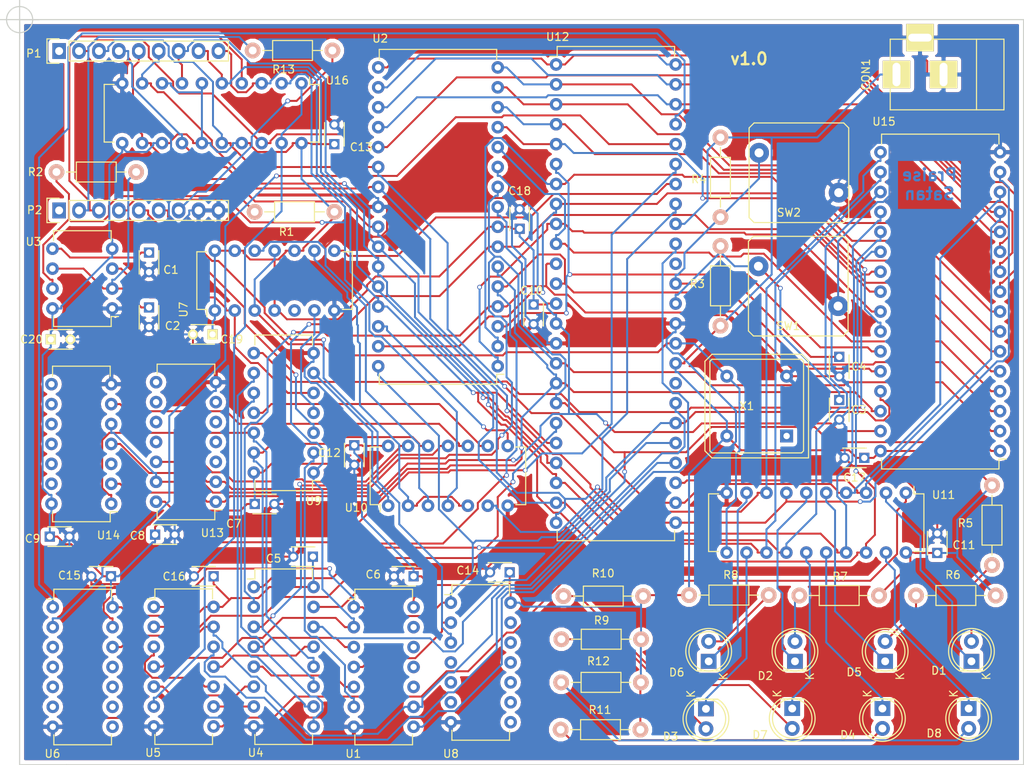
<source format=kicad_pcb>
(kicad_pcb (version 4) (host pcbnew 4.0.4-1.fc25-product)
  (title_block (title "68 Katy revised") (date 2016-11-12) (rev v1.0) (company "Lubomir Rintel") (comment 1 "System Board") (comment 2 http://www.bigmessowires.com/68-katy/))
  (layers (0 F.Cu signal) (31 B.Cu signal) (34 B.Paste user) (35 F.Paste user) (36 B.SilkS user) (37 F.SilkS user) (38 B.Mask user) (39 F.Mask user) (44 Edge.Cuts user))
  (net 0 "")
  (net 1 "Net-(C1-Pad1)")
  (net 2 GND)
  (net 3 "Net-(C2-Pad1)")
  (net 4 "Net-(C3-Pad1)")
  (net 5 "Net-(C4-Pad1)")
  (net 6 +5V)
  (net 7 "Net-(D1-Pad1)")
  (net 8 "Net-(D1-Pad2)")
  (net 9 "Net-(D2-Pad1)")
  (net 10 "Net-(D2-Pad2)")
  (net 11 "Net-(D3-Pad1)")
  (net 12 "Net-(D3-Pad2)")
  (net 13 "Net-(D4-Pad1)")
  (net 14 "Net-(D4-Pad2)")
  (net 15 "Net-(D5-Pad1)")
  (net 16 "Net-(D5-Pad2)")
  (net 17 "Net-(D6-Pad1)")
  (net 18 "Net-(D6-Pad2)")
  (net 19 "Net-(D7-Pad1)")
  (net 20 "Net-(D7-Pad2)")
  (net 21 "Net-(D8-Pad1)")
  (net 22 "Net-(D8-Pad2)")
  (net 23 "Net-(R1-Pad2)")
  (net 24 /RW)
  (net 25 /~OE~)
  (net 26 "Net-(U1-Pad3)")
  (net 27 "Net-(U1-Pad4)")
  (net 28 "Net-(U1-Pad5)")
  (net 29 "Net-(U1-Pad6)")
  (net 30 /~VPA~)
  (net 31 /INTR)
  (net 32 /A11)
  (net 33 /A9)
  (net 34 /A8)
  (net 35 /A13)
  (net 36 /A14)
  (net 37 /A17)
  (net 38 /A18)
  (net 39 /A16)
  (net 40 /A15)
  (net 41 /A12)
  (net 42 /A7)
  (net 43 /A6)
  (net 44 /A5)
  (net 45 /A4)
  (net 46 /A3)
  (net 47 /A2)
  (net 48 /A1)
  (net 49 /A0)
  (net 50 /D0)
  (net 51 /D1)
  (net 52 /D2)
  (net 53 /D3)
  (net 54 /D4)
  (net 55 /D5)
  (net 56 /D6)
  (net 57 /D7)
  (net 58 /~ROMCS~)
  (net 59 /A10)
  (net 60 /~TIMER~)
  (net 61 /~DEVICECS~)
  (net 62 "Net-(U4-Pad6)")
  (net 63 "Net-(U4-Pad7)")
  (net 64 "Net-(U4-Pad9)")
  (net 65 "Net-(U4-Pad10)")
  (net 66 /~M1~)
  (net 67 /~M0~)
  (net 68 "Net-(U4-Pad13)")
  (net 69 /A19)
  (net 70 /~DS~)
  (net 71 "Net-(U5-Pad10)")
  (net 72 /~REGLD~)
  (net 73 /~AS~)
  (net 74 /FC0)
  (net 75 /FC1)
  (net 76 /FC2)
  (net 77 /CLK)
  (net 78 "Net-(U7-Pad6)")
  (net 79 /~IP2~)
  (net 80 "Net-(U10-Pad2)")
  (net 81 "Net-(U10-Pad3)")
  (net 82 "Net-(U10-Pad1)")
  (net 83 /~CSRAM~)
  (net 84 "Net-(U10-Pad9)")
  (net 85 /~IP1~)
  (net 86 "Net-(U10-Pad10)")
  (net 87 "Net-(U10-Pad13)")
  (net 88 "Net-(P2-Pad2)")
  (net 89 /~TXF~)
  (net 90 /~RXF~)
  (net 91 /SER_WR)
  (net 92 /~SER_RD~)
  (net 93 "Net-(P2-Pad7)")
  (net 94 /~OESTATUS~)
  (module Capacitors_ThroughHole:C_Disc_D3_P2.5 (layer F.Cu) (at 86.52 89.7 270)
    (fp_text reference C1 (at 2.2 -2.8 360) (layer F.SilkS))
    (fp_text value "100 pF")
    (pad 1 thru_hole rect (at 0 0 270) (size 1.3 1.3) (drill 0.8) (layers *.Cu *.Mask) (net 1 "Net-(C1-Pad1)"))
    (pad 2 thru_hole circle (at 2.5 0 270) (size 1.3 1.3) (drill 0.8001) (layers *.Cu *.Mask) (net 2 GND))
  )
  (module Capacitors_ThroughHole:C_Disc_D3_P2.5 (layer F.Cu) (at 86.52 96.7 270)
    (fp_text reference C2 (at 2.35 -3 360) (layer F.SilkS))
    (fp_text value "0.47 uF")
    (pad 1 thru_hole rect (at 0 0 270) (size 1.3 1.3) (drill 0.8) (layers *.Cu *.Mask) (net 3 "Net-(C2-Pad1)"))
    (pad 2 thru_hole circle (at 2.5 0 270) (size 1.3 1.3) (drill 0.8001) (layers *.Cu *.Mask) (net 2 GND))
  )
  (module Capacitors_ThroughHole:C_Disc_D3_P2.5 (layer F.Cu) (at 174.52 108.5 270)
    (fp_text reference C3 (at 1.25 -2.5 360) (layer F.SilkS))
    (fp_text value "1 uF")
    (pad 1 thru_hole rect (at 0 0 270) (size 1.3 1.3) (drill 0.8) (layers *.Cu *.Mask) (net 4 "Net-(C3-Pad1)"))
    (pad 2 thru_hole circle (at 2.5 0 270) (size 1.3 1.3) (drill 0.8001) (layers *.Cu *.Mask) (net 2 GND))
  )
  (module Capacitors_ThroughHole:C_Disc_D3_P2.5 (layer F.Cu) (at 174.52 103 270)
    (fp_text reference C4 (at 1.25 -2.5 360) (layer F.SilkS))
    (fp_text value "1 uF")
    (pad 1 thru_hole rect (at 0 0 270) (size 1.3 1.3) (drill 0.8) (layers *.Cu *.Mask) (net 5 "Net-(C4-Pad1)"))
    (pad 2 thru_hole circle (at 2.5 0 270) (size 1.3 1.3) (drill 0.8001) (layers *.Cu *.Mask) (net 2 GND))
  )
  (module Capacitors_ThroughHole:C_Disc_D3_P2.5 (layer F.Cu) (at 107.416 128.473 180)
    (fp_text reference C5 (at 5.011 -0.234 180) (layer F.SilkS))
    (fp_text value "0.1 uF")
    (pad 1 thru_hole rect (at 0 0 180) (size 1.3 1.3) (drill 0.8) (layers *.Cu *.Mask) (net 6 +5V))
    (pad 2 thru_hole circle (at 2.5 0 180) (size 1.3 1.3) (drill 0.8001) (layers *.Cu *.Mask) (net 2 GND))
  )
  (module Capacitors_ThroughHole:C_Disc_D3_P2.5 (layer F.Cu) (at 120.25 130.973 180)
    (fp_text reference C6 (at 5.145 0.234 180) (layer F.SilkS))
    (fp_text value "0.1 uF")
    (pad 1 thru_hole rect (at 0 0 180) (size 1.3 1.3) (drill 0.8) (layers *.Cu *.Mask) (net 6 +5V))
    (pad 2 thru_hole circle (at 2.5 0 180) (size 1.3 1.3) (drill 0.8001) (layers *.Cu *.Mask) (net 2 GND))
  )
  (module Capacitors_ThroughHole:C_Disc_D3_P2.5 (layer F.Cu) (at 100 121.754)
    (fp_text reference C7 (at -2.675 2.508) (layer F.SilkS))
    (fp_text value "0.1 uF")
    (pad 1 thru_hole rect (at 0 0) (size 1.3 1.3) (drill 0.8) (layers *.Cu *.Mask) (net 6 +5V))
    (pad 2 thru_hole circle (at 2.5 0) (size 1.3 1.3) (drill 0.8001) (layers *.Cu *.Mask) (net 2 GND))
  )
  (module Capacitors_ThroughHole:C_Disc_D3_P2.5 (layer F.Cu) (at 87.292 125.659)
    (fp_text reference C8 (at -2.244 0.135) (layer F.SilkS))
    (fp_text value "0.1 uF")
    (pad 1 thru_hole rect (at 0 0) (size 1.3 1.3) (drill 0.8) (layers *.Cu *.Mask) (net 6 +5V))
    (pad 2 thru_hole circle (at 2.5 0) (size 1.3 1.3) (drill 0.8001) (layers *.Cu *.Mask) (net 2 GND))
  )
  (module Capacitors_ThroughHole:C_Disc_D3_P2.5 (layer F.Cu) (at 73.87 125.913)
    (fp_text reference C9 (at -2.198 0.262) (layer F.SilkS))
    (fp_text value "0.1 uF")
    (pad 1 thru_hole rect (at 0 0) (size 1.3 1.3) (drill 0.8) (layers *.Cu *.Mask) (net 6 +5V))
    (pad 2 thru_hole circle (at 2.5 0) (size 1.3 1.3) (drill 0.8001) (layers *.Cu *.Mask) (net 2 GND))
  )
  (module Capacitors_ThroughHole:C_Disc_D3_P2.5 (layer F.Cu) (at 135.552 96.322 270)
    (fp_text reference C10 (at -1.778 0.254 360) (layer F.SilkS))
    (fp_text value "0.1 uF")
    (pad 1 thru_hole rect (at 0 0 270) (size 1.3 1.3) (drill 0.8) (layers *.Cu *.Mask) (net 6 +5V))
    (pad 2 thru_hole circle (at 2.5 0 270) (size 1.3 1.3) (drill 0.8001) (layers *.Cu *.Mask) (net 2 GND))
  )
  (module Capacitors_ThroughHole:C_Disc_D3_P2.5 (layer F.Cu) (at 187.02 128 90)
    (fp_text reference C11 (at 1 3.4 180) (layer F.SilkS))
    (fp_text value "0.1 uF")
    (pad 1 thru_hole rect (at 0 0 90) (size 1.3 1.3) (drill 0.8) (layers *.Cu *.Mask) (net 6 +5V))
    (pad 2 thru_hole circle (at 2.5 0 90) (size 1.3 1.3) (drill 0.8001) (layers *.Cu *.Mask) (net 2 GND))
  )
  (module Capacitors_ThroughHole:C_Disc_D3_P2.5 (layer F.Cu) (at 112.692 114.269 270)
    (fp_text reference C12 (at 0.976 3.175 360) (layer F.SilkS))
    (fp_text value "0.1 uF")
    (pad 1 thru_hole rect (at 0 0 270) (size 1.3 1.3) (drill 0.8) (layers *.Cu *.Mask) (net 6 +5V))
    (pad 2 thru_hole circle (at 2.5 0 270) (size 1.3 1.3) (drill 0.8001) (layers *.Cu *.Mask) (net 2 GND))
  )
  (module Capacitors_ThroughHole:C_Disc_D3_P2.5 (layer F.Cu) (at 110.152 75.875 90)
    (fp_text reference C13 (at -0.381 3.429 180) (layer F.SilkS))
    (fp_text value "0.1 uF")
    (pad 1 thru_hole rect (at 0 0 90) (size 1.3 1.3) (drill 0.8) (layers *.Cu *.Mask) (net 6 +5V))
    (pad 2 thru_hole circle (at 2.5 0 90) (size 1.3 1.3) (drill 0.8001) (layers *.Cu *.Mask) (net 2 GND))
  )
  (module Capacitors_ThroughHole:C_Disc_D3_P2.5 (layer F.Cu) (at 132.5 130.473 180)
    (fp_text reference C14 (at 5.33 0.242 180) (layer F.SilkS))
    (fp_text value "0.1 uF")
    (pad 1 thru_hole rect (at 0 0 180) (size 1.3 1.3) (drill 0.8) (layers *.Cu *.Mask) (net 6 +5V))
    (pad 2 thru_hole circle (at 2.5 0 180) (size 1.3 1.3) (drill 0.8001) (layers *.Cu *.Mask) (net 2 GND))
  )
  (module Capacitors_ThroughHole:C_Disc_D3_P2.5 (layer F.Cu) (at 81.6664 130.973 180)
    (fp_text reference C15 (at 5.2964 0.107 180) (layer F.SilkS))
    (fp_text value "0.1 uF")
    (pad 1 thru_hole rect (at 0 0 180) (size 1.3 1.3) (drill 0.8) (layers *.Cu *.Mask) (net 6 +5V))
    (pad 2 thru_hole circle (at 2.5 0 180) (size 1.3 1.3) (drill 0.8001) (layers *.Cu *.Mask) (net 2 GND))
  )
  (module Capacitors_ThroughHole:C_Disc_D3_P2.5 (layer F.Cu) (at 94.75 130.973 180)
    (fp_text reference C16 (at 5.045 -0.02 180) (layer F.SilkS))
    (fp_text value "0.1 uF")
    (pad 1 thru_hole rect (at 0 0 180) (size 1.3 1.3) (drill 0.8) (layers *.Cu *.Mask) (net 6 +5V))
    (pad 2 thru_hole circle (at 2.5 0 180) (size 1.3 1.3) (drill 0.8001) (layers *.Cu *.Mask) (net 2 GND))
  )
  (module Capacitors_ThroughHole:C_Disc_D3_P2.5 (layer F.Cu) (at 177.716 115.88 180)
    (fp_text reference C17 (at 1.25 -2.5 180) (layer F.SilkS))
    (fp_text value "0.1 uF")
    (pad 1 thru_hole rect (at 0 0 180) (size 1.3 1.3) (drill 0.8) (layers *.Cu *.Mask) (net 6 +5V))
    (pad 2 thru_hole circle (at 2.5 0 180) (size 1.3 1.3) (drill 0.8001) (layers *.Cu *.Mask) (net 2 GND))
  )
  (module LEDs:LED-5MM (layer F.Cu) (at 191.375 141.815 90)
    (fp_text reference D1 (at -1.185 -4.155 180) (layer F.SilkS))
    (fp_text value Led_Small)
    (fp_text user K (at -1.905 1.905 90) (layer F.SilkS))
    (pad 1 thru_hole rect (at 0 0 180) (size 2 1.9) (drill 1.00076) (layers *.Cu *.Mask) (net 7 "Net-(D1-Pad1)"))
    (pad 2 thru_hole circle (at 2.54 0 90) (size 1.9 1.9) (drill 1.00076) (layers *.Cu *.Mask) (net 8 "Net-(D1-Pad2)"))
  )
  (module LEDs:LED-5MM (layer F.Cu) (at 168.875 141.815 90)
    (fp_text reference D2 (at -1.86 -3.78 180) (layer F.SilkS))
    (fp_text value Led_Small)
    (fp_text user K (at -1.905 1.905 90) (layer F.SilkS))
    (pad 1 thru_hole rect (at 0 0 180) (size 2 1.9) (drill 1.00076) (layers *.Cu *.Mask) (net 9 "Net-(D2-Pad1)"))
    (pad 2 thru_hole circle (at 2.54 0 90) (size 1.9 1.9) (drill 1.00076) (layers *.Cu *.Mask) (net 10 "Net-(D2-Pad2)"))
  )
  (module LEDs:LED-5MM (layer F.Cu) (at 157.525 147.875 270)
    (fp_text reference D3 (at 3.525 4.505 360) (layer F.SilkS))
    (fp_text value Led_Small)
    (fp_text user K (at -1.905 1.905 270) (layer F.SilkS))
    (pad 1 thru_hole rect (at 0 0) (size 2 1.9) (drill 1.00076) (layers *.Cu *.Mask) (net 11 "Net-(D3-Pad1)"))
    (pad 2 thru_hole circle (at 2.54 0 270) (size 1.9 1.9) (drill 1.00076) (layers *.Cu *.Mask) (net 12 "Net-(D3-Pad2)"))
  )
  (module LEDs:LED-5MM (layer F.Cu) (at 180.025 147.835 270)
    (fp_text reference D4 (at 3.365 4.405 360) (layer F.SilkS))
    (fp_text value Led_Small)
    (fp_text user K (at -1.905 1.905 270) (layer F.SilkS))
    (pad 1 thru_hole rect (at 0 0) (size 2 1.9) (drill 1.00076) (layers *.Cu *.Mask) (net 13 "Net-(D4-Pad1)"))
    (pad 2 thru_hole circle (at 2.54 0 270) (size 1.9 1.9) (drill 1.00076) (layers *.Cu *.Mask) (net 14 "Net-(D4-Pad2)"))
  )
  (module LEDs:LED-5MM (layer F.Cu) (at 180.375 141.815 90)
    (fp_text reference D5 (at -1.385 -3.955 180) (layer F.SilkS))
    (fp_text value Led_Small)
    (fp_text user K (at -1.905 1.905 90) (layer F.SilkS))
    (pad 1 thru_hole rect (at 0 0 180) (size 2 1.9) (drill 1.00076) (layers *.Cu *.Mask) (net 15 "Net-(D5-Pad1)"))
    (pad 2 thru_hole circle (at 2.54 0 90) (size 1.9 1.9) (drill 1.00076) (layers *.Cu *.Mask) (net 16 "Net-(D5-Pad2)"))
  )
  (module LEDs:LED-5MM (layer F.Cu) (at 157.875 141.815 90)
    (fp_text reference D6 (at -1.415 -4.075 180) (layer F.SilkS))
    (fp_text value Led_Small)
    (fp_text user K (at -1.905 1.905 90) (layer F.SilkS))
    (pad 1 thru_hole rect (at 0 0 180) (size 2 1.9) (drill 1.00076) (layers *.Cu *.Mask) (net 17 "Net-(D6-Pad1)"))
    (pad 2 thru_hole circle (at 2.54 0 90) (size 1.9 1.9) (drill 1.00076) (layers *.Cu *.Mask) (net 18 "Net-(D6-Pad2)"))
  )
  (module LEDs:LED-5MM (layer F.Cu) (at 168.525 147.835 270)
    (fp_text reference D7 (at 3.365 4.105 360) (layer F.SilkS))
    (fp_text value Led_Small)
    (fp_text user K (at -1.905 1.905 270) (layer F.SilkS))
    (pad 1 thru_hole rect (at 0 0) (size 2 1.9) (drill 1.00076) (layers *.Cu *.Mask) (net 19 "Net-(D7-Pad1)"))
    (pad 2 thru_hole circle (at 2.54 0 270) (size 1.9 1.9) (drill 1.00076) (layers *.Cu *.Mask) (net 20 "Net-(D7-Pad2)"))
  )
  (module LEDs:LED-5MM (layer F.Cu) (at 191.025 147.835 270)
    (fp_text reference D8 (at 3.165 4.405 360) (layer F.SilkS))
    (fp_text value Led_Small)
    (fp_text user K (at -1.905 1.905 270) (layer F.SilkS))
    (pad 1 thru_hole rect (at 0 0) (size 2 1.9) (drill 1.00076) (layers *.Cu *.Mask) (net 21 "Net-(D8-Pad1)"))
    (pad 2 thru_hole circle (at 2.54 0 270) (size 1.9 1.9) (drill 1.00076) (layers *.Cu *.Mask) (net 22 "Net-(D8-Pad2)"))
  )
  (module Pin_Headers:Pin_Header_Straight_1x09 (layer F.Cu) (at 75.057 64.008 90)
    (fp_text reference P1 (at -0.3 -3.23 180) (layer F.SilkS))
    (fp_text value "FT24RL JP1")
    (pad 1 thru_hole rect (at 0 0 90) (size 2.032 1.7272) (drill 1.016) (layers *.Cu *.Mask))
    (pad 2 thru_hole oval (at 0 2.54 90) (size 2.032 1.7272) (drill 1.016) (layers *.Cu *.Mask) (net 50 /D0))
    (pad 3 thru_hole oval (at 0 5.08 90) (size 2.032 1.7272) (drill 1.016) (layers *.Cu *.Mask) (net 51 /D1))
    (pad 4 thru_hole oval (at 0 7.62 90) (size 2.032 1.7272) (drill 1.016) (layers *.Cu *.Mask) (net 52 /D2))
    (pad 5 thru_hole oval (at 0 10.16 90) (size 2.032 1.7272) (drill 1.016) (layers *.Cu *.Mask) (net 53 /D3))
    (pad 6 thru_hole oval (at 0 12.7 90) (size 2.032 1.7272) (drill 1.016) (layers *.Cu *.Mask) (net 54 /D4))
    (pad 7 thru_hole oval (at 0 15.24 90) (size 2.032 1.7272) (drill 1.016) (layers *.Cu *.Mask) (net 55 /D5))
    (pad 8 thru_hole oval (at 0 17.78 90) (size 2.032 1.7272) (drill 1.016) (layers *.Cu *.Mask) (net 56 /D6))
    (pad 9 thru_hole oval (at 0 20.32 90) (size 2.032 1.7272) (drill 1.016) (layers *.Cu *.Mask) (net 57 /D7))
  )
  (module Pin_Headers:Pin_Header_Straight_1x09 (layer F.Cu) (at 75.057 84.328 90)
    (fp_text reference P2 (at 0.043 -3.119 180) (layer F.SilkS))
    (fp_text value "FT24RL JP2")
    (pad 1 thru_hole rect (at 0 0 90) (size 2.032 1.7272) (drill 1.016) (layers *.Cu *.Mask))
    (pad 2 thru_hole oval (at 0 2.54 90) (size 2.032 1.7272) (drill 1.016) (layers *.Cu *.Mask) (net 88 "Net-(P2-Pad2)"))
    (pad 3 thru_hole oval (at 0 5.08 90) (size 2.032 1.7272) (drill 1.016) (layers *.Cu *.Mask) (net 89 /~TXF~))
    (pad 4 thru_hole oval (at 0 7.62 90) (size 2.032 1.7272) (drill 1.016) (layers *.Cu *.Mask) (net 90 /~RXF~))
    (pad 5 thru_hole oval (at 0 10.16 90) (size 2.032 1.7272) (drill 1.016) (layers *.Cu *.Mask) (net 91 /SER_WR))
    (pad 6 thru_hole oval (at 0 12.7 90) (size 2.032 1.7272) (drill 1.016) (layers *.Cu *.Mask) (net 92 /~SER_RD~))
    (pad 7 thru_hole oval (at 0 15.24 90) (size 2.032 1.7272) (drill 1.016) (layers *.Cu *.Mask) (net 93 "Net-(P2-Pad7)"))
    (pad 8 thru_hole oval (at 0 17.78 90) (size 2.032 1.7272) (drill 1.016) (layers *.Cu *.Mask) (net 2 GND))
    (pad 9 thru_hole oval (at 0 20.32 90) (size 2.032 1.7272) (drill 1.016) (layers *.Cu *.Mask) (net 2 GND))
  )
  (module Resistors_ThroughHole:Resistor_Horizontal_RM10mm (layer F.Cu) (at 110.152 84.511 180)
    (fp_text reference R1 (at 6.096 -2.54 180) (layer F.SilkS))
    (fp_text value "10 k")
    (pad 1 thru_hole circle (at 0 0 180) (size 1.99898 1.99898) (drill 1.00076) (layers *.Cu *.SilkS *.Mask) (net 6 +5V))
    (pad 2 thru_hole circle (at 10.16 0 180) (size 1.99898 1.99898) (drill 1.00076) (layers *.Cu *.SilkS *.Mask) (net 23 "Net-(R1-Pad2)"))
  )
  (module Resistors_ThroughHole:Resistor_Horizontal_RM10mm (layer F.Cu) (at 74.719 79.431)
    (fp_text reference R2 (at -2.667 0) (layer F.SilkS))
    (fp_text value "10 k")
    (pad 1 thru_hole circle (at 0 0) (size 1.99898 1.99898) (drill 1.00076) (layers *.Cu *.SilkS *.Mask) (net 23 "Net-(R1-Pad2)"))
    (pad 2 thru_hole circle (at 10.16 0) (size 1.99898 1.99898) (drill 1.00076) (layers *.Cu *.SilkS *.Mask) (net 3 "Net-(C2-Pad1)"))
  )
  (module Resistors_ThroughHole:Resistor_Horizontal_RM10mm (layer F.Cu) (at 159.375 99.025 90)
    (fp_text reference R3 (at 5.32892 -2.955 180) (layer F.SilkS))
    (fp_text value "10 k")
    (pad 1 thru_hole circle (at 0 0 90) (size 1.99898 1.99898) (drill 1.00076) (layers *.Cu *.SilkS *.Mask) (net 6 +5V))
    (pad 2 thru_hole circle (at 10.16 0 90) (size 1.99898 1.99898) (drill 1.00076) (layers *.Cu *.SilkS *.Mask) (net 4 "Net-(C3-Pad1)"))
  )
  (module Resistors_ThroughHole:Resistor_Horizontal_RM10mm (layer F.Cu) (at 159.375 75.025 270)
    (fp_text reference R4 (at 5.32892 2.755 360) (layer F.SilkS))
    (fp_text value "10 k")
    (pad 1 thru_hole circle (at 0 0 270) (size 1.99898 1.99898) (drill 1.00076) (layers *.Cu *.SilkS *.Mask) (net 6 +5V))
    (pad 2 thru_hole circle (at 10.16 0 270) (size 1.99898 1.99898) (drill 1.00076) (layers *.Cu *.SilkS *.Mask) (net 5 "Net-(C4-Pad1)"))
  )
  (module Resistors_ThroughHole:Resistor_Horizontal_RM10mm (layer F.Cu) (at 193.995 119.375 270)
    (fp_text reference R5 (at 4.825 3.375 360) (layer F.SilkS))
    (fp_text value 330)
    (pad 1 thru_hole circle (at 0 0 270) (size 1.99898 1.99898) (drill 1.00076) (layers *.Cu *.SilkS *.Mask) (net 6 +5V))
    (pad 2 thru_hole circle (at 10.16 0 270) (size 1.99898 1.99898) (drill 1.00076) (layers *.Cu *.SilkS *.Mask) (net 8 "Net-(D1-Pad2)"))
  )
  (module Resistors_ThroughHole:Resistor_Horizontal_RM10mm (layer F.Cu) (at 194.47 133.425 180)
    (fp_text reference R6 (at 5.45 2.625 180) (layer F.SilkS))
    (fp_text value 330)
    (pad 1 thru_hole circle (at 0 0 180) (size 1.99898 1.99898) (drill 1.00076) (layers *.Cu *.SilkS *.Mask) (net 6 +5V))
    (pad 2 thru_hole circle (at 10.16 0 180) (size 1.99898 1.99898) (drill 1.00076) (layers *.Cu *.SilkS *.Mask) (net 16 "Net-(D5-Pad2)"))
  )
  (module Resistors_ThroughHole:Resistor_Horizontal_RM10mm (layer F.Cu) (at 179.595 133.425 180)
    (fp_text reference R7 (at 4.975 2.425 180) (layer F.SilkS))
    (fp_text value 330)
    (pad 1 thru_hole circle (at 0 0 180) (size 1.99898 1.99898) (drill 1.00076) (layers *.Cu *.SilkS *.Mask) (net 6 +5V))
    (pad 2 thru_hole circle (at 10.16 0 180) (size 1.99898 1.99898) (drill 1.00076) (layers *.Cu *.SilkS *.Mask) (net 10 "Net-(D2-Pad2)"))
  )
  (module Resistors_ThroughHole:Resistor_Horizontal_RM10mm (layer F.Cu) (at 155.37 133.375)
    (fp_text reference R8 (at 5.32892 -2.575) (layer F.SilkS))
    (fp_text value 330)
    (pad 1 thru_hole circle (at 0 0) (size 1.99898 1.99898) (drill 1.00076) (layers *.Cu *.SilkS *.Mask) (net 6 +5V))
    (pad 2 thru_hole circle (at 10.16 0) (size 1.99898 1.99898) (drill 1.00076) (layers *.Cu *.SilkS *.Mask) (net 18 "Net-(D6-Pad2)"))
  )
  (module Resistors_ThroughHole:Resistor_Horizontal_RM10mm (layer F.Cu) (at 149.253 139 180)
    (fp_text reference R9 (at 5.032527 2.4 180) (layer F.SilkS))
    (fp_text value 330)
    (pad 1 thru_hole circle (at 0 0 180) (size 1.99898 1.99898) (drill 1.00076) (layers *.Cu *.SilkS *.Mask) (net 6 +5V))
    (pad 2 thru_hole circle (at 10.16 0 180) (size 1.99898 1.99898) (drill 1.00076) (layers *.Cu *.SilkS *.Mask) (net 12 "Net-(D3-Pad2)"))
  )
  (module Resistors_ThroughHole:Resistor_Horizontal_RM10mm (layer F.Cu) (at 149.52 133.5 180)
    (fp_text reference R10 (at 5.1 2.9 180) (layer F.SilkS))
    (fp_text value 330)
    (pad 1 thru_hole circle (at 0 0 180) (size 1.99898 1.99898) (drill 1.00076) (layers *.Cu *.SilkS *.Mask) (net 6 +5V))
    (pad 2 thru_hole circle (at 10.16 0 180) (size 1.99898 1.99898) (drill 1.00076) (layers *.Cu *.SilkS *.Mask) (net 20 "Net-(D7-Pad2)"))
  )
  (module Resistors_ThroughHole:Resistor_Horizontal_RM10mm (layer F.Cu) (at 149.163 150.528 180)
    (fp_text reference R11 (at 5.142527 2.528177 180) (layer F.SilkS))
    (fp_text value 330)
    (pad 1 thru_hole circle (at 0 0 180) (size 1.99898 1.99898) (drill 1.00076) (layers *.Cu *.SilkS *.Mask) (net 6 +5V))
    (pad 2 thru_hole circle (at 10.16 0 180) (size 1.99898 1.99898) (drill 1.00076) (layers *.Cu *.SilkS *.Mask) (net 14 "Net-(D4-Pad2)"))
  )
  (module Resistors_ThroughHole:Resistor_Horizontal_RM10mm (layer F.Cu) (at 149.228 144.5 180)
    (fp_text reference R12 (at 5.407527 2.7 180) (layer F.SilkS))
    (fp_text value 330)
    (pad 1 thru_hole circle (at 0 0 180) (size 1.99898 1.99898) (drill 1.00076) (layers *.Cu *.SilkS *.Mask) (net 6 +5V))
    (pad 2 thru_hole circle (at 10.16 0 180) (size 1.99898 1.99898) (drill 1.00076) (layers *.Cu *.SilkS *.Mask) (net 22 "Net-(D8-Pad2)"))
  )
  (module Resistors_ThroughHole:Resistor_Horizontal_RM10mm (layer F.Cu) (at 99.738 63.937)
    (fp_text reference R13 (at 3.937 2.413 180) (layer F.SilkS))
    (fp_text value "10 K")
    (pad 1 thru_hole circle (at 0 0) (size 1.99898 1.99898) (drill 1.00076) (layers *.Cu *.SilkS *.Mask) (net 88 "Net-(P2-Pad2)"))
    (pad 2 thru_hole circle (at 10.16 0) (size 1.99898 1.99898) (drill 1.00076) (layers *.Cu *.SilkS *.Mask) (net 93 "Net-(P2-Pad7)"))
  )
  (module Buttons_Switches_ThroughHole:SW_PUSH (layer F.Cu) (at 169.295 93.985 180)
    (fp_text reference SW1 (at 1.27 -5.08 180) (layer F.SilkS))
    (fp_text value HALT)
    (pad 1 thru_hole circle (at -5.08 -2.54 180) (size 2.54 2.54) (drill 1.143) (layers *.Cu *.Mask) (net 2 GND))
    (pad 2 thru_hole circle (at 5.08 2.54 180) (size 2.54 2.54) (drill 1.143) (layers *.Cu *.Mask) (net 4 "Net-(C3-Pad1)"))
  )
  (module Buttons_Switches_ThroughHole:SW_PUSH (layer F.Cu) (at 169.375 79.525 180)
    (fp_text reference SW2 (at 1.27 -5.08 180) (layer F.SilkS))
    (fp_text value RESET)
    (pad 1 thru_hole circle (at -5.08 -2.54 180) (size 2.54 2.54) (drill 1.143) (layers *.Cu *.Mask) (net 2 GND))
    (pad 2 thru_hole circle (at 5.08 2.54 180) (size 2.54 2.54) (drill 1.143) (layers *.Cu *.Mask) (net 5 "Net-(C4-Pad1)"))
  )
  (module Housings_DIP:DIP-14_W7.62mm (layer F.Cu) (at 112.63 134.92)
    (fp_text reference U1 (at -0.065 18.679) (layer F.SilkS))
    (fp_text value 74LS04)
    (pad 1 thru_hole oval (at 0 0) (size 1.6 1.6) (drill 0.8) (layers *.Cu *.Mask) (net 24 /RW))
    (pad 2 thru_hole oval (at 0 2.54) (size 1.6 1.6) (drill 0.8) (layers *.Cu *.Mask) (net 25 /~OE~))
    (pad 3 thru_hole oval (at 0 5.08) (size 1.6 1.6) (drill 0.8) (layers *.Cu *.Mask) (net 26 "Net-(U1-Pad3)"))
    (pad 4 thru_hole oval (at 0 7.62) (size 1.6 1.6) (drill 0.8) (layers *.Cu *.Mask) (net 27 "Net-(U1-Pad4)"))
    (pad 5 thru_hole oval (at 0 10.16) (size 1.6 1.6) (drill 0.8) (layers *.Cu *.Mask) (net 28 "Net-(U1-Pad5)"))
    (pad 6 thru_hole oval (at 0 12.7) (size 1.6 1.6) (drill 0.8) (layers *.Cu *.Mask) (net 29 "Net-(U1-Pad6)"))
    (pad 7 thru_hole oval (at 0 15.24) (size 1.6 1.6) (drill 0.8) (layers *.Cu *.Mask) (net 2 GND))
    (pad 8 thru_hole oval (at 7.62 15.24) (size 1.6 1.6) (drill 0.8) (layers *.Cu *.Mask) (net 30 /~VPA~))
    (pad 9 thru_hole oval (at 7.62 12.7) (size 1.6 1.6) (drill 0.8) (layers *.Cu *.Mask) (net 31 /INTR))
    (pad 10 thru_hole oval (at 7.62 10.16) (size 1.6 1.6) (drill 0.8) (layers *.Cu *.Mask))
    (pad 11 thru_hole oval (at 7.62 7.62) (size 1.6 1.6) (drill 0.8) (layers *.Cu *.Mask))
    (pad 12 thru_hole oval (at 7.62 5.08) (size 1.6 1.6) (drill 0.8) (layers *.Cu *.Mask))
    (pad 13 thru_hole oval (at 7.62 2.54) (size 1.6 1.6) (drill 0.8) (layers *.Cu *.Mask))
    (pad 14 thru_hole oval (at 7.62 0) (size 1.6 1.6) (drill 0.8) (layers *.Cu *.Mask) (net 6 +5V))
  )
  (module Housings_DIP:DIP-32_W15.24mm (layer F.Cu) (at 130.98 104.196 180)
    (fp_text reference U2 (at 14.986 41.783 360) (layer F.SilkS))
    (fp_text value 29W040)
    (pad 1 thru_hole oval (at 0 0 180) (size 1.6 1.6) (drill 0.8) (layers *.Cu *.Mask) (net 32 /A11))
    (pad 2 thru_hole oval (at 0 2.54 180) (size 1.6 1.6) (drill 0.8) (layers *.Cu *.Mask) (net 33 /A9))
    (pad 3 thru_hole oval (at 0 5.08 180) (size 1.6 1.6) (drill 0.8) (layers *.Cu *.Mask) (net 34 /A8))
    (pad 4 thru_hole oval (at 0 7.62 180) (size 1.6 1.6) (drill 0.8) (layers *.Cu *.Mask) (net 35 /A13))
    (pad 5 thru_hole oval (at 0 10.16 180) (size 1.6 1.6) (drill 0.8) (layers *.Cu *.Mask) (net 36 /A14))
    (pad 6 thru_hole oval (at 0 12.7 180) (size 1.6 1.6) (drill 0.8) (layers *.Cu *.Mask) (net 37 /A17))
    (pad 7 thru_hole oval (at 0 15.24 180) (size 1.6 1.6) (drill 0.8) (layers *.Cu *.Mask) (net 25 /~OE~))
    (pad 8 thru_hole oval (at 0 17.78 180) (size 1.6 1.6) (drill 0.8) (layers *.Cu *.Mask) (net 6 +5V))
    (pad 9 thru_hole oval (at 0 20.32 180) (size 1.6 1.6) (drill 0.8) (layers *.Cu *.Mask) (net 38 /A18))
    (pad 10 thru_hole oval (at 0 22.86 180) (size 1.6 1.6) (drill 0.8) (layers *.Cu *.Mask) (net 39 /A16))
    (pad 11 thru_hole oval (at 0 25.4 180) (size 1.6 1.6) (drill 0.8) (layers *.Cu *.Mask) (net 40 /A15))
    (pad 12 thru_hole oval (at 0 27.94 180) (size 1.6 1.6) (drill 0.8) (layers *.Cu *.Mask) (net 41 /A12))
    (pad 13 thru_hole oval (at 0 30.48 180) (size 1.6 1.6) (drill 0.8) (layers *.Cu *.Mask) (net 42 /A7))
    (pad 14 thru_hole oval (at 0 33.02 180) (size 1.6 1.6) (drill 0.8) (layers *.Cu *.Mask) (net 43 /A6))
    (pad 15 thru_hole oval (at 0 35.56 180) (size 1.6 1.6) (drill 0.8) (layers *.Cu *.Mask) (net 44 /A5))
    (pad 16 thru_hole oval (at 0 38.1 180) (size 1.6 1.6) (drill 0.8) (layers *.Cu *.Mask) (net 45 /A4))
    (pad 17 thru_hole oval (at 15.24 38.1 180) (size 1.6 1.6) (drill 0.8) (layers *.Cu *.Mask) (net 46 /A3))
    (pad 18 thru_hole oval (at 15.24 35.56 180) (size 1.6 1.6) (drill 0.8) (layers *.Cu *.Mask) (net 47 /A2))
    (pad 19 thru_hole oval (at 15.24 33.02 180) (size 1.6 1.6) (drill 0.8) (layers *.Cu *.Mask) (net 48 /A1))
    (pad 20 thru_hole oval (at 15.24 30.48 180) (size 1.6 1.6) (drill 0.8) (layers *.Cu *.Mask) (net 49 /A0))
    (pad 21 thru_hole oval (at 15.24 27.94 180) (size 1.6 1.6) (drill 0.8) (layers *.Cu *.Mask) (net 50 /D0))
    (pad 22 thru_hole oval (at 15.24 25.4 180) (size 1.6 1.6) (drill 0.8) (layers *.Cu *.Mask) (net 51 /D1))
    (pad 23 thru_hole oval (at 15.24 22.86 180) (size 1.6 1.6) (drill 0.8) (layers *.Cu *.Mask) (net 52 /D2))
    (pad 24 thru_hole oval (at 15.24 20.32 180) (size 1.6 1.6) (drill 0.8) (layers *.Cu *.Mask) (net 2 GND))
    (pad 25 thru_hole oval (at 15.24 17.78 180) (size 1.6 1.6) (drill 0.8) (layers *.Cu *.Mask) (net 53 /D3))
    (pad 26 thru_hole oval (at 15.24 15.24 180) (size 1.6 1.6) (drill 0.8) (layers *.Cu *.Mask) (net 54 /D4))
    (pad 27 thru_hole oval (at 15.24 12.7 180) (size 1.6 1.6) (drill 0.8) (layers *.Cu *.Mask) (net 55 /D5))
    (pad 28 thru_hole oval (at 15.24 10.16 180) (size 1.6 1.6) (drill 0.8) (layers *.Cu *.Mask) (net 56 /D6))
    (pad 29 thru_hole oval (at 15.24 7.62 180) (size 1.6 1.6) (drill 0.8) (layers *.Cu *.Mask) (net 57 /D7))
    (pad 30 thru_hole oval (at 15.24 5.08 180) (size 1.6 1.6) (drill 0.8) (layers *.Cu *.Mask) (net 58 /~ROMCS~))
    (pad 31 thru_hole oval (at 15.24 2.54 180) (size 1.6 1.6) (drill 0.8) (layers *.Cu *.Mask) (net 59 /A10))
    (pad 32 thru_hole oval (at 15.24 0 180) (size 1.6 1.6) (drill 0.8) (layers *.Cu *.Mask) (net 24 /RW))
  )
  (module Housings_DIP:DIP-8_W7.62mm (layer F.Cu) (at 81.831 96.83 180)
    (fp_text reference U3 (at 10.033 8.509 180) (layer F.SilkS))
    (fp_text value LM555N)
    (pad 1 thru_hole oval (at 0 0 180) (size 1.6 1.6) (drill 0.8) (layers *.Cu *.Mask) (net 2 GND))
    (pad 2 thru_hole oval (at 0 2.54 180) (size 1.6 1.6) (drill 0.8) (layers *.Cu *.Mask) (net 3 "Net-(C2-Pad1)"))
    (pad 3 thru_hole oval (at 0 5.08 180) (size 1.6 1.6) (drill 0.8) (layers *.Cu *.Mask) (net 60 /~TIMER~))
    (pad 4 thru_hole oval (at 0 7.62 180) (size 1.6 1.6) (drill 0.8) (layers *.Cu *.Mask) (net 6 +5V))
    (pad 5 thru_hole oval (at 7.62 7.62 180) (size 1.6 1.6) (drill 0.8) (layers *.Cu *.Mask) (net 1 "Net-(C1-Pad1)"))
    (pad 6 thru_hole oval (at 7.62 5.08 180) (size 1.6 1.6) (drill 0.8) (layers *.Cu *.Mask) (net 3 "Net-(C2-Pad1)"))
    (pad 7 thru_hole oval (at 7.62 2.54 180) (size 1.6 1.6) (drill 0.8) (layers *.Cu *.Mask) (net 23 "Net-(R1-Pad2)"))
    (pad 8 thru_hole oval (at 7.62 0 180) (size 1.6 1.6) (drill 0.8) (layers *.Cu *.Mask) (net 6 +5V))
  )
  (module Housings_DIP:DIP-16_W7.62mm (layer F.Cu) (at 99.88 132.34)
    (fp_text reference U4 (at 0.239 21.132) (layer F.SilkS))
    (fp_text value 74LS139)
    (pad 1 thru_hole oval (at 0 0) (size 1.6 1.6) (drill 0.8) (layers *.Cu *.Mask) (net 36 /A14))
    (pad 2 thru_hole oval (at 0 2.54) (size 1.6 1.6) (drill 0.8) (layers *.Cu *.Mask) (net 35 /A13))
    (pad 3 thru_hole oval (at 0 5.08) (size 1.6 1.6) (drill 0.8) (layers *.Cu *.Mask) (net 61 /~DEVICECS~))
    (pad 4 thru_hole oval (at 0 7.62) (size 1.6 1.6) (drill 0.8) (layers *.Cu *.Mask) (net 26 "Net-(U1-Pad3)"))
    (pad 5 thru_hole oval (at 0 10.16) (size 1.6 1.6) (drill 0.8) (layers *.Cu *.Mask) (net 28 "Net-(U1-Pad5)"))
    (pad 6 thru_hole oval (at 0 12.7) (size 1.6 1.6) (drill 0.8) (layers *.Cu *.Mask) (net 62 "Net-(U4-Pad6)"))
    (pad 7 thru_hole oval (at 0 15.24) (size 1.6 1.6) (drill 0.8) (layers *.Cu *.Mask) (net 63 "Net-(U4-Pad7)"))
    (pad 8 thru_hole oval (at 0 17.78) (size 1.6 1.6) (drill 0.8) (layers *.Cu *.Mask) (net 2 GND))
    (pad 9 thru_hole oval (at 7.62 17.78) (size 1.6 1.6) (drill 0.8) (layers *.Cu *.Mask) (net 64 "Net-(U4-Pad9)"))
    (pad 10 thru_hole oval (at 7.62 15.24) (size 1.6 1.6) (drill 0.8) (layers *.Cu *.Mask) (net 65 "Net-(U4-Pad10)"))
    (pad 11 thru_hole oval (at 7.62 12.7) (size 1.6 1.6) (drill 0.8) (layers *.Cu *.Mask) (net 66 /~M1~))
    (pad 12 thru_hole oval (at 7.62 10.16) (size 1.6 1.6) (drill 0.8) (layers *.Cu *.Mask) (net 67 /~M0~))
    (pad 13 thru_hole oval (at 7.62 7.62) (size 1.6 1.6) (drill 0.8) (layers *.Cu *.Mask) (net 68 "Net-(U4-Pad13)"))
    (pad 14 thru_hole oval (at 7.62 5.08) (size 1.6 1.6) (drill 0.8) (layers *.Cu *.Mask) (net 38 /A18))
    (pad 15 thru_hole oval (at 7.62 2.54) (size 1.6 1.6) (drill 0.8) (layers *.Cu *.Mask) (net 69 /A19))
    (pad 16 thru_hole oval (at 7.62 0) (size 1.6 1.6) (drill 0.8) (layers *.Cu *.Mask) (net 6 +5V))
  )
  (module Housings_DIP:DIP-14_W7.62mm (layer F.Cu) (at 87.13 134.88)
    (fp_text reference U5 (at -0.092 18.592) (layer F.SilkS))
    (fp_text value 74LS32)
    (pad 1 thru_hole oval (at 0 0) (size 1.6 1.6) (drill 0.8) (layers *.Cu *.Mask) (net 24 /RW))
    (pad 2 thru_hole oval (at 0 2.54) (size 1.6 1.6) (drill 0.8) (layers *.Cu *.Mask) (net 70 /~DS~))
    (pad 3 thru_hole oval (at 0 5.08) (size 1.6 1.6) (drill 0.8) (layers *.Cu *.Mask) (net 71 "Net-(U5-Pad10)"))
    (pad 4 thru_hole oval (at 0 7.62) (size 1.6 1.6) (drill 0.8) (layers *.Cu *.Mask) (net 25 /~OE~))
    (pad 5 thru_hole oval (at 0 10.16) (size 1.6 1.6) (drill 0.8) (layers *.Cu *.Mask) (net 62 "Net-(U4-Pad6)"))
    (pad 6 thru_hole oval (at 0 12.7) (size 1.6 1.6) (drill 0.8) (layers *.Cu *.Mask) (net 94 /~OESTATUS~))
    (pad 7 thru_hole oval (at 0 15.24) (size 1.6 1.6) (drill 0.8) (layers *.Cu *.Mask) (net 2 GND))
    (pad 8 thru_hole oval (at 7.62 15.24) (size 1.6 1.6) (drill 0.8) (layers *.Cu *.Mask) (net 72 /~REGLD~))
    (pad 9 thru_hole oval (at 7.62 12.7) (size 1.6 1.6) (drill 0.8) (layers *.Cu *.Mask) (net 63 "Net-(U4-Pad7)"))
    (pad 10 thru_hole oval (at 7.62 10.16) (size 1.6 1.6) (drill 0.8) (layers *.Cu *.Mask) (net 71 "Net-(U5-Pad10)"))
    (pad 11 thru_hole oval (at 7.62 7.62) (size 1.6 1.6) (drill 0.8) (layers *.Cu *.Mask) (net 68 "Net-(U4-Pad13)"))
    (pad 12 thru_hole oval (at 7.62 5.08) (size 1.6 1.6) (drill 0.8) (layers *.Cu *.Mask) (net 73 /~AS~))
    (pad 13 thru_hole oval (at 7.62 2.54) (size 1.6 1.6) (drill 0.8) (layers *.Cu *.Mask) (net 31 /INTR))
    (pad 14 thru_hole oval (at 7.62 0) (size 1.6 1.6) (drill 0.8) (layers *.Cu *.Mask) (net 6 +5V))
  )
  (module Housings_DIP:DIP-14_W7.62mm (layer F.Cu) (at 74.25 134.92)
    (fp_text reference U6 (at -0.039 18.679) (layer F.SilkS))
    (fp_text value 74LS11)
    (pad 1 thru_hole oval (at 0 0) (size 1.6 1.6) (drill 0.8) (layers *.Cu *.Mask) (net 74 /FC0))
    (pad 2 thru_hole oval (at 0 2.54) (size 1.6 1.6) (drill 0.8) (layers *.Cu *.Mask) (net 75 /FC1))
    (pad 3 thru_hole oval (at 0 5.08) (size 1.6 1.6) (drill 0.8) (layers *.Cu *.Mask))
    (pad 4 thru_hole oval (at 0 7.62) (size 1.6 1.6) (drill 0.8) (layers *.Cu *.Mask))
    (pad 5 thru_hole oval (at 0 10.16) (size 1.6 1.6) (drill 0.8) (layers *.Cu *.Mask))
    (pad 6 thru_hole oval (at 0 12.7) (size 1.6 1.6) (drill 0.8) (layers *.Cu *.Mask))
    (pad 7 thru_hole oval (at 0 15.24) (size 1.6 1.6) (drill 0.8) (layers *.Cu *.Mask) (net 2 GND))
    (pad 8 thru_hole oval (at 7.62 15.24) (size 1.6 1.6) (drill 0.8) (layers *.Cu *.Mask))
    (pad 9 thru_hole oval (at 7.62 12.7) (size 1.6 1.6) (drill 0.8) (layers *.Cu *.Mask))
    (pad 10 thru_hole oval (at 7.62 10.16) (size 1.6 1.6) (drill 0.8) (layers *.Cu *.Mask))
    (pad 11 thru_hole oval (at 7.62 7.62) (size 1.6 1.6) (drill 0.8) (layers *.Cu *.Mask))
    (pad 12 thru_hole oval (at 7.62 5.08) (size 1.6 1.6) (drill 0.8) (layers *.Cu *.Mask) (net 31 /INTR))
    (pad 13 thru_hole oval (at 7.62 2.54) (size 1.6 1.6) (drill 0.8) (layers *.Cu *.Mask) (net 76 /FC2))
    (pad 14 thru_hole oval (at 7.62 0) (size 1.6 1.6) (drill 0.8) (layers *.Cu *.Mask) (net 6 +5V))
  )
  (module Housings_DIP:DIP-14_W7.62mm (layer F.Cu) (at 94.912 97.084 90)
    (fp_text reference U7 (at 0.11 -3.99 90) (layer F.SilkS))
    (fp_text value 74HC74)
    (pad 1 thru_hole oval (at 0 0 90) (size 1.6 1.6) (drill 0.8) (layers *.Cu *.Mask) (net 6 +5V))
    (pad 2 thru_hole oval (at 0 2.54 90) (size 1.6 1.6) (drill 0.8) (layers *.Cu *.Mask) (net 60 /~TIMER~))
    (pad 3 thru_hole oval (at 0 5.08 90) (size 1.6 1.6) (drill 0.8) (layers *.Cu *.Mask) (net 77 /CLK))
    (pad 4 thru_hole oval (at 0 7.62 90) (size 1.6 1.6) (drill 0.8) (layers *.Cu *.Mask) (net 6 +5V))
    (pad 5 thru_hole oval (at 0 10.16 90) (size 1.6 1.6) (drill 0.8) (layers *.Cu *.Mask))
    (pad 6 thru_hole oval (at 0 12.7 90) (size 1.6 1.6) (drill 0.8) (layers *.Cu *.Mask) (net 78 "Net-(U7-Pad6)"))
    (pad 7 thru_hole oval (at 0 15.24 90) (size 1.6 1.6) (drill 0.8) (layers *.Cu *.Mask) (net 2 GND))
    (pad 8 thru_hole oval (at 7.62 15.24 90) (size 1.6 1.6) (drill 0.8) (layers *.Cu *.Mask) (net 79 /~IP2~))
    (pad 9 thru_hole oval (at 7.62 12.7 90) (size 1.6 1.6) (drill 0.8) (layers *.Cu *.Mask) (net 80 "Net-(U10-Pad2)"))
    (pad 10 thru_hole oval (at 7.62 10.16 90) (size 1.6 1.6) (drill 0.8) (layers *.Cu *.Mask) (net 6 +5V))
    (pad 11 thru_hole oval (at 7.62 7.62 90) (size 1.6 1.6) (drill 0.8) (layers *.Cu *.Mask) (net 77 /CLK))
    (pad 12 thru_hole oval (at 7.62 5.08 90) (size 1.6 1.6) (drill 0.8) (layers *.Cu *.Mask) (net 81 "Net-(U10-Pad3)"))
    (pad 13 thru_hole oval (at 7.62 2.54 90) (size 1.6 1.6) (drill 0.8) (layers *.Cu *.Mask) (net 6 +5V))
    (pad 14 thru_hole oval (at 7.62 0 90) (size 1.6 1.6) (drill 0.8) (layers *.Cu *.Mask) (net 6 +5V))
  )
  (module Housings_DIP:DIP-14_W7.62mm (layer F.Cu) (at 125 134.34)
    (fp_text reference U8 (at 0.011 19.259) (layer F.SilkS))
    (fp_text value 7400)
    (pad 1 thru_hole oval (at 0 0) (size 1.6 1.6) (drill 0.8) (layers *.Cu *.Mask) (net 24 /RW))
    (pad 2 thru_hole oval (at 0 2.54) (size 1.6 1.6) (drill 0.8) (layers *.Cu *.Mask) (net 27 "Net-(U1-Pad4)"))
    (pad 3 thru_hole oval (at 0 5.08) (size 1.6 1.6) (drill 0.8) (layers *.Cu *.Mask) (net 92 /~SER_RD~))
    (pad 4 thru_hole oval (at 0 7.62) (size 1.6 1.6) (drill 0.8) (layers *.Cu *.Mask))
    (pad 5 thru_hole oval (at 0 10.16) (size 1.6 1.6) (drill 0.8) (layers *.Cu *.Mask))
    (pad 6 thru_hole oval (at 0 12.7) (size 1.6 1.6) (drill 0.8) (layers *.Cu *.Mask))
    (pad 7 thru_hole oval (at 0 15.24) (size 1.6 1.6) (drill 0.8) (layers *.Cu *.Mask) (net 2 GND))
    (pad 8 thru_hole oval (at 7.62 15.24) (size 1.6 1.6) (drill 0.8) (layers *.Cu *.Mask))
    (pad 9 thru_hole oval (at 7.62 12.7) (size 1.6 1.6) (drill 0.8) (layers *.Cu *.Mask))
    (pad 10 thru_hole oval (at 7.62 10.16) (size 1.6 1.6) (drill 0.8) (layers *.Cu *.Mask))
    (pad 11 thru_hole oval (at 7.62 7.62) (size 1.6 1.6) (drill 0.8) (layers *.Cu *.Mask))
    (pad 12 thru_hole oval (at 7.62 5.08) (size 1.6 1.6) (drill 0.8) (layers *.Cu *.Mask))
    (pad 13 thru_hole oval (at 7.62 2.54) (size 1.6 1.6) (drill 0.8) (layers *.Cu *.Mask))
    (pad 14 thru_hole oval (at 7.62 0) (size 1.6 1.6) (drill 0.8) (layers *.Cu *.Mask) (net 6 +5V))
  )
  (module Housings_DIP:DIP-14_W7.62mm (layer F.Cu) (at 107.5 117.754 180)
    (fp_text reference U9 (at -0.01 -3.62 180) (layer F.SilkS))
    (fp_text value 74LS08)
    (pad 1 thru_hole oval (at 0 0 180) (size 1.6 1.6) (drill 0.8) (layers *.Cu *.Mask) (net 25 /~OE~))
    (pad 2 thru_hole oval (at 0 2.54 180) (size 1.6 1.6) (drill 0.8) (layers *.Cu *.Mask) (net 29 "Net-(U1-Pad6)"))
    (pad 3 thru_hole oval (at 0 5.08 180) (size 1.6 1.6) (drill 0.8) (layers *.Cu *.Mask) (net 91 /SER_WR))
    (pad 4 thru_hole oval (at 0 7.62 180) (size 1.6 1.6) (drill 0.8) (layers *.Cu *.Mask) (net 78 "Net-(U7-Pad6)"))
    (pad 5 thru_hole oval (at 0 10.16 180) (size 1.6 1.6) (drill 0.8) (layers *.Cu *.Mask) (net 60 /~TIMER~))
    (pad 6 thru_hole oval (at 0 12.7 180) (size 1.6 1.6) (drill 0.8) (layers *.Cu *.Mask) (net 82 "Net-(U10-Pad1)"))
    (pad 7 thru_hole oval (at 0 15.24 180) (size 1.6 1.6) (drill 0.8) (layers *.Cu *.Mask) (net 2 GND))
    (pad 8 thru_hole oval (at 7.62 15.24 180) (size 1.6 1.6) (drill 0.8) (layers *.Cu *.Mask) (net 83 /~CSRAM~))
    (pad 9 thru_hole oval (at 7.62 12.7 180) (size 1.6 1.6) (drill 0.8) (layers *.Cu *.Mask) (net 65 "Net-(U4-Pad10)"))
    (pad 10 thru_hole oval (at 7.62 10.16 180) (size 1.6 1.6) (drill 0.8) (layers *.Cu *.Mask) (net 64 "Net-(U4-Pad9)"))
    (pad 11 thru_hole oval (at 7.62 7.62 180) (size 1.6 1.6) (drill 0.8) (layers *.Cu *.Mask) (net 84 "Net-(U10-Pad9)"))
    (pad 12 thru_hole oval (at 7.62 5.08 180) (size 1.6 1.6) (drill 0.8) (layers *.Cu *.Mask) (net 67 /~M0~))
    (pad 13 thru_hole oval (at 7.62 2.54 180) (size 1.6 1.6) (drill 0.8) (layers *.Cu *.Mask) (net 66 /~M1~))
    (pad 14 thru_hole oval (at 7.62 0 180) (size 1.6 1.6) (drill 0.8) (layers *.Cu *.Mask) (net 6 +5V))
  )
  (module Housings_DIP:DIP-14_W7.62mm (layer F.Cu) (at 117.01 121.976 90)
    (fp_text reference U10 (at -0.254 -4.064 180) (layer F.SilkS))
    (fp_text value 74LS32)
    (pad 1 thru_hole oval (at 0 0 90) (size 1.6 1.6) (drill 0.8) (layers *.Cu *.Mask) (net 82 "Net-(U10-Pad1)"))
    (pad 2 thru_hole oval (at 0 2.54 90) (size 1.6 1.6) (drill 0.8) (layers *.Cu *.Mask) (net 80 "Net-(U10-Pad2)"))
    (pad 3 thru_hole oval (at 0 5.08 90) (size 1.6 1.6) (drill 0.8) (layers *.Cu *.Mask) (net 81 "Net-(U10-Pad3)"))
    (pad 4 thru_hole oval (at 0 7.62 90) (size 1.6 1.6) (drill 0.8) (layers *.Cu *.Mask) (net 90 /~RXF~))
    (pad 5 thru_hole oval (at 0 10.16 90) (size 1.6 1.6) (drill 0.8) (layers *.Cu *.Mask) (net 80 "Net-(U10-Pad2)"))
    (pad 6 thru_hole oval (at 0 12.7 90) (size 1.6 1.6) (drill 0.8) (layers *.Cu *.Mask) (net 85 /~IP1~))
    (pad 7 thru_hole oval (at 0 15.24 90) (size 1.6 1.6) (drill 0.8) (layers *.Cu *.Mask) (net 2 GND))
    (pad 8 thru_hole oval (at 7.62 15.24 90) (size 1.6 1.6) (drill 0.8) (layers *.Cu *.Mask) (net 58 /~ROMCS~))
    (pad 9 thru_hole oval (at 7.62 12.7 90) (size 1.6 1.6) (drill 0.8) (layers *.Cu *.Mask) (net 84 "Net-(U10-Pad9)"))
    (pad 10 thru_hole oval (at 7.62 10.16 90) (size 1.6 1.6) (drill 0.8) (layers *.Cu *.Mask) (net 86 "Net-(U10-Pad10)"))
    (pad 11 thru_hole oval (at 7.62 7.62 90) (size 1.6 1.6) (drill 0.8) (layers *.Cu *.Mask) (net 61 /~DEVICECS~))
    (pad 12 thru_hole oval (at 7.62 5.08 90) (size 1.6 1.6) (drill 0.8) (layers *.Cu *.Mask) (net 66 /~M1~))
    (pad 13 thru_hole oval (at 7.62 2.54 90) (size 1.6 1.6) (drill 0.8) (layers *.Cu *.Mask) (net 87 "Net-(U10-Pad13)"))
    (pad 14 thru_hole oval (at 7.62 0 90) (size 1.6 1.6) (drill 0.8) (layers *.Cu *.Mask) (net 6 +5V))
  )
  (module Housings_DIP:DIP-20_W7.62mm (layer F.Cu) (at 183.02 120.33 270)
    (fp_text reference U11 (at 0.27 -4.8 360) (layer F.SilkS))
    (fp_text value 74LS377)
    (pad 1 thru_hole oval (at 0 0 270) (size 1.6 1.6) (drill 0.8) (layers *.Cu *.Mask) (net 72 /~REGLD~))
    (pad 2 thru_hole oval (at 0 2.54 270) (size 1.6 1.6) (drill 0.8) (layers *.Cu *.Mask) (net 7 "Net-(D1-Pad1)"))
    (pad 3 thru_hole oval (at 0 5.08 270) (size 1.6 1.6) (drill 0.8) (layers *.Cu *.Mask) (net 50 /D0))
    (pad 4 thru_hole oval (at 0 7.62 270) (size 1.6 1.6) (drill 0.8) (layers *.Cu *.Mask) (net 51 /D1))
    (pad 5 thru_hole oval (at 0 10.16 270) (size 1.6 1.6) (drill 0.8) (layers *.Cu *.Mask) (net 15 "Net-(D5-Pad1)"))
    (pad 6 thru_hole oval (at 0 12.7 270) (size 1.6 1.6) (drill 0.8) (layers *.Cu *.Mask) (net 9 "Net-(D2-Pad1)"))
    (pad 7 thru_hole oval (at 0 15.24 270) (size 1.6 1.6) (drill 0.8) (layers *.Cu *.Mask) (net 52 /D2))
    (pad 8 thru_hole oval (at 0 17.78 270) (size 1.6 1.6) (drill 0.8) (layers *.Cu *.Mask) (net 53 /D3))
    (pad 9 thru_hole oval (at 0 20.32 270) (size 1.6 1.6) (drill 0.8) (layers *.Cu *.Mask) (net 17 "Net-(D6-Pad1)"))
    (pad 10 thru_hole oval (at 0 22.86 270) (size 1.6 1.6) (drill 0.8) (layers *.Cu *.Mask) (net 2 GND))
    (pad 11 thru_hole oval (at 7.62 22.86 270) (size 1.6 1.6) (drill 0.8) (layers *.Cu *.Mask) (net 77 /CLK))
    (pad 12 thru_hole oval (at 7.62 20.32 270) (size 1.6 1.6) (drill 0.8) (layers *.Cu *.Mask) (net 11 "Net-(D3-Pad1)"))
    (pad 13 thru_hole oval (at 7.62 17.78 270) (size 1.6 1.6) (drill 0.8) (layers *.Cu *.Mask) (net 54 /D4))
    (pad 14 thru_hole oval (at 7.62 15.24 270) (size 1.6 1.6) (drill 0.8) (layers *.Cu *.Mask) (net 55 /D5))
    (pad 15 thru_hole oval (at 7.62 12.7 270) (size 1.6 1.6) (drill 0.8) (layers *.Cu *.Mask) (net 19 "Net-(D7-Pad1)"))
    (pad 16 thru_hole oval (at 7.62 10.16 270) (size 1.6 1.6) (drill 0.8) (layers *.Cu *.Mask) (net 13 "Net-(D4-Pad1)"))
    (pad 17 thru_hole oval (at 7.62 7.62 270) (size 1.6 1.6) (drill 0.8) (layers *.Cu *.Mask) (net 56 /D6))
    (pad 18 thru_hole oval (at 7.62 5.08 270) (size 1.6 1.6) (drill 0.8) (layers *.Cu *.Mask) (net 57 /D7))
    (pad 19 thru_hole oval (at 7.62 2.54 270) (size 1.6 1.6) (drill 0.8) (layers *.Cu *.Mask) (net 21 "Net-(D8-Pad1)"))
    (pad 20 thru_hole oval (at 7.62 0 270) (size 1.6 1.6) (drill 0.8) (layers *.Cu *.Mask) (net 6 +5V))
  )
  (module Housings_DIP:DIP-48_W15.24mm (layer F.Cu) (at 138.42 65.72)
    (fp_text reference U12 (at 0.2 -3.52) (layer F.SilkS))
    (fp_text value 68008D)
    (pad 1 thru_hole oval (at 0 0) (size 1.6 1.6) (drill 0.8) (layers *.Cu *.Mask) (net 46 /A3))
    (pad 2 thru_hole oval (at 0 2.54) (size 1.6 1.6) (drill 0.8) (layers *.Cu *.Mask) (net 45 /A4))
    (pad 3 thru_hole oval (at 0 5.08) (size 1.6 1.6) (drill 0.8) (layers *.Cu *.Mask) (net 44 /A5))
    (pad 4 thru_hole oval (at 0 7.62) (size 1.6 1.6) (drill 0.8) (layers *.Cu *.Mask) (net 43 /A6))
    (pad 5 thru_hole oval (at 0 10.16) (size 1.6 1.6) (drill 0.8) (layers *.Cu *.Mask) (net 42 /A7))
    (pad 6 thru_hole oval (at 0 12.7) (size 1.6 1.6) (drill 0.8) (layers *.Cu *.Mask) (net 34 /A8))
    (pad 7 thru_hole oval (at 0 15.24) (size 1.6 1.6) (drill 0.8) (layers *.Cu *.Mask) (net 33 /A9))
    (pad 8 thru_hole oval (at 0 17.78) (size 1.6 1.6) (drill 0.8) (layers *.Cu *.Mask) (net 59 /A10))
    (pad 9 thru_hole oval (at 0 20.32) (size 1.6 1.6) (drill 0.8) (layers *.Cu *.Mask) (net 32 /A11))
    (pad 10 thru_hole oval (at 0 22.86) (size 1.6 1.6) (drill 0.8) (layers *.Cu *.Mask) (net 41 /A12))
    (pad 11 thru_hole oval (at 0 25.4) (size 1.6 1.6) (drill 0.8) (layers *.Cu *.Mask) (net 35 /A13))
    (pad 12 thru_hole oval (at 0 27.94) (size 1.6 1.6) (drill 0.8) (layers *.Cu *.Mask) (net 36 /A14))
    (pad 13 thru_hole oval (at 0 30.48) (size 1.6 1.6) (drill 0.8) (layers *.Cu *.Mask) (net 6 +5V))
    (pad 14 thru_hole oval (at 0 33.02) (size 1.6 1.6) (drill 0.8) (layers *.Cu *.Mask) (net 40 /A15))
    (pad 15 thru_hole oval (at 0 35.56) (size 1.6 1.6) (drill 0.8) (layers *.Cu *.Mask) (net 2 GND))
    (pad 16 thru_hole oval (at 0 38.1) (size 1.6 1.6) (drill 0.8) (layers *.Cu *.Mask) (net 39 /A16))
    (pad 17 thru_hole oval (at 0 40.64) (size 1.6 1.6) (drill 0.8) (layers *.Cu *.Mask) (net 37 /A17))
    (pad 18 thru_hole oval (at 0 43.18) (size 1.6 1.6) (drill 0.8) (layers *.Cu *.Mask) (net 38 /A18))
    (pad 19 thru_hole oval (at 0 45.72) (size 1.6 1.6) (drill 0.8) (layers *.Cu *.Mask) (net 69 /A19))
    (pad 20 thru_hole oval (at 0 48.26) (size 1.6 1.6) (drill 0.8) (layers *.Cu *.Mask) (net 57 /D7))
    (pad 21 thru_hole oval (at 0 50.8) (size 1.6 1.6) (drill 0.8) (layers *.Cu *.Mask) (net 56 /D6))
    (pad 22 thru_hole oval (at 0 53.34) (size 1.6 1.6) (drill 0.8) (layers *.Cu *.Mask) (net 55 /D5))
    (pad 23 thru_hole oval (at 0 55.88) (size 1.6 1.6) (drill 0.8) (layers *.Cu *.Mask) (net 54 /D4))
    (pad 24 thru_hole oval (at 0 58.42) (size 1.6 1.6) (drill 0.8) (layers *.Cu *.Mask) (net 53 /D3))
    (pad 25 thru_hole oval (at 15.24 58.42) (size 1.6 1.6) (drill 0.8) (layers *.Cu *.Mask) (net 52 /D2))
    (pad 26 thru_hole oval (at 15.24 55.88) (size 1.6 1.6) (drill 0.8) (layers *.Cu *.Mask) (net 51 /D1))
    (pad 27 thru_hole oval (at 15.24 53.34) (size 1.6 1.6) (drill 0.8) (layers *.Cu *.Mask) (net 50 /D0))
    (pad 28 thru_hole oval (at 15.24 50.8) (size 1.6 1.6) (drill 0.8) (layers *.Cu *.Mask) (net 73 /~AS~))
    (pad 29 thru_hole oval (at 15.24 48.26) (size 1.6 1.6) (drill 0.8) (layers *.Cu *.Mask) (net 70 /~DS~))
    (pad 30 thru_hole oval (at 15.24 45.72) (size 1.6 1.6) (drill 0.8) (layers *.Cu *.Mask) (net 24 /RW))
    (pad 31 thru_hole oval (at 15.24 43.18) (size 1.6 1.6) (drill 0.8) (layers *.Cu *.Mask) (net 31 /INTR))
    (pad 32 thru_hole oval (at 15.24 40.64) (size 1.6 1.6) (drill 0.8) (layers *.Cu *.Mask))
    (pad 33 thru_hole oval (at 15.24 38.1) (size 1.6 1.6) (drill 0.8) (layers *.Cu *.Mask) (net 6 +5V))
    (pad 34 thru_hole oval (at 15.24 35.56) (size 1.6 1.6) (drill 0.8) (layers *.Cu *.Mask) (net 77 /CLK))
    (pad 35 thru_hole oval (at 15.24 33.02) (size 1.6 1.6) (drill 0.8) (layers *.Cu *.Mask) (net 2 GND))
    (pad 36 thru_hole oval (at 15.24 30.48) (size 1.6 1.6) (drill 0.8) (layers *.Cu *.Mask) (net 4 "Net-(C3-Pad1)"))
    (pad 37 thru_hole oval (at 15.24 27.94) (size 1.6 1.6) (drill 0.8) (layers *.Cu *.Mask) (net 5 "Net-(C4-Pad1)"))
    (pad 38 thru_hole oval (at 15.24 25.4) (size 1.6 1.6) (drill 0.8) (layers *.Cu *.Mask))
    (pad 39 thru_hole oval (at 15.24 22.86) (size 1.6 1.6) (drill 0.8) (layers *.Cu *.Mask) (net 30 /~VPA~))
    (pad 40 thru_hole oval (at 15.24 20.32) (size 1.6 1.6) (drill 0.8) (layers *.Cu *.Mask) (net 6 +5V))
    (pad 41 thru_hole oval (at 15.24 17.78) (size 1.6 1.6) (drill 0.8) (layers *.Cu *.Mask) (net 85 /~IP1~))
    (pad 42 thru_hole oval (at 15.24 15.24) (size 1.6 1.6) (drill 0.8) (layers *.Cu *.Mask) (net 79 /~IP2~))
    (pad 43 thru_hole oval (at 15.24 12.7) (size 1.6 1.6) (drill 0.8) (layers *.Cu *.Mask) (net 76 /FC2))
    (pad 44 thru_hole oval (at 15.24 10.16) (size 1.6 1.6) (drill 0.8) (layers *.Cu *.Mask) (net 75 /FC1))
    (pad 45 thru_hole oval (at 15.24 7.62) (size 1.6 1.6) (drill 0.8) (layers *.Cu *.Mask) (net 74 /FC0))
    (pad 46 thru_hole oval (at 15.24 5.08) (size 1.6 1.6) (drill 0.8) (layers *.Cu *.Mask) (net 49 /A0))
    (pad 47 thru_hole oval (at 15.24 2.54) (size 1.6 1.6) (drill 0.8) (layers *.Cu *.Mask) (net 48 /A1))
    (pad 48 thru_hole oval (at 15.24 0) (size 1.6 1.6) (drill 0.8) (layers *.Cu *.Mask) (net 47 /A2))
  )
  (module Housings_DIP:DIP-14_W7.62mm (layer F.Cu) (at 95.039 121.468 180)
    (fp_text reference U13 (at 0.44 -3.98 180) (layer F.SilkS))
    (fp_text value 74LS10)
    (pad 1 thru_hole oval (at 0 0 180) (size 1.6 1.6) (drill 0.8) (layers *.Cu *.Mask) (net 37 /A17))
    (pad 2 thru_hole oval (at 0 2.54 180) (size 1.6 1.6) (drill 0.8) (layers *.Cu *.Mask) (net 39 /A16))
    (pad 3 thru_hole oval (at 0 5.08 180) (size 1.6 1.6) (drill 0.8) (layers *.Cu *.Mask))
    (pad 4 thru_hole oval (at 0 7.62 180) (size 1.6 1.6) (drill 0.8) (layers *.Cu *.Mask))
    (pad 5 thru_hole oval (at 0 10.16 180) (size 1.6 1.6) (drill 0.8) (layers *.Cu *.Mask))
    (pad 6 thru_hole oval (at 0 12.7 180) (size 1.6 1.6) (drill 0.8) (layers *.Cu *.Mask))
    (pad 7 thru_hole oval (at 0 15.24 180) (size 1.6 1.6) (drill 0.8) (layers *.Cu *.Mask) (net 2 GND))
    (pad 8 thru_hole oval (at 7.62 15.24 180) (size 1.6 1.6) (drill 0.8) (layers *.Cu *.Mask))
    (pad 9 thru_hole oval (at 7.62 12.7 180) (size 1.6 1.6) (drill 0.8) (layers *.Cu *.Mask))
    (pad 10 thru_hole oval (at 7.62 10.16 180) (size 1.6 1.6) (drill 0.8) (layers *.Cu *.Mask))
    (pad 11 thru_hole oval (at 7.62 7.62 180) (size 1.6 1.6) (drill 0.8) (layers *.Cu *.Mask))
    (pad 12 thru_hole oval (at 7.62 5.08 180) (size 1.6 1.6) (drill 0.8) (layers *.Cu *.Mask) (net 87 "Net-(U10-Pad13)"))
    (pad 13 thru_hole oval (at 7.62 2.54 180) (size 1.6 1.6) (drill 0.8) (layers *.Cu *.Mask) (net 40 /A15))
    (pad 14 thru_hole oval (at 7.62 0 180) (size 1.6 1.6) (drill 0.8) (layers *.Cu *.Mask) (net 6 +5V))
  )
  (module Housings_DIP:DIP-14_W7.62mm (layer F.Cu) (at 81.704 121.722 180)
    (fp_text reference U14 (at 0.35 -4.02 180) (layer F.SilkS))
    (fp_text value 74LS21)
    (pad 1 thru_hole oval (at 0 0 180) (size 1.6 1.6) (drill 0.8) (layers *.Cu *.Mask) (net 67 /~M0~))
    (pad 2 thru_hole oval (at 0 2.54 180) (size 1.6 1.6) (drill 0.8) (layers *.Cu *.Mask) (net 37 /A17))
    (pad 3 thru_hole oval (at 0 5.08 180) (size 1.6 1.6) (drill 0.8) (layers *.Cu *.Mask))
    (pad 4 thru_hole oval (at 0 7.62 180) (size 1.6 1.6) (drill 0.8) (layers *.Cu *.Mask) (net 39 /A16))
    (pad 5 thru_hole oval (at 0 10.16 180) (size 1.6 1.6) (drill 0.8) (layers *.Cu *.Mask) (net 40 /A15))
    (pad 6 thru_hole oval (at 0 12.7 180) (size 1.6 1.6) (drill 0.8) (layers *.Cu *.Mask) (net 86 "Net-(U10-Pad10)"))
    (pad 7 thru_hole oval (at 0 15.24 180) (size 1.6 1.6) (drill 0.8) (layers *.Cu *.Mask) (net 2 GND))
    (pad 8 thru_hole oval (at 7.62 15.24 180) (size 1.6 1.6) (drill 0.8) (layers *.Cu *.Mask))
    (pad 9 thru_hole oval (at 7.62 12.7 180) (size 1.6 1.6) (drill 0.8) (layers *.Cu *.Mask))
    (pad 10 thru_hole oval (at 7.62 10.16 180) (size 1.6 1.6) (drill 0.8) (layers *.Cu *.Mask))
    (pad 11 thru_hole oval (at 7.62 7.62 180) (size 1.6 1.6) (drill 0.8) (layers *.Cu *.Mask))
    (pad 12 thru_hole oval (at 7.62 5.08 180) (size 1.6 1.6) (drill 0.8) (layers *.Cu *.Mask))
    (pad 13 thru_hole oval (at 7.62 2.54 180) (size 1.6 1.6) (drill 0.8) (layers *.Cu *.Mask))
    (pad 14 thru_hole oval (at 7.62 0 180) (size 1.6 1.6) (drill 0.8) (layers *.Cu *.Mask) (net 6 +5V))
  )
  (module Housings_DIP:DIP-32_W15.24mm (layer F.Cu) (at 195.02 115 180)
    (fp_text reference U15 (at 14.8 42 180) (layer F.SilkS))
    (fp_text value SRAM_512Ko)
    (pad 1 thru_hole oval (at 0 0 180) (size 1.6 1.6) (drill 0.8) (layers *.Cu *.Mask) (net 38 /A18))
    (pad 2 thru_hole oval (at 0 2.54 180) (size 1.6 1.6) (drill 0.8) (layers *.Cu *.Mask) (net 39 /A16))
    (pad 3 thru_hole oval (at 0 5.08 180) (size 1.6 1.6) (drill 0.8) (layers *.Cu *.Mask) (net 36 /A14))
    (pad 4 thru_hole oval (at 0 7.62 180) (size 1.6 1.6) (drill 0.8) (layers *.Cu *.Mask) (net 41 /A12))
    (pad 5 thru_hole oval (at 0 10.16 180) (size 1.6 1.6) (drill 0.8) (layers *.Cu *.Mask) (net 42 /A7))
    (pad 6 thru_hole oval (at 0 12.7 180) (size 1.6 1.6) (drill 0.8) (layers *.Cu *.Mask) (net 43 /A6))
    (pad 7 thru_hole oval (at 0 15.24 180) (size 1.6 1.6) (drill 0.8) (layers *.Cu *.Mask) (net 44 /A5))
    (pad 8 thru_hole oval (at 0 17.78 180) (size 1.6 1.6) (drill 0.8) (layers *.Cu *.Mask) (net 45 /A4))
    (pad 9 thru_hole oval (at 0 20.32 180) (size 1.6 1.6) (drill 0.8) (layers *.Cu *.Mask) (net 46 /A3))
    (pad 10 thru_hole oval (at 0 22.86 180) (size 1.6 1.6) (drill 0.8) (layers *.Cu *.Mask) (net 47 /A2))
    (pad 11 thru_hole oval (at 0 25.4 180) (size 1.6 1.6) (drill 0.8) (layers *.Cu *.Mask) (net 48 /A1))
    (pad 12 thru_hole oval (at 0 27.94 180) (size 1.6 1.6) (drill 0.8) (layers *.Cu *.Mask) (net 49 /A0))
    (pad 13 thru_hole oval (at 0 30.48 180) (size 1.6 1.6) (drill 0.8) (layers *.Cu *.Mask) (net 50 /D0))
    (pad 14 thru_hole oval (at 0 33.02 180) (size 1.6 1.6) (drill 0.8) (layers *.Cu *.Mask) (net 51 /D1))
    (pad 15 thru_hole oval (at 0 35.56 180) (size 1.6 1.6) (drill 0.8) (layers *.Cu *.Mask) (net 52 /D2))
    (pad 16 thru_hole oval (at 0 38.1 180) (size 1.6 1.6) (drill 0.8) (layers *.Cu *.Mask) (net 2 GND))
    (pad 17 thru_hole oval (at 15.24 38.1 180) (size 1.6 1.6) (drill 0.8) (layers *.Cu *.Mask) (net 53 /D3))
    (pad 18 thru_hole oval (at 15.24 35.56 180) (size 1.6 1.6) (drill 0.8) (layers *.Cu *.Mask) (net 54 /D4))
    (pad 19 thru_hole oval (at 15.24 33.02 180) (size 1.6 1.6) (drill 0.8) (layers *.Cu *.Mask) (net 55 /D5))
    (pad 20 thru_hole oval (at 15.24 30.48 180) (size 1.6 1.6) (drill 0.8) (layers *.Cu *.Mask) (net 56 /D6))
    (pad 21 thru_hole oval (at 15.24 27.94 180) (size 1.6 1.6) (drill 0.8) (layers *.Cu *.Mask) (net 57 /D7))
    (pad 22 thru_hole oval (at 15.24 25.4 180) (size 1.6 1.6) (drill 0.8) (layers *.Cu *.Mask) (net 83 /~CSRAM~))
    (pad 23 thru_hole oval (at 15.24 22.86 180) (size 1.6 1.6) (drill 0.8) (layers *.Cu *.Mask) (net 59 /A10))
    (pad 24 thru_hole oval (at 15.24 20.32 180) (size 1.6 1.6) (drill 0.8) (layers *.Cu *.Mask) (net 25 /~OE~))
    (pad 25 thru_hole oval (at 15.24 17.78 180) (size 1.6 1.6) (drill 0.8) (layers *.Cu *.Mask) (net 32 /A11))
    (pad 26 thru_hole oval (at 15.24 15.24 180) (size 1.6 1.6) (drill 0.8) (layers *.Cu *.Mask) (net 33 /A9))
    (pad 27 thru_hole oval (at 15.24 12.7 180) (size 1.6 1.6) (drill 0.8) (layers *.Cu *.Mask) (net 34 /A8))
    (pad 28 thru_hole oval (at 15.24 10.16 180) (size 1.6 1.6) (drill 0.8) (layers *.Cu *.Mask) (net 35 /A13))
    (pad 29 thru_hole oval (at 15.24 7.62 180) (size 1.6 1.6) (drill 0.8) (layers *.Cu *.Mask) (net 24 /RW))
    (pad 30 thru_hole oval (at 15.24 5.08 180) (size 1.6 1.6) (drill 0.8) (layers *.Cu *.Mask) (net 37 /A17))
    (pad 31 thru_hole oval (at 15.24 2.54 180) (size 1.6 1.6) (drill 0.8) (layers *.Cu *.Mask) (net 40 /A15))
    (pad 32 thru_hole oval (at 15.24 0 180) (size 1.6 1.6) (drill 0.8) (layers *.Cu *.Mask) (net 6 +5V))
  )
  (module Housings_DIP:DIP-20_W7.62mm (layer F.Cu) (at 105.961 68.128 270)
    (fp_text reference U16 (at -0.381 -4.572 540) (layer F.SilkS))
    (fp_text value 74LS244)
    (pad 1 thru_hole oval (at 0 0 270) (size 1.6 1.6) (drill 0.8) (layers *.Cu *.Mask) (net 94 /~OESTATUS~))
    (pad 2 thru_hole oval (at 0 2.54 270) (size 1.6 1.6) (drill 0.8) (layers *.Cu *.Mask) (net 90 /~RXF~))
    (pad 3 thru_hole oval (at 0 5.08 270) (size 1.6 1.6) (drill 0.8) (layers *.Cu *.Mask) (net 57 /D7))
    (pad 4 thru_hole oval (at 0 7.62 270) (size 1.6 1.6) (drill 0.8) (layers *.Cu *.Mask) (net 89 /~TXF~))
    (pad 5 thru_hole oval (at 0 10.16 270) (size 1.6 1.6) (drill 0.8) (layers *.Cu *.Mask) (net 56 /D6))
    (pad 6 thru_hole oval (at 0 12.7 270) (size 1.6 1.6) (drill 0.8) (layers *.Cu *.Mask) (net 6 +5V))
    (pad 7 thru_hole oval (at 0 15.24 270) (size 1.6 1.6) (drill 0.8) (layers *.Cu *.Mask) (net 55 /D5))
    (pad 8 thru_hole oval (at 0 17.78 270) (size 1.6 1.6) (drill 0.8) (layers *.Cu *.Mask) (net 6 +5V))
    (pad 9 thru_hole oval (at 0 20.32 270) (size 1.6 1.6) (drill 0.8) (layers *.Cu *.Mask) (net 54 /D4))
    (pad 10 thru_hole oval (at 0 22.86 270) (size 1.6 1.6) (drill 0.8) (layers *.Cu *.Mask) (net 2 GND))
    (pad 11 thru_hole oval (at 7.62 22.86 270) (size 1.6 1.6) (drill 0.8) (layers *.Cu *.Mask) (net 6 +5V))
    (pad 12 thru_hole oval (at 7.62 20.32 270) (size 1.6 1.6) (drill 0.8) (layers *.Cu *.Mask) (net 53 /D3))
    (pad 13 thru_hole oval (at 7.62 17.78 270) (size 1.6 1.6) (drill 0.8) (layers *.Cu *.Mask) (net 6 +5V))
    (pad 14 thru_hole oval (at 7.62 15.24 270) (size 1.6 1.6) (drill 0.8) (layers *.Cu *.Mask) (net 52 /D2))
    (pad 15 thru_hole oval (at 7.62 12.7 270) (size 1.6 1.6) (drill 0.8) (layers *.Cu *.Mask) (net 6 +5V))
    (pad 16 thru_hole oval (at 7.62 10.16 270) (size 1.6 1.6) (drill 0.8) (layers *.Cu *.Mask) (net 51 /D1))
    (pad 17 thru_hole oval (at 7.62 7.62 270) (size 1.6 1.6) (drill 0.8) (layers *.Cu *.Mask) (net 6 +5V))
    (pad 18 thru_hole oval (at 7.62 5.08 270) (size 1.6 1.6) (drill 0.8) (layers *.Cu *.Mask) (net 50 /D0))
    (pad 19 thru_hole oval (at 7.62 2.54 270) (size 1.6 1.6) (drill 0.8) (layers *.Cu *.Mask) (net 94 /~OESTATUS~))
    (pad 20 thru_hole oval (at 7.62 0 270) (size 1.6 1.6) (drill 0.8) (layers *.Cu *.Mask) (net 6 +5V))
  )
  (module Oscillators:OSC_DIP8 (layer F.Cu) (at 164 109.276 90)
    (fp_text reference X1 (at 0 -1.27 180) (layer F.SilkS))
    (fp_text value "12 MHz")
    (pad 1 thru_hole rect (at -3.81 3.81 90) (size 1.651 1.651) (drill 0.8128) (layers *.Cu *.Mask))
    (pad 8 thru_hole circle (at -3.81 -3.81 90) (size 1.651 1.651) (drill 0.8128) (layers *.Cu *.Mask) (net 6 +5V))
    (pad 5 thru_hole circle (at 3.81 -3.81 90) (size 1.651 1.651) (drill 0.8128) (layers *.Cu *.Mask) (net 77 /CLK))
    (pad 4 thru_hole circle (at 3.81 3.81 90) (size 1.651 1.651) (drill 0.8128) (layers *.Cu *.Mask) (net 2 GND))
  )
  (module Capacitors_ThroughHole:C_Disc_D3_P2.5 (layer F.Cu) (at 133.774 86.67 90)
    (fp_text reference C18 (at 4.826 0 180) (layer F.SilkS))
    (fp_text value "0.1 uF")
    (pad 1 thru_hole rect (at 0 0 90) (size 1.3 1.3) (drill 0.8) (layers *.Cu *.Mask) (net 6 +5V))
    (pad 2 thru_hole circle (at 2.5 0 90) (size 1.3 1.3) (drill 0.8001) (layers *.Cu *.Mask) (net 2 GND))
  )
  (module Connect:BARREL_JACK (layer F.Cu) (at 188.02 67 180)
    (fp_text reference CON1 (at 10.09904 0 270) (layer F.SilkS))
    (fp_text value BARREL_JACK)
    (pad 1 thru_hole rect (at 6.20014 0 180) (size 3.50012 3.50012) (drill oval 1.00076 2.99974) (layers *.Cu *.Mask F.SilkS) (net 6 +5V))
    (pad 2 thru_hole rect (at 0.20066 0 180) (size 3.50012 3.50012) (drill oval 1.00076 2.99974) (layers *.Cu *.Mask F.SilkS) (net 2 GND))
    (pad 3 thru_hole rect (at 3.2004 4.699 180) (size 3.50012 3.50012) (drill oval 2.99974 1.00076) (layers *.Cu *.Mask F.SilkS) (net 2 GND))
  )
  (module Capacitors_ThroughHole:C_Disc_D3_P2.5 (layer F.Cu) (at 94.618 100.132 180)
    (fp_text reference C19 (at -2.453 -0.635 180) (layer F.SilkS))
    (fp_text value "0.1 uF")
    (pad 1 thru_hole rect (at 0 0 180) (size 1.3 1.3) (drill 0.8) (layers *.Cu *.Mask F.SilkS) (net 6 +5V))
    (pad 2 thru_hole circle (at 2.5 0 180) (size 1.3 1.3) (drill 0.8001) (layers *.Cu *.Mask F.SilkS) (net 2 GND))
  )
  (module Capacitors_ThroughHole:C_Disc_D3_P2.5 (layer F.Cu) (at 73.997 100.767)
    (fp_text reference C20 (at -2.453 0) (layer F.SilkS))
    (fp_text value "0.1 uF")
    (pad 1 thru_hole rect (at 0 0) (size 1.3 1.3) (drill 0.8) (layers *.Cu *.Mask F.SilkS) (net 6 +5V))
    (pad 2 thru_hole circle (at 2.5 0) (size 1.3 1.3) (drill 0.8001) (layers *.Cu *.Mask F.SilkS) (net 2 GND))
  )
  (gr_text "Praise\nSatan" (at 186.02 81) (layer B.Cu) (effects (font (size 1.5 1.5) (thickness 0.3)) (justify mirror)))
  (target plus (at 70.02 60) (size 5) (width 0.15) (layer Edge.Cuts))
  (gr_text v1.0 (at 163.02 65) (layer F.SilkS) (effects (font (size 1.5 1.5) (thickness 0.3))))
  (gr_line (start 70.02 155) (end 70.02 60) (layer Edge.Cuts) (width 0.15))
  (gr_line (start 76.02 155) (end 70.02 155) (layer Edge.Cuts) (width 0.15))
  (gr_line (start 198.02 155) (end 76.02 155) (layer Edge.Cuts) (width 0.15))
  (gr_line (start 198.02 60) (end 198.02 155) (layer Edge.Cuts) (width 0.15))
  (gr_line (start 70.02 60) (end 198.02 60) (layer Edge.Cuts) (width 0.15))
  (segment (start 76.4616 90.3353) (end 75.3363 89.21) (width 0.25) (layer F.Cu) (net 1))
  (segment (start 84.9094 90.3353) (end 76.4616 90.3353) (width 0.25) (layer F.Cu) (net 1))
  (segment (start 85.5447 89.7) (end 84.9094 90.3353) (width 0.25) (layer F.Cu) (net 1))
  (segment (start 86.52 89.7) (end 85.5447 89.7) (width 0.25) (layer F.Cu) (net 1))
  (segment (start 74.211 89.21) (end 75.3363 89.21) (width 0.25) (layer F.Cu) (net 1))
  (via (at 112.692 121.7224) (size 0.6) (layers F.Cu B.Cu) (net 2))
  (segment (start 81.704 106.482) (end 81.704 105.3567) (width 0.25) (layer B.Cu) (net 2))
  (segment (start 110.152 97.084) (end 110.152 98.2093) (width 0.25) (layer B.Cu) (net 2))
  (segment (start 114.8806 149.0347) (end 113.7553 150.16) (width 0.25) (layer F.Cu) (net 2))
  (segment (start 123.3294 149.0347) (end 114.8806 149.0347) (width 0.25) (layer F.Cu) (net 2))
  (segment (start 123.8747 149.58) (end 123.3294 149.0347) (width 0.25) (layer F.Cu) (net 2))
  (segment (start 125 149.58) (end 123.8747 149.58) (width 0.25) (layer F.Cu) (net 2))
  (segment (start 112.63 150.16) (end 113.7553 150.16) (width 0.25) (layer F.Cu) (net 2))
  (segment (start 74.25 150.16) (end 75.3753 150.16) (width 0.25) (layer F.Cu) (net 2))
  (segment (start 175.216 111.696) (end 174.52 111) (width 0.25) (layer B.Cu) (net 2))
  (segment (start 175.216 115.88) (end 175.216 111.696) (width 0.25) (layer B.Cu) (net 2))
  (segment (start 76.37 128.1766) (end 76.37 125.913) (width 0.25) (layer B.Cu) (net 2))
  (segment (start 79.1664 130.973) (end 76.37 128.1766) (width 0.25) (layer B.Cu) (net 2))
  (segment (start 81.3624 98.4239) (end 81.3624 100.767) (width 0.25) (layer B.Cu) (net 2))
  (segment (start 81.831 97.9553) (end 81.3624 98.4239) (width 0.25) (layer B.Cu) (net 2))
  (segment (start 76.497 100.767) (end 81.3624 100.767) (width 0.25) (layer B.Cu) (net 2))
  (segment (start 81.704 101.1086) (end 81.704 105.3567) (width 0.25) (layer B.Cu) (net 2))
  (segment (start 81.3624 100.767) (end 81.704 101.1086) (width 0.25) (layer B.Cu) (net 2))
  (segment (start 81.831 96.83) (end 81.831 97.7027) (width 0.25) (layer B.Cu) (net 2))
  (segment (start 81.831 97.7027) (end 81.831 97.9553) (width 0.25) (layer B.Cu) (net 2))
  (segment (start 81.831 97.7027) (end 85.0227 97.7027) (width 0.25) (layer B.Cu) (net 2))
  (segment (start 185.7439 65.3007) (end 185.7439 67) (width 0.25) (layer F.Cu) (net 2))
  (segment (start 184.8196 64.3764) (end 185.7439 65.3007) (width 0.25) (layer F.Cu) (net 2))
  (segment (start 184.8196 62.301) (end 184.8196 64.3764) (width 0.25) (layer F.Cu) (net 2))
  (segment (start 187.8193 67) (end 185.7439 67) (width 0.25) (layer F.Cu) (net 2))
  (segment (start 84.9194 149.0347) (end 79.1664 149.0347) (width 0.25) (layer F.Cu) (net 2))
  (segment (start 86.0047 150.12) (end 84.9194 149.0347) (width 0.25) (layer F.Cu) (net 2))
  (segment (start 76.5006 149.0347) (end 75.3753 150.16) (width 0.25) (layer F.Cu) (net 2))
  (segment (start 79.1664 149.0347) (end 76.5006 149.0347) (width 0.25) (layer F.Cu) (net 2))
  (segment (start 87.13 150.12) (end 86.0047 150.12) (width 0.25) (layer F.Cu) (net 2))
  (segment (start 174.486 105.466) (end 167.81 105.466) (width 0.25) (layer F.Cu) (net 2))
  (segment (start 174.52 105.5) (end 174.486 105.466) (width 0.25) (layer F.Cu) (net 2))
  (segment (start 85.0227 97.7027) (end 86.52 99.2) (width 0.25) (layer B.Cu) (net 2))
  (segment (start 87.452 100.132) (end 86.52 99.2) (width 0.25) (layer B.Cu) (net 2))
  (segment (start 92.118 100.132) (end 87.452 100.132) (width 0.25) (layer B.Cu) (net 2))
  (segment (start 142.0853 98.74) (end 139.5453 101.28) (width 0.25) (layer F.Cu) (net 2))
  (segment (start 153.66 98.74) (end 142.0853 98.74) (width 0.25) (layer F.Cu) (net 2))
  (segment (start 138.42 101.28) (end 139.5453 101.28) (width 0.25) (layer F.Cu) (net 2))
  (segment (start 79.1664 130.973) (end 79.1664 131.963) (width 0.25) (layer F.Cu) (net 2))
  (segment (start 79.1664 131.963) (end 79.1664 149.0347) (width 0.25) (layer F.Cu) (net 2))
  (segment (start 89.3806 148.9947) (end 88.2553 150.12) (width 0.25) (layer B.Cu) (net 2))
  (segment (start 97.6294 148.9947) (end 89.3806 148.9947) (width 0.25) (layer B.Cu) (net 2))
  (segment (start 98.7547 150.12) (end 97.6294 148.9947) (width 0.25) (layer B.Cu) (net 2))
  (segment (start 99.88 150.12) (end 98.7547 150.12) (width 0.25) (layer B.Cu) (net 2))
  (segment (start 87.13 150.12) (end 88.2553 150.12) (width 0.25) (layer B.Cu) (net 2))
  (segment (start 92.118 102.1817) (end 95.039 105.1027) (width 0.25) (layer F.Cu) (net 2))
  (segment (start 92.118 100.132) (end 92.118 102.1817) (width 0.25) (layer F.Cu) (net 2))
  (segment (start 95.039 106.228) (end 95.039 105.1027) (width 0.25) (layer F.Cu) (net 2))
  (segment (start 95.039 106.228) (end 95.039 107.3533) (width 0.25) (layer B.Cu) (net 2))
  (segment (start 154.7853 98.7399) (end 154.7853 98.74) (width 0.25) (layer F.Cu) (net 2))
  (segment (start 156.7362 98.7399) (end 154.7853 98.7399) (width 0.25) (layer F.Cu) (net 2))
  (segment (start 157.7964 97.6797) (end 156.7362 98.7399) (width 0.25) (layer F.Cu) (net 2))
  (segment (start 160.0237 97.6797) (end 157.7964 97.6797) (width 0.25) (layer F.Cu) (net 2))
  (segment (start 167.81 105.466) (end 160.0237 97.6797) (width 0.25) (layer F.Cu) (net 2))
  (segment (start 153.66 98.74) (end 154.7853 98.74) (width 0.25) (layer F.Cu) (net 2))
  (segment (start 107.5 100.8613) (end 110.152 98.2093) (width 0.25) (layer B.Cu) (net 2))
  (segment (start 107.5 101.3887) (end 107.5 100.8613) (width 0.25) (layer B.Cu) (net 2))
  (segment (start 107.5 102.514) (end 107.5 101.3887) (width 0.25) (layer B.Cu) (net 2))
  (segment (start 107.5 102.514) (end 107.5 103.6393) (width 0.25) (layer B.Cu) (net 2))
  (segment (start 117.9906 82.7507) (end 116.8653 83.876) (width 0.25) (layer F.Cu) (net 2))
  (segment (start 132.3547 82.7507) (end 117.9906 82.7507) (width 0.25) (layer F.Cu) (net 2))
  (segment (start 133.774 84.17) (end 132.3547 82.7507) (width 0.25) (layer F.Cu) (net 2))
  (segment (start 115.74 83.876) (end 116.8653 83.876) (width 0.25) (layer F.Cu) (net 2))
  (segment (start 116.8653 86.8825) (end 116.8653 83.876) (width 0.25) (layer F.Cu) (net 2))
  (segment (start 116.0618 87.686) (end 116.8653 86.8825) (width 0.25) (layer F.Cu) (net 2))
  (segment (start 110.3382 87.686) (end 116.0618 87.686) (width 0.25) (layer F.Cu) (net 2))
  (segment (start 108.9905 89.0337) (end 110.3382 87.686) (width 0.25) (layer F.Cu) (net 2))
  (segment (start 108.9905 94.7972) (end 108.9905 89.0337) (width 0.25) (layer F.Cu) (net 2))
  (segment (start 110.152 95.9587) (end 108.9905 94.7972) (width 0.25) (layer F.Cu) (net 2))
  (segment (start 110.152 97.084) (end 110.152 95.9587) (width 0.25) (layer F.Cu) (net 2))
  (segment (start 187.8193 67) (end 187.8193 69.0754) (width 0.25) (layer B.Cu) (net 2))
  (segment (start 104.916 124.17) (end 104.916 128.473) (width 0.25) (layer B.Cu) (net 2))
  (segment (start 102.5 121.754) (end 104.916 124.17) (width 0.25) (layer B.Cu) (net 2))
  (segment (start 173.5446 104.5246) (end 174.52 105.5) (width 0.25) (layer B.Cu) (net 2))
  (segment (start 173.5446 97.3554) (end 173.5446 104.5246) (width 0.25) (layer B.Cu) (net 2))
  (segment (start 174.375 96.525) (end 173.5446 97.3554) (width 0.25) (layer B.Cu) (net 2))
  (segment (start 175.9457 106.9257) (end 174.52 105.5) (width 0.25) (layer B.Cu) (net 2))
  (segment (start 175.9457 109.5743) (end 175.9457 106.9257) (width 0.25) (layer B.Cu) (net 2))
  (segment (start 174.52 111) (end 175.9457 109.5743) (width 0.25) (layer B.Cu) (net 2))
  (segment (start 95.377 84.328) (end 92.837 84.328) (width 0.25) (layer F.Cu) (net 2))
  (segment (start 132.25 121.976) (end 132.25 123.1013) (width 0.25) (layer F.Cu) (net 2))
  (segment (start 118.7254 129.9976) (end 129.5246 129.9976) (width 0.25) (layer F.Cu) (net 2))
  (segment (start 117.75 130.973) (end 118.7254 129.9976) (width 0.25) (layer F.Cu) (net 2))
  (segment (start 129.5246 129.9976) (end 130 130.473) (width 0.25) (layer F.Cu) (net 2))
  (segment (start 137.2947 100.5647) (end 135.552 98.822) (width 0.25) (layer B.Cu) (net 2))
  (segment (start 137.2947 101.28) (end 137.2947 100.5647) (width 0.25) (layer B.Cu) (net 2))
  (segment (start 138.42 101.28) (end 137.2947 101.28) (width 0.25) (layer B.Cu) (net 2))
  (segment (start 174.455 80.5769) (end 174.455 82.065) (width 0.25) (layer B.Cu) (net 2))
  (segment (start 179.3129 75.719) (end 174.455 80.5769) (width 0.25) (layer B.Cu) (net 2))
  (segment (start 180.9269 75.719) (end 179.3129 75.719) (width 0.25) (layer B.Cu) (net 2))
  (segment (start 180.9269 82.4529) (end 180.9269 75.719) (width 0.25) (layer B.Cu) (net 2))
  (segment (start 180.1298 83.25) (end 180.9269 82.4529) (width 0.25) (layer B.Cu) (net 2))
  (segment (start 179.3922 83.25) (end 180.1298 83.25) (width 0.25) (layer B.Cu) (net 2))
  (segment (start 174.375 88.2672) (end 179.3922 83.25) (width 0.25) (layer B.Cu) (net 2))
  (segment (start 174.375 96.525) (end 174.375 88.2672) (width 0.25) (layer B.Cu) (net 2))
  (segment (start 195.02 76.9) (end 195.02 75.7747) (width 0.25) (layer B.Cu) (net 2))
  (segment (start 187.5705 69.0754) (end 180.9269 75.719) (width 0.25) (layer B.Cu) (net 2))
  (segment (start 187.8193 69.0754) (end 187.5705 69.0754) (width 0.25) (layer B.Cu) (net 2))
  (segment (start 194.5186 75.7747) (end 195.02 75.7747) (width 0.25) (layer B.Cu) (net 2))
  (segment (start 187.8193 69.0754) (end 194.5186 75.7747) (width 0.25) (layer B.Cu) (net 2))
  (segment (start 132.25 127.2722) (end 132.25 123.1013) (width 0.25) (layer F.Cu) (net 2))
  (segment (start 129.5246 129.9976) (end 132.25 127.2722) (width 0.25) (layer F.Cu) (net 2))
  (segment (start 160.16 114.9801) (end 160.16 120.33) (width 0.25) (layer B.Cu) (net 2))
  (segment (start 161.3532 113.7869) (end 160.16 114.9801) (width 0.25) (layer B.Cu) (net 2))
  (segment (start 161.3532 109.8743) (end 161.3532 113.7869) (width 0.25) (layer B.Cu) (net 2))
  (segment (start 154.0289 102.55) (end 161.3532 109.8743) (width 0.25) (layer B.Cu) (net 2))
  (segment (start 153.3368 102.55) (end 154.0289 102.55) (width 0.25) (layer B.Cu) (net 2))
  (segment (start 152.5133 101.7265) (end 153.3368 102.55) (width 0.25) (layer B.Cu) (net 2))
  (segment (start 152.5133 100.7307) (end 152.5133 101.7265) (width 0.25) (layer B.Cu) (net 2))
  (segment (start 153.3787 99.8653) (end 152.5133 100.7307) (width 0.25) (layer B.Cu) (net 2))
  (segment (start 153.66 99.8653) (end 153.3787 99.8653) (width 0.25) (layer B.Cu) (net 2))
  (segment (start 153.66 98.74) (end 153.66 99.8653) (width 0.25) (layer B.Cu) (net 2))
  (segment (start 85.0227 93.6973) (end 85.0227 97.7027) (width 0.25) (layer B.Cu) (net 2))
  (segment (start 86.52 92.2) (end 85.0227 93.6973) (width 0.25) (layer B.Cu) (net 2))
  (segment (start 83.101 68.128) (end 83.101 69.2533) (width 0.25) (layer B.Cu) (net 2))
  (segment (start 92.837 84.328) (end 91.6481 84.328) (width 0.25) (layer B.Cu) (net 2))
  (segment (start 91.6481 84.8481) (end 91.6481 84.328) (width 0.25) (layer B.Cu) (net 2))
  (segment (start 90.2954 86.2008) (end 91.6481 84.8481) (width 0.25) (layer B.Cu) (net 2))
  (segment (start 89.0529 84.9583) (end 90.2954 86.2008) (width 0.25) (layer B.Cu) (net 2))
  (segment (start 89.0529 81.9674) (end 89.0529 84.9583) (width 0.25) (layer B.Cu) (net 2))
  (segment (start 89.3312 81.6891) (end 89.0529 81.9674) (width 0.25) (layer B.Cu) (net 2))
  (segment (start 89.3312 75.2022) (end 89.3312 81.6891) (width 0.25) (layer B.Cu) (net 2))
  (segment (start 83.3823 69.2533) (end 89.3312 75.2022) (width 0.25) (layer B.Cu) (net 2))
  (segment (start 83.101 69.2533) (end 83.3823 69.2533) (width 0.25) (layer B.Cu) (net 2))
  (segment (start 90.2954 88.4246) (end 86.52 92.2) (width 0.25) (layer B.Cu) (net 2))
  (segment (start 90.2954 86.2008) (end 90.2954 88.4246) (width 0.25) (layer B.Cu) (net 2))
  (segment (start 89.792 112.319) (end 89.792 125.659) (width 0.25) (layer B.Cu) (net 2))
  (segment (start 94.7577 107.3533) (end 89.792 112.319) (width 0.25) (layer B.Cu) (net 2))
  (segment (start 95.039 107.3533) (end 94.7577 107.3533) (width 0.25) (layer B.Cu) (net 2))
  (segment (start 89.792 128.515) (end 92.25 130.973) (width 0.25) (layer B.Cu) (net 2))
  (segment (start 89.792 125.659) (end 89.792 128.515) (width 0.25) (layer B.Cu) (net 2))
  (segment (start 94.75 128.473) (end 92.25 130.973) (width 0.25) (layer F.Cu) (net 2))
  (segment (start 104.916 128.473) (end 94.75 128.473) (width 0.25) (layer F.Cu) (net 2))
  (segment (start 111.1674 115.2444) (end 112.692 116.769) (width 0.25) (layer B.Cu) (net 2))
  (segment (start 111.1674 109.5979) (end 111.1674 115.2444) (width 0.25) (layer B.Cu) (net 2))
  (segment (start 107.8935 106.324) (end 111.1674 109.5979) (width 0.25) (layer B.Cu) (net 2))
  (segment (start 107.1615 106.324) (end 107.8935 106.324) (width 0.25) (layer B.Cu) (net 2))
  (segment (start 106.3602 105.5227) (end 107.1615 106.324) (width 0.25) (layer B.Cu) (net 2))
  (segment (start 106.3602 104.4978) (end 106.3602 105.5227) (width 0.25) (layer B.Cu) (net 2))
  (segment (start 107.2187 103.6393) (end 106.3602 104.4978) (width 0.25) (layer B.Cu) (net 2))
  (segment (start 107.5 103.6393) (end 107.2187 103.6393) (width 0.25) (layer B.Cu) (net 2))
  (segment (start 112.692 116.769) (end 112.692 121.7224) (width 0.25) (layer B.Cu) (net 2))
  (segment (start 112.692 125.915) (end 117.75 130.973) (width 0.25) (layer B.Cu) (net 2))
  (segment (start 112.692 121.7224) (end 112.692 125.915) (width 0.25) (layer B.Cu) (net 2))
  (segment (start 132.7987 85.1453) (end 133.774 84.17) (width 0.25) (layer B.Cu) (net 2))
  (segment (start 132.7987 88.857) (end 132.7987 85.1453) (width 0.25) (layer B.Cu) (net 2))
  (segment (start 134.5161 90.5744) (end 132.7987 88.857) (width 0.25) (layer B.Cu) (net 2))
  (segment (start 134.5161 97.7861) (end 134.5161 90.5744) (width 0.25) (layer B.Cu) (net 2))
  (segment (start 135.552 98.822) (end 134.5161 97.7861) (width 0.25) (layer B.Cu) (net 2))
  (segment (start 111.454 74.677) (end 110.152 73.375) (width 0.25) (layer B.Cu) (net 2))
  (segment (start 111.454 78.7075) (end 111.454 74.677) (width 0.25) (layer B.Cu) (net 2))
  (segment (start 115.4972 82.7507) (end 111.454 78.7075) (width 0.25) (layer B.Cu) (net 2))
  (segment (start 115.74 82.7507) (end 115.4972 82.7507) (width 0.25) (layer B.Cu) (net 2))
  (segment (start 115.74 83.876) (end 115.74 82.7507) (width 0.25) (layer B.Cu) (net 2))
  (segment (start 112.6604 121.754) (end 112.692 121.7224) (width 0.25) (layer F.Cu) (net 2))
  (segment (start 102.5 121.754) (end 112.6604 121.754) (width 0.25) (layer F.Cu) (net 2))
  (segment (start 110.3267 148.982) (end 111.5047 150.16) (width 0.25) (layer F.Cu) (net 2))
  (segment (start 104.9168 148.982) (end 110.3267 148.982) (width 0.25) (layer F.Cu) (net 2))
  (segment (start 103.7788 150.12) (end 104.9168 148.982) (width 0.25) (layer F.Cu) (net 2))
  (segment (start 99.88 150.12) (end 103.7788 150.12) (width 0.25) (layer F.Cu) (net 2))
  (segment (start 112.63 150.16) (end 111.5047 150.16) (width 0.25) (layer F.Cu) (net 2))
  (segment (start 83.488 131.963) (end 79.1664 131.963) (width 0.25) (layer F.Cu) (net 2))
  (segment (start 89.792 125.659) (end 83.488 131.963) (width 0.25) (layer F.Cu) (net 2))
  (segment (start 176.2363 116.9003) (end 175.216 115.88) (width 0.25) (layer F.Cu) (net 2))
  (segment (start 181.2094 116.9003) (end 176.2363 116.9003) (width 0.25) (layer F.Cu) (net 2))
  (segment (start 187.02 122.7109) (end 181.2094 116.9003) (width 0.25) (layer F.Cu) (net 2))
  (segment (start 187.02 125.5) (end 187.02 122.7109) (width 0.25) (layer F.Cu) (net 2))
  (segment (start 78.1657 91.75) (end 80.7057 94.29) (width 0.25) (layer F.Cu) (net 3))
  (segment (start 74.211 91.75) (end 78.1657 91.75) (width 0.25) (layer F.Cu) (net 3))
  (segment (start 83.1347 94.29) (end 85.5447 96.7) (width 0.25) (layer F.Cu) (net 3))
  (segment (start 81.831 94.29) (end 83.1347 94.29) (width 0.25) (layer F.Cu) (net 3))
  (segment (start 86.52 96.7) (end 85.5447 96.7) (width 0.25) (layer F.Cu) (net 3))
  (segment (start 81.831 94.29) (end 80.7057 94.29) (width 0.25) (layer F.Cu) (net 3))
  (segment (start 83.8811 80.4289) (end 84.879 79.431) (width 0.25) (layer B.Cu) (net 3))
  (segment (start 83.8811 91.3959) (end 83.8811 80.4289) (width 0.25) (layer B.Cu) (net 3))
  (segment (start 82.1123 93.1647) (end 83.8811 91.3959) (width 0.25) (layer B.Cu) (net 3))
  (segment (start 81.831 93.1647) (end 82.1123 93.1647) (width 0.25) (layer B.Cu) (net 3))
  (segment (start 81.831 94.29) (end 81.831 93.1647) (width 0.25) (layer B.Cu) (net 3))
  (via (at 167.0172 94.2472) (size 0.6) (layers F.Cu B.Cu) (net 4))
  (segment (start 161.179 91.445) (end 159.375 89.641) (width 0.25) (layer B.Cu) (net 4))
  (segment (start 164.215 91.445) (end 161.179 91.445) (width 0.25) (layer B.Cu) (net 4))
  (segment (start 153.9413 95.0747) (end 159.375 89.641) (width 0.25) (layer B.Cu) (net 4))
  (segment (start 153.66 95.0747) (end 153.9413 95.0747) (width 0.25) (layer B.Cu) (net 4))
  (segment (start 159.375 89.641) (end 159.375 88.865) (width 0.25) (layer B.Cu) (net 4))
  (segment (start 153.66 96.2) (end 153.66 95.0747) (width 0.25) (layer B.Cu) (net 4))
  (segment (start 174.52 108.5) (end 174.52 107.5247) (width 0.25) (layer B.Cu) (net 4))
  (segment (start 164.215 91.445) (end 167.0172 94.2472) (width 0.25) (layer F.Cu) (net 4))
  (segment (start 167.0172 100.0219) (end 174.52 107.5247) (width 0.25) (layer B.Cu) (net 4))
  (segment (start 167.0172 94.2472) (end 167.0172 100.0219) (width 0.25) (layer B.Cu) (net 4))
  (segment (start 153.66 93.66) (end 153.66 92.5347) (width 0.25) (layer B.Cu) (net 5))
  (segment (start 170.8923 103) (end 174.52 103) (width 0.25) (layer F.Cu) (net 5))
  (segment (start 161.5523 93.66) (end 170.8923 103) (width 0.25) (layer F.Cu) (net 5))
  (segment (start 153.66 93.66) (end 161.5523 93.66) (width 0.25) (layer F.Cu) (net 5))
  (segment (start 154.7853 89.7747) (end 159.375 85.185) (width 0.25) (layer B.Cu) (net 5))
  (segment (start 154.7853 91.6908) (end 154.7853 89.7747) (width 0.25) (layer B.Cu) (net 5))
  (segment (start 153.9414 92.5347) (end 154.7853 91.6908) (width 0.25) (layer B.Cu) (net 5))
  (segment (start 153.66 92.5347) (end 153.9414 92.5347) (width 0.25) (layer B.Cu) (net 5))
  (segment (start 164.295 80.265) (end 164.295 76.985) (width 0.25) (layer B.Cu) (net 5))
  (segment (start 159.375 85.185) (end 164.295 80.265) (width 0.25) (layer B.Cu) (net 5))
  (segment (start 189.57 128) (end 187.02 128) (width 0.25) (layer B.Cu) (net 6))
  (segment (start 189.57 123.8) (end 189.57 128) (width 0.25) (layer B.Cu) (net 6))
  (segment (start 193.995 119.375) (end 189.57 123.8) (width 0.25) (layer B.Cu) (net 6))
  (segment (start 189.57 128.525) (end 194.47 133.425) (width 0.25) (layer B.Cu) (net 6))
  (segment (start 189.57 128) (end 189.57 128.525) (width 0.25) (layer B.Cu) (net 6))
  (segment (start 153.9413 104.9453) (end 153.66 104.9453) (width 0.25) (layer B.Cu) (net 6))
  (segment (start 160.19 111.194) (end 153.9413 104.9453) (width 0.25) (layer B.Cu) (net 6))
  (segment (start 160.19 113.086) (end 160.19 111.194) (width 0.25) (layer B.Cu) (net 6))
  (segment (start 107.2133 75.875) (end 107.0863 75.748) (width 0.25) (layer F.Cu) (net 6))
  (segment (start 110.152 75.875) (end 107.2133 75.875) (width 0.25) (layer F.Cu) (net 6))
  (segment (start 92.1357 75.4666) (end 92.1357 75.748) (width 0.25) (layer F.Cu) (net 6))
  (segment (start 91.2918 74.6227) (end 92.1357 75.4666) (width 0.25) (layer F.Cu) (net 6))
  (segment (start 90.1502 74.6227) (end 91.2918 74.6227) (width 0.25) (layer F.Cu) (net 6))
  (segment (start 89.3063 75.4666) (end 90.1502 74.6227) (width 0.25) (layer F.Cu) (net 6))
  (segment (start 89.3063 75.748) (end 89.3063 75.4666) (width 0.25) (layer F.Cu) (net 6))
  (segment (start 94.912 89.464) (end 97.452 89.464) (width 0.25) (layer F.Cu) (net 6))
  (segment (start 133.774 86.67) (end 132.7987 86.67) (width 0.25) (layer F.Cu) (net 6))
  (segment (start 153.66 103.82) (end 153.66 104.9453) (width 0.25) (layer B.Cu) (net 6))
  (segment (start 97.452 89.464) (end 98.5773 89.464) (width 0.25) (layer F.Cu) (net 6))
  (segment (start 88.181 75.748) (end 89.3063 75.748) (width 0.25) (layer F.Cu) (net 6))
  (segment (start 105.961 75.748) (end 107.0863 75.748) (width 0.25) (layer F.Cu) (net 6))
  (segment (start 105.072 89.464) (end 103.9467 89.464) (width 0.25) (layer F.Cu) (net 6))
  (segment (start 100 121.754) (end 99.0247 121.754) (width 0.25) (layer F.Cu) (net 6))
  (segment (start 87.419 121.468) (end 88.5443 121.468) (width 0.25) (layer F.Cu) (net 6))
  (segment (start 73.997 100.767) (end 73.997 101.7423) (width 0.25) (layer B.Cu) (net 6))
  (segment (start 73.997 100.767) (end 73.997 99.7917) (width 0.25) (layer B.Cu) (net 6))
  (segment (start 72.9521 102.7872) (end 73.997 101.7423) (width 0.25) (layer B.Cu) (net 6))
  (segment (start 72.9521 119.7461) (end 72.9521 102.7872) (width 0.25) (layer B.Cu) (net 6))
  (segment (start 73.8027 120.5967) (end 72.9521 119.7461) (width 0.25) (layer B.Cu) (net 6))
  (segment (start 74.084 120.5967) (end 73.8027 120.5967) (width 0.25) (layer B.Cu) (net 6))
  (segment (start 74.084 121.722) (end 74.084 120.5967) (width 0.25) (layer B.Cu) (net 6))
  (segment (start 81.87 134.92) (end 81.87 133.7947) (width 0.25) (layer B.Cu) (net 6))
  (segment (start 93.261 75.748) (end 92.1357 75.748) (width 0.25) (layer F.Cu) (net 6))
  (segment (start 120.25 130.973) (end 121.2253 130.973) (width 0.25) (layer F.Cu) (net 6))
  (segment (start 120.25 134.92) (end 120.25 133.7947) (width 0.25) (layer F.Cu) (net 6))
  (segment (start 154.7853 103.6147) (end 154.7853 103.82) (width 0.25) (layer F.Cu) (net 6))
  (segment (start 159.375 99.025) (end 154.7853 103.6147) (width 0.25) (layer F.Cu) (net 6))
  (segment (start 153.66 103.82) (end 154.7853 103.82) (width 0.25) (layer F.Cu) (net 6))
  (segment (start 184.1953 128) (end 184.1453 127.95) (width 0.25) (layer F.Cu) (net 6))
  (segment (start 187.02 128) (end 184.1953 128) (width 0.25) (layer F.Cu) (net 6))
  (segment (start 183.02 127.95) (end 183.5827 127.95) (width 0.25) (layer F.Cu) (net 6))
  (segment (start 183.5827 127.95) (end 184.1453 127.95) (width 0.25) (layer F.Cu) (net 6))
  (segment (start 183.5827 129.4373) (end 179.595 133.425) (width 0.25) (layer F.Cu) (net 6))
  (segment (start 183.5827 127.95) (end 183.5827 129.4373) (width 0.25) (layer F.Cu) (net 6))
  (segment (start 87.292 125.659) (end 87.292 124.6837) (width 0.25) (layer F.Cu) (net 6))
  (segment (start 102.532 95.9587) (end 102.532 90.5893) (width 0.25) (layer F.Cu) (net 6))
  (segment (start 99.4212 90.5893) (end 102.532 90.5893) (width 0.25) (layer F.Cu) (net 6))
  (segment (start 98.5773 89.7454) (end 99.4212 90.5893) (width 0.25) (layer F.Cu) (net 6))
  (segment (start 98.5773 89.464) (end 98.5773 89.7454) (width 0.25) (layer F.Cu) (net 6))
  (segment (start 103.9467 89.6476) (end 103.9467 89.464) (width 0.25) (layer F.Cu) (net 6))
  (segment (start 103.0049 90.5893) (end 103.9467 89.6476) (width 0.25) (layer F.Cu) (net 6))
  (segment (start 102.532 90.5893) (end 103.0049 90.5893) (width 0.25) (layer F.Cu) (net 6))
  (segment (start 132.5447 86.416) (end 130.98 86.416) (width 0.25) (layer F.Cu) (net 6))
  (segment (start 132.7987 86.67) (end 132.5447 86.416) (width 0.25) (layer F.Cu) (net 6))
  (segment (start 155.37 117.906) (end 160.19 113.086) (width 0.25) (layer B.Cu) (net 6))
  (segment (start 155.37 133.375) (end 155.37 117.906) (width 0.25) (layer B.Cu) (net 6))
  (segment (start 132.62 134.34) (end 133.7453 134.34) (width 0.25) (layer B.Cu) (net 6))
  (segment (start 81.6664 133.5911) (end 81.6664 130.973) (width 0.25) (layer B.Cu) (net 6))
  (segment (start 81.87 133.7947) (end 81.6664 133.5911) (width 0.25) (layer B.Cu) (net 6))
  (segment (start 86.9804 126.6343) (end 87.292 126.6343) (width 0.25) (layer B.Cu) (net 6))
  (segment (start 82.6417 130.973) (end 86.9804 126.6343) (width 0.25) (layer B.Cu) (net 6))
  (segment (start 81.6664 130.973) (end 82.6417 130.973) (width 0.25) (layer B.Cu) (net 6))
  (segment (start 87.292 125.659) (end 87.292 126.6343) (width 0.25) (layer B.Cu) (net 6))
  (segment (start 94.912 97.084) (end 94.912 89.464) (width 0.25) (layer B.Cu) (net 6))
  (segment (start 94.618 98.5033) (end 94.618 100.132) (width 0.25) (layer B.Cu) (net 6))
  (segment (start 94.912 98.2093) (end 94.618 98.5033) (width 0.25) (layer B.Cu) (net 6))
  (segment (start 94.912 97.084) (end 94.912 98.2093) (width 0.25) (layer B.Cu) (net 6))
  (segment (start 149.645 133.375) (end 149.52 133.5) (width 0.25) (layer F.Cu) (net 6))
  (segment (start 155.37 133.375) (end 149.645 133.375) (width 0.25) (layer F.Cu) (net 6))
  (segment (start 87.292 124.6837) (end 89.5258 122.4491) (width 0.25) (layer F.Cu) (net 6))
  (segment (start 89.6697 122.593) (end 89.5258 122.4491) (width 0.25) (layer F.Cu) (net 6))
  (segment (start 98.1857 122.593) (end 89.6697 122.593) (width 0.25) (layer F.Cu) (net 6))
  (segment (start 99.0247 121.754) (end 98.1857 122.593) (width 0.25) (layer F.Cu) (net 6))
  (segment (start 89.5258 122.4491) (end 88.5443 121.468) (width 0.25) (layer F.Cu) (net 6))
  (segment (start 102.532 97.084) (end 102.532 96.6339) (width 0.25) (layer F.Cu) (net 6))
  (segment (start 102.532 96.6339) (end 102.532 95.9587) (width 0.25) (layer F.Cu) (net 6))
  (segment (start 130.98 86.416) (end 129.8547 86.416) (width 0.25) (layer F.Cu) (net 6))
  (segment (start 112.692 114.269) (end 111.7167 114.269) (width 0.25) (layer F.Cu) (net 6))
  (segment (start 99.88 117.754) (end 101.0053 117.754) (width 0.25) (layer F.Cu) (net 6))
  (segment (start 81.46 78.5143) (end 83.101 76.8733) (width 0.25) (layer B.Cu) (net 6))
  (segment (start 81.46 87.7137) (end 81.46 78.5143) (width 0.25) (layer B.Cu) (net 6))
  (segment (start 81.831 88.0847) (end 81.46 87.7137) (width 0.25) (layer B.Cu) (net 6))
  (segment (start 81.831 89.21) (end 81.831 88.0847) (width 0.25) (layer B.Cu) (net 6))
  (segment (start 83.101 75.748) (end 83.101 76.3106) (width 0.25) (layer B.Cu) (net 6))
  (segment (start 83.101 76.3106) (end 83.101 76.8733) (width 0.25) (layer B.Cu) (net 6))
  (segment (start 87.0557 76.0294) (end 87.0557 75.748) (width 0.25) (layer B.Cu) (net 6))
  (segment (start 86.2118 76.8733) (end 87.0557 76.0294) (width 0.25) (layer B.Cu) (net 6))
  (segment (start 83.6637 76.8733) (end 86.2118 76.8733) (width 0.25) (layer B.Cu) (net 6))
  (segment (start 83.101 76.3106) (end 83.6637 76.8733) (width 0.25) (layer B.Cu) (net 6))
  (segment (start 88.181 75.748) (end 87.0557 75.748) (width 0.25) (layer B.Cu) (net 6))
  (segment (start 94.3863 76.0294) (end 94.3863 75.748) (width 0.25) (layer B.Cu) (net 6))
  (segment (start 95.2302 76.8733) (end 94.3863 76.0294) (width 0.25) (layer B.Cu) (net 6))
  (segment (start 96.3717 76.8733) (end 95.2302 76.8733) (width 0.25) (layer B.Cu) (net 6))
  (segment (start 97.2157 76.0293) (end 96.3717 76.8733) (width 0.25) (layer B.Cu) (net 6))
  (segment (start 97.2157 75.748) (end 97.2157 76.0293) (width 0.25) (layer B.Cu) (net 6))
  (segment (start 98.341 75.748) (end 97.2157 75.748) (width 0.25) (layer B.Cu) (net 6))
  (segment (start 93.261 75.748) (end 94.3863 75.748) (width 0.25) (layer B.Cu) (net 6))
  (segment (start 88.181 68.128) (end 89.3063 68.128) (width 0.25) (layer B.Cu) (net 6))
  (segment (start 90.1681 69.2711) (end 93.261 69.2711) (width 0.25) (layer B.Cu) (net 6))
  (segment (start 89.3063 68.4093) (end 90.1681 69.2711) (width 0.25) (layer B.Cu) (net 6))
  (segment (start 89.3063 68.128) (end 89.3063 68.4093) (width 0.25) (layer B.Cu) (net 6))
  (segment (start 93.261 75.748) (end 93.261 69.2711) (width 0.25) (layer B.Cu) (net 6))
  (segment (start 93.261 69.2711) (end 93.261 68.128) (width 0.25) (layer B.Cu) (net 6))
  (segment (start 100 118.9993) (end 100 121.754) (width 0.25) (layer B.Cu) (net 6))
  (segment (start 99.88 118.8793) (end 100 118.9993) (width 0.25) (layer B.Cu) (net 6))
  (segment (start 99.88 117.754) (end 99.88 118.8793) (width 0.25) (layer B.Cu) (net 6))
  (segment (start 107.416 131.1307) (end 107.416 128.473) (width 0.25) (layer B.Cu) (net 6))
  (segment (start 107.5 131.2147) (end 107.416 131.1307) (width 0.25) (layer B.Cu) (net 6))
  (segment (start 107.5 132.34) (end 107.5 131.2147) (width 0.25) (layer B.Cu) (net 6))
  (segment (start 175.7654 114.9047) (end 176.7407 115.88) (width 0.25) (layer F.Cu) (net 6))
  (segment (start 162.0087 114.9047) (end 175.7654 114.9047) (width 0.25) (layer F.Cu) (net 6))
  (segment (start 160.19 113.086) (end 162.0087 114.9047) (width 0.25) (layer F.Cu) (net 6))
  (segment (start 177.716 115.88) (end 176.7407 115.88) (width 0.25) (layer F.Cu) (net 6))
  (segment (start 74.211 99.5777) (end 73.997 99.7917) (width 0.25) (layer B.Cu) (net 6))
  (segment (start 74.211 96.83) (end 74.211 99.5777) (width 0.25) (layer B.Cu) (net 6))
  (segment (start 81.831 89.21) (end 81.831 90.3353) (width 0.25) (layer B.Cu) (net 6))
  (segment (start 81.5497 90.3353) (end 81.831 90.3353) (width 0.25) (layer B.Cu) (net 6))
  (segment (start 75.3363 96.5487) (end 81.5497 90.3353) (width 0.25) (layer B.Cu) (net 6))
  (segment (start 75.3363 96.83) (end 75.3363 96.5487) (width 0.25) (layer B.Cu) (net 6))
  (segment (start 74.211 96.83) (end 75.3363 96.83) (width 0.25) (layer B.Cu) (net 6))
  (segment (start 113.7543 114.356) (end 113.6673 114.269) (width 0.25) (layer F.Cu) (net 6))
  (segment (start 117.01 114.356) (end 113.7543 114.356) (width 0.25) (layer F.Cu) (net 6))
  (segment (start 112.692 114.269) (end 113.6673 114.269) (width 0.25) (layer F.Cu) (net 6))
  (segment (start 104.1075 98.2094) (end 102.532 96.6339) (width 0.25) (layer F.Cu) (net 6))
  (segment (start 110.6391 98.2094) (end 104.1075 98.2094) (width 0.25) (layer F.Cu) (net 6))
  (segment (start 114.3209 94.5276) (end 110.6391 98.2094) (width 0.25) (layer F.Cu) (net 6))
  (segment (start 114.3209 93.8322) (end 114.3209 94.5276) (width 0.25) (layer F.Cu) (net 6))
  (segment (start 115.406 92.7471) (end 114.3209 93.8322) (width 0.25) (layer F.Cu) (net 6))
  (segment (start 123.5236 92.7471) (end 115.406 92.7471) (width 0.25) (layer F.Cu) (net 6))
  (segment (start 129.8547 86.416) (end 123.5236 92.7471) (width 0.25) (layer F.Cu) (net 6))
  (segment (start 105.961 80.32) (end 105.961 75.748) (width 0.25) (layer B.Cu) (net 6))
  (segment (start 110.152 84.511) (end 105.961 80.32) (width 0.25) (layer B.Cu) (net 6))
  (segment (start 134.2494 134.8441) (end 149.253 134.8441) (width 0.25) (layer B.Cu) (net 6))
  (segment (start 133.7453 134.34) (end 134.2494 134.8441) (width 0.25) (layer B.Cu) (net 6))
  (segment (start 149.253 133.767) (end 149.253 134.8441) (width 0.25) (layer B.Cu) (net 6))
  (segment (start 149.52 133.5) (end 149.253 133.767) (width 0.25) (layer B.Cu) (net 6))
  (segment (start 181.8199 67) (end 179.7445 67) (width 0.25) (layer B.Cu) (net 6))
  (segment (start 165.9055 92.4945) (end 159.375 99.025) (width 0.25) (layer B.Cu) (net 6))
  (segment (start 165.9055 75.025) (end 165.9055 92.4945) (width 0.25) (layer B.Cu) (net 6))
  (segment (start 171.7195 75.025) (end 165.9055 75.025) (width 0.25) (layer B.Cu) (net 6))
  (segment (start 179.7445 67) (end 171.7195 75.025) (width 0.25) (layer B.Cu) (net 6))
  (segment (start 73.87 123.0613) (end 74.084 122.8473) (width 0.25) (layer B.Cu) (net 6))
  (segment (start 73.87 125.913) (end 73.87 123.0613) (width 0.25) (layer B.Cu) (net 6))
  (segment (start 74.084 121.722) (end 74.084 122.8473) (width 0.25) (layer B.Cu) (net 6))
  (segment (start 92.4994 136.0053) (end 93.6247 134.88) (width 0.25) (layer F.Cu) (net 6))
  (segment (start 84.0806 136.0053) (end 92.4994 136.0053) (width 0.25) (layer F.Cu) (net 6))
  (segment (start 82.9953 134.92) (end 84.0806 136.0053) (width 0.25) (layer F.Cu) (net 6))
  (segment (start 81.87 134.92) (end 82.9953 134.92) (width 0.25) (layer F.Cu) (net 6))
  (segment (start 94.75 134.88) (end 93.6247 134.88) (width 0.25) (layer F.Cu) (net 6))
  (segment (start 94.75 134.88) (end 95.8753 134.88) (width 0.25) (layer F.Cu) (net 6))
  (segment (start 109.357 116.6287) (end 111.7167 114.269) (width 0.25) (layer F.Cu) (net 6))
  (segment (start 102.1306 116.6287) (end 109.357 116.6287) (width 0.25) (layer F.Cu) (net 6))
  (segment (start 101.0053 117.754) (end 102.1306 116.6287) (width 0.25) (layer F.Cu) (net 6))
  (segment (start 107.5 132.34) (end 106.3747 132.34) (width 0.25) (layer F.Cu) (net 6))
  (segment (start 105.072 89.464) (end 106.1973 89.464) (width 0.25) (layer F.Cu) (net 6))
  (segment (start 132.62 134.34) (end 132.62 133.2147) (width 0.25) (layer F.Cu) (net 6))
  (segment (start 120.25 133.7947) (end 121.9554 132.0893) (width 0.25) (layer F.Cu) (net 6))
  (segment (start 121.9554 131.7031) (end 121.2253 130.973) (width 0.25) (layer F.Cu) (net 6))
  (segment (start 121.9554 132.0893) (end 121.9554 131.7031) (width 0.25) (layer F.Cu) (net 6))
  (segment (start 121.9554 132.0893) (end 132.5 132.0893) (width 0.25) (layer F.Cu) (net 6))
  (segment (start 132.5 133.0947) (end 132.5 132.0893) (width 0.25) (layer F.Cu) (net 6))
  (segment (start 132.62 133.2147) (end 132.5 133.0947) (width 0.25) (layer F.Cu) (net 6))
  (segment (start 132.5 132.0893) (end 132.5 130.473) (width 0.25) (layer F.Cu) (net 6))
  (segment (start 165.9055 75.025) (end 159.375 75.025) (width 0.25) (layer B.Cu) (net 6))
  (segment (start 153.66 86.04) (end 154.7853 86.04) (width 0.25) (layer B.Cu) (net 6))
  (segment (start 94.75 130.973) (end 94.75 131.9483) (width 0.25) (layer F.Cu) (net 6))
  (segment (start 96.7785 133.9768) (end 94.75 131.9483) (width 0.25) (layer F.Cu) (net 6))
  (segment (start 95.8753 134.88) (end 96.7785 133.9768) (width 0.25) (layer F.Cu) (net 6))
  (segment (start 101.8634 132.34) (end 106.3747 132.34) (width 0.25) (layer F.Cu) (net 6))
  (segment (start 100.4487 133.7547) (end 101.8634 132.34) (width 0.25) (layer F.Cu) (net 6))
  (segment (start 97.0006 133.7547) (end 100.4487 133.7547) (width 0.25) (layer F.Cu) (net 6))
  (segment (start 96.7785 133.9768) (end 97.0006 133.7547) (width 0.25) (layer F.Cu) (net 6))
  (segment (start 157.7304 76.6696) (end 159.375 75.025) (width 0.25) (layer B.Cu) (net 6))
  (segment (start 157.7304 83.0949) (end 157.7304 76.6696) (width 0.25) (layer B.Cu) (net 6))
  (segment (start 154.7853 86.04) (end 157.7304 83.0949) (width 0.25) (layer B.Cu) (net 6))
  (segment (start 110.152 85.1729) (end 110.152 84.511) (width 0.25) (layer F.Cu) (net 6))
  (segment (start 106.1973 89.1276) (end 110.152 85.1729) (width 0.25) (layer F.Cu) (net 6))
  (segment (start 106.1973 89.464) (end 106.1973 89.1276) (width 0.25) (layer F.Cu) (net 6))
  (segment (start 75.8206 126.8883) (end 74.8453 125.913) (width 0.25) (layer F.Cu) (net 6))
  (segment (start 76.6064 126.8883) (end 75.8206 126.8883) (width 0.25) (layer F.Cu) (net 6))
  (segment (start 80.6911 130.973) (end 76.6064 126.8883) (width 0.25) (layer F.Cu) (net 6))
  (segment (start 81.6664 130.973) (end 80.6911 130.973) (width 0.25) (layer F.Cu) (net 6))
  (segment (start 73.87 125.913) (end 74.8453 125.913) (width 0.25) (layer F.Cu) (net 6))
  (segment (start 137.1727 96.322) (end 137.2947 96.2) (width 0.25) (layer F.Cu) (net 6))
  (segment (start 135.552 96.322) (end 137.1727 96.322) (width 0.25) (layer F.Cu) (net 6))
  (segment (start 138.42 96.2) (end 137.2947 96.2) (width 0.25) (layer F.Cu) (net 6))
  (segment (start 149.163 144.565) (end 149.163 150.528) (width 0.25) (layer F.Cu) (net 6))
  (segment (start 149.228 144.5) (end 149.163 144.565) (width 0.25) (layer F.Cu) (net 6))
  (segment (start 113.6673 116.2196) (end 112.692 115.2443) (width 0.25) (layer B.Cu) (net 6))
  (segment (start 113.6673 123.415) (end 113.6673 116.2196) (width 0.25) (layer B.Cu) (net 6))
  (segment (start 120.25 129.9977) (end 113.6673 123.415) (width 0.25) (layer B.Cu) (net 6))
  (segment (start 120.25 130.973) (end 120.25 129.9977) (width 0.25) (layer B.Cu) (net 6))
  (segment (start 112.692 114.269) (end 112.692 115.2443) (width 0.25) (layer B.Cu) (net 6))
  (segment (start 135.552 89.4233) (end 135.552 96.322) (width 0.25) (layer B.Cu) (net 6))
  (segment (start 133.774 87.6453) (end 135.552 89.4233) (width 0.25) (layer B.Cu) (net 6))
  (segment (start 133.774 86.67) (end 133.774 87.6453) (width 0.25) (layer B.Cu) (net 6))
  (segment (start 149.253 134.8441) (end 149.253 139) (width 0.25) (layer B.Cu) (net 6))
  (segment (start 149.228 139.025) (end 149.228 144.5) (width 0.25) (layer B.Cu) (net 6))
  (segment (start 149.253 139) (end 149.228 139.025) (width 0.25) (layer B.Cu) (net 6))
  (segment (start 104.8357 76.0294) (end 104.8357 75.748) (width 0.25) (layer F.Cu) (net 6))
  (segment (start 103.9918 76.8733) (end 104.8357 76.0294) (width 0.25) (layer F.Cu) (net 6))
  (segment (start 100.3103 76.8733) (end 103.9918 76.8733) (width 0.25) (layer F.Cu) (net 6))
  (segment (start 99.4663 76.0293) (end 100.3103 76.8733) (width 0.25) (layer F.Cu) (net 6))
  (segment (start 99.4663 75.748) (end 99.4663 76.0293) (width 0.25) (layer F.Cu) (net 6))
  (segment (start 98.341 75.748) (end 99.4663 75.748) (width 0.25) (layer F.Cu) (net 6))
  (segment (start 105.961 75.748) (end 104.8357 75.748) (width 0.25) (layer F.Cu) (net 6))
  (segment (start 178.9 115.88) (end 179.78 115) (width 0.25) (layer F.Cu) (net 6))
  (segment (start 177.716 115.88) (end 178.9 115.88) (width 0.25) (layer F.Cu) (net 6))
  (segment (start 189.62 115) (end 193.995 119.375) (width 0.25) (layer F.Cu) (net 6))
  (segment (start 179.78 115) (end 189.62 115) (width 0.25) (layer F.Cu) (net 6))
  (segment (start 188.921 139.361) (end 191.375 141.815) (width 0.25) (layer B.Cu) (net 7))
  (segment (start 188.921 134.22) (end 188.921 139.361) (width 0.25) (layer B.Cu) (net 7))
  (segment (start 184.881 130.18) (end 188.921 134.22) (width 0.25) (layer B.Cu) (net 7))
  (segment (start 184.881 125.8573) (end 184.881 130.18) (width 0.25) (layer B.Cu) (net 7))
  (segment (start 180.48 121.4553) (end 184.881 125.8573) (width 0.25) (layer B.Cu) (net 7))
  (segment (start 180.48 120.33) (end 180.48 121.4553) (width 0.25) (layer B.Cu) (net 7))
  (segment (start 191.375 132.155) (end 191.375 139.275) (width 0.25) (layer F.Cu) (net 8))
  (segment (start 193.995 129.535) (end 191.375 132.155) (width 0.25) (layer F.Cu) (net 8))
  (segment (start 170.32 120.33) (end 170.32 121.4553) (width 0.25) (layer B.Cu) (net 9))
  (segment (start 166.65 125.1253) (end 170.32 121.4553) (width 0.25) (layer B.Cu) (net 9))
  (segment (start 166.65 132.514) (end 166.65 125.1253) (width 0.25) (layer B.Cu) (net 9))
  (segment (start 167.278 133.141) (end 166.65 132.514) (width 0.25) (layer B.Cu) (net 9))
  (segment (start 167.278 140.218) (end 167.278 133.141) (width 0.25) (layer B.Cu) (net 9))
  (segment (start 168.875 141.815) (end 167.278 140.218) (width 0.25) (layer B.Cu) (net 9))
  (segment (start 168.875 133.985) (end 168.875 139.275) (width 0.25) (layer B.Cu) (net 10))
  (segment (start 169.435 133.425) (end 168.875 133.985) (width 0.25) (layer B.Cu) (net 10))
  (segment (start 162.7 141.4247) (end 157.525 146.5997) (width 0.25) (layer B.Cu) (net 11))
  (segment (start 162.7 127.95) (end 162.7 141.4247) (width 0.25) (layer B.Cu) (net 11))
  (segment (start 157.525 147.875) (end 157.525 146.5997) (width 0.25) (layer B.Cu) (net 11))
  (segment (start 146.11 139) (end 157.525 150.415) (width 0.25) (layer F.Cu) (net 12))
  (segment (start 139.093 139) (end 146.11 139) (width 0.25) (layer F.Cu) (net 12))
  (segment (start 172.86 139.3947) (end 180.025 146.5597) (width 0.25) (layer B.Cu) (net 13))
  (segment (start 172.86 127.95) (end 172.86 139.3947) (width 0.25) (layer B.Cu) (net 13))
  (segment (start 180.025 147.835) (end 180.025 146.5597) (width 0.25) (layer B.Cu) (net 13))
  (segment (start 178.528 151.872) (end 180.025 150.375) (width 0.25) (layer F.Cu) (net 14))
  (segment (start 140.348 151.872) (end 178.528 151.872) (width 0.25) (layer F.Cu) (net 14))
  (segment (start 139.003 150.528) (end 140.348 151.872) (width 0.25) (layer F.Cu) (net 14))
  (segment (start 173.9853 135.4253) (end 180.375 141.815) (width 0.25) (layer B.Cu) (net 15))
  (segment (start 173.9853 122.5806) (end 173.9853 135.4253) (width 0.25) (layer B.Cu) (net 15))
  (segment (start 172.86 121.4553) (end 173.9853 122.5806) (width 0.25) (layer B.Cu) (net 15))
  (segment (start 172.86 120.33) (end 172.86 121.4553) (width 0.25) (layer B.Cu) (net 15))
  (segment (start 184.31 135.34) (end 180.375 139.275) (width 0.25) (layer F.Cu) (net 16))
  (segment (start 184.31 133.425) (end 184.31 135.34) (width 0.25) (layer F.Cu) (net 16))
  (segment (start 161.575 138.115) (end 157.875 141.815) (width 0.25) (layer B.Cu) (net 17))
  (segment (start 161.575 122.5813) (end 161.575 138.115) (width 0.25) (layer B.Cu) (net 17))
  (segment (start 162.7 121.4553) (end 161.575 122.5813) (width 0.25) (layer B.Cu) (net 17))
  (segment (start 162.7 120.33) (end 162.7 121.4553) (width 0.25) (layer B.Cu) (net 17))
  (segment (start 159.63 139.275) (end 157.875 139.275) (width 0.25) (layer F.Cu) (net 18))
  (segment (start 165.53 133.375) (end 159.63 139.275) (width 0.25) (layer F.Cu) (net 18))
  (segment (start 170.7612 144.3235) (end 168.525 146.5597) (width 0.25) (layer B.Cu) (net 19))
  (segment (start 170.7612 129.5165) (end 170.7612 144.3235) (width 0.25) (layer B.Cu) (net 19))
  (segment (start 170.32 129.0753) (end 170.7612 129.5165) (width 0.25) (layer B.Cu) (net 19))
  (segment (start 170.32 127.95) (end 170.32 129.0753) (width 0.25) (layer B.Cu) (net 19))
  (segment (start 168.525 147.835) (end 168.525 146.5597) (width 0.25) (layer B.Cu) (net 19))
  (segment (start 162.995 144.845) (end 168.525 150.375) (width 0.25) (layer F.Cu) (net 20))
  (segment (start 152.6828 144.845) (end 162.995 144.845) (width 0.25) (layer F.Cu) (net 20))
  (segment (start 141.3378 133.5) (end 152.6828 144.845) (width 0.25) (layer F.Cu) (net 20))
  (segment (start 139.36 133.5) (end 141.3378 133.5) (width 0.25) (layer F.Cu) (net 20))
  (segment (start 181.605 130.2013) (end 180.48 129.0753) (width 0.25) (layer B.Cu) (net 21))
  (segment (start 181.605 137.1397) (end 181.605 130.2013) (width 0.25) (layer B.Cu) (net 21))
  (segment (start 191.025 146.5597) (end 181.605 137.1397) (width 0.25) (layer B.Cu) (net 21))
  (segment (start 191.025 147.835) (end 191.025 146.5597) (width 0.25) (layer B.Cu) (net 21))
  (segment (start 180.48 127.95) (end 180.48 129.0753) (width 0.25) (layer B.Cu) (net 21))
  (segment (start 189.5141 151.8859) (end 191.025 150.375) (width 0.25) (layer B.Cu) (net 22))
  (segment (start 146.4539 151.8859) (end 189.5141 151.8859) (width 0.25) (layer B.Cu) (net 22))
  (segment (start 139.068 144.5) (end 146.4539 151.8859) (width 0.25) (layer B.Cu) (net 22))
  (segment (start 74.719 80.6394) (end 74.719 79.431) (width 0.25) (layer F.Cu) (net 23))
  (segment (start 76.3099 82.2303) (end 74.719 80.6394) (width 0.25) (layer F.Cu) (net 23))
  (segment (start 76.3099 85.4441) (end 76.3099 82.2303) (width 0.25) (layer F.Cu) (net 23))
  (segment (start 73.0374 88.7166) (end 76.3099 85.4441) (width 0.25) (layer F.Cu) (net 23))
  (segment (start 73.0374 92.2724) (end 73.0374 88.7166) (width 0.25) (layer F.Cu) (net 23))
  (segment (start 73.9297 93.1647) (end 73.0374 92.2724) (width 0.25) (layer F.Cu) (net 23))
  (segment (start 74.211 93.1647) (end 73.9297 93.1647) (width 0.25) (layer F.Cu) (net 23))
  (segment (start 97.9883 82.5073) (end 99.992 84.511) (width 0.25) (layer F.Cu) (net 23))
  (segment (start 82.6233 82.5073) (end 97.9883 82.5073) (width 0.25) (layer F.Cu) (net 23))
  (segment (start 81.407 83.7236) (end 82.6233 82.5073) (width 0.25) (layer F.Cu) (net 23))
  (segment (start 81.407 84.9522) (end 81.407 83.7236) (width 0.25) (layer F.Cu) (net 23))
  (segment (start 80.6541 85.7051) (end 81.407 84.9522) (width 0.25) (layer F.Cu) (net 23))
  (segment (start 76.5709 85.7051) (end 80.6541 85.7051) (width 0.25) (layer F.Cu) (net 23))
  (segment (start 76.3099 85.4441) (end 76.5709 85.7051) (width 0.25) (layer F.Cu) (net 23))
  (segment (start 74.211 94.29) (end 74.211 93.1647) (width 0.25) (layer F.Cu) (net 23))
  (via (at 109.5507 129.9977) (size 0.6) (layers F.Cu B.Cu) (net 24))
  (segment (start 122.1687 136.045) (end 123.8747 134.34) (width 0.25) (layer F.Cu) (net 24))
  (segment (start 114.8813 136.045) (end 122.1687 136.045) (width 0.25) (layer F.Cu) (net 24))
  (segment (start 113.7553 134.92) (end 114.8813 136.045) (width 0.25) (layer F.Cu) (net 24))
  (segment (start 112.63 134.92) (end 113.7553 134.92) (width 0.25) (layer F.Cu) (net 24))
  (segment (start 125 134.34) (end 123.8747 134.34) (width 0.25) (layer F.Cu) (net 24))
  (segment (start 180.0614 108.5053) (end 179.78 108.5053) (width 0.25) (layer F.Cu) (net 24))
  (segment (start 180.9053 109.3492) (end 180.0614 108.5053) (width 0.25) (layer F.Cu) (net 24))
  (segment (start 180.9053 110.3865) (end 180.9053 109.3492) (width 0.25) (layer F.Cu) (net 24))
  (segment (start 180.1904 111.1014) (end 180.9053 110.3865) (width 0.25) (layer F.Cu) (net 24))
  (segment (start 179.1612 111.1014) (end 180.1904 111.1014) (width 0.25) (layer F.Cu) (net 24))
  (segment (start 178.0844 110.0246) (end 179.1612 111.1014) (width 0.25) (layer F.Cu) (net 24))
  (segment (start 156.2007 110.0246) (end 178.0844 110.0246) (width 0.25) (layer F.Cu) (net 24))
  (segment (start 154.7853 111.44) (end 156.2007 110.0246) (width 0.25) (layer F.Cu) (net 24))
  (segment (start 153.66 111.44) (end 154.7853 111.44) (width 0.25) (layer F.Cu) (net 24))
  (segment (start 179.78 107.38) (end 179.78 108.5053) (width 0.25) (layer F.Cu) (net 24))
  (segment (start 109.5507 130.7154) (end 109.5507 129.9977) (width 0.25) (layer B.Cu) (net 24))
  (segment (start 112.63 133.7947) (end 109.5507 130.7154) (width 0.25) (layer B.Cu) (net 24))
  (segment (start 93.9024 129.9977) (end 109.5507 129.9977) (width 0.25) (layer F.Cu) (net 24))
  (segment (start 93.6593 130.2408) (end 93.9024 129.9977) (width 0.25) (layer F.Cu) (net 24))
  (segment (start 93.6593 131.0088) (end 93.6593 130.2408) (width 0.25) (layer F.Cu) (net 24))
  (segment (start 89.7881 134.88) (end 93.6593 131.0088) (width 0.25) (layer F.Cu) (net 24))
  (segment (start 87.13 134.88) (end 89.7881 134.88) (width 0.25) (layer F.Cu) (net 24))
  (segment (start 112.63 134.92) (end 112.63 133.7947) (width 0.25) (layer B.Cu) (net 24))
  (segment (start 115.74 104.196) (end 115.74 105.3213) (width 0.25) (layer B.Cu) (net 24))
  (segment (start 123.4785 122.4315) (end 127.8464 126.7993) (width 0.25) (layer B.Cu) (net 24))
  (segment (start 123.4785 113.0598) (end 123.4785 122.4315) (width 0.25) (layer B.Cu) (net 24))
  (segment (start 115.74 105.3213) (end 123.4785 113.0598) (width 0.25) (layer B.Cu) (net 24))
  (segment (start 127.7947 126.851) (end 127.8464 126.7993) (width 0.25) (layer B.Cu) (net 24))
  (segment (start 127.7947 130.42) (end 127.7947 126.851) (width 0.25) (layer B.Cu) (net 24))
  (segment (start 125 133.2147) (end 127.7947 130.42) (width 0.25) (layer B.Cu) (net 24))
  (segment (start 125 134.34) (end 125 133.2147) (width 0.25) (layer B.Cu) (net 24))
  (segment (start 151.7669 111.44) (end 153.66 111.44) (width 0.25) (layer B.Cu) (net 24))
  (segment (start 144.8196 118.3873) (end 151.7669 111.44) (width 0.25) (layer B.Cu) (net 24))
  (segment (start 144.8196 119.9719) (end 144.8196 118.3873) (width 0.25) (layer B.Cu) (net 24))
  (segment (start 144.7729 120.0186) (end 144.8196 119.9719) (width 0.25) (layer B.Cu) (net 24))
  (segment (start 144.7729 120.0354) (end 144.7729 120.0186) (width 0.25) (layer B.Cu) (net 24))
  (segment (start 143.9838 120.8245) (end 144.7729 120.0354) (width 0.25) (layer B.Cu) (net 24))
  (segment (start 143.9701 120.8245) (end 143.9838 120.8245) (width 0.25) (layer B.Cu) (net 24))
  (segment (start 138.807 125.9876) (end 143.9701 120.8245) (width 0.25) (layer B.Cu) (net 24))
  (segment (start 136.563 125.9876) (end 138.807 125.9876) (width 0.25) (layer B.Cu) (net 24))
  (segment (start 136.1127 126.4379) (end 136.563 125.9876) (width 0.25) (layer B.Cu) (net 24))
  (segment (start 128.2078 126.4379) (end 136.1127 126.4379) (width 0.25) (layer B.Cu) (net 24))
  (segment (start 127.8464 126.7993) (end 128.2078 126.4379) (width 0.25) (layer B.Cu) (net 24))
  (via (at 106.9179 98.8381) (size 0.6) (layers F.Cu B.Cu) (net 25))
  (segment (start 107.5 117.754) (end 107.5 118.8793) (width 0.25) (layer B.Cu) (net 25))
  (segment (start 112.63 137.46) (end 112.63 136.3347) (width 0.25) (layer B.Cu) (net 25))
  (segment (start 179.78 94.68) (end 178.6547 94.68) (width 0.25) (layer F.Cu) (net 25))
  (segment (start 108.625 120.0053) (end 107.5 118.8793) (width 0.25) (layer B.Cu) (net 25))
  (segment (start 108.625 132.611) (end 108.625 120.0053) (width 0.25) (layer B.Cu) (net 25))
  (segment (start 112.3487 136.3347) (end 108.625 132.611) (width 0.25) (layer B.Cu) (net 25))
  (segment (start 112.63 136.3347) (end 112.3487 136.3347) (width 0.25) (layer B.Cu) (net 25))
  (segment (start 130.98 88.956) (end 129.8547 88.956) (width 0.25) (layer F.Cu) (net 25))
  (segment (start 111.854 98.8381) (end 106.9179 98.8381) (width 0.25) (layer F.Cu) (net 25))
  (segment (start 115.4406 95.2515) (end 111.854 98.8381) (width 0.25) (layer F.Cu) (net 25))
  (segment (start 123.5592 95.2515) (end 115.4406 95.2515) (width 0.25) (layer F.Cu) (net 25))
  (segment (start 129.8547 88.956) (end 123.5592 95.2515) (width 0.25) (layer F.Cu) (net 25))
  (segment (start 89.3806 141.3747) (end 88.2553 142.5) (width 0.25) (layer F.Cu) (net 25))
  (segment (start 95.8705 141.3747) (end 89.3806 141.3747) (width 0.25) (layer F.Cu) (net 25))
  (segment (start 98.4105 138.8347) (end 95.8705 141.3747) (width 0.25) (layer F.Cu) (net 25))
  (segment (start 101.0006 138.8347) (end 98.4105 138.8347) (width 0.25) (layer F.Cu) (net 25))
  (segment (start 103.5553 136.28) (end 101.0006 138.8347) (width 0.25) (layer F.Cu) (net 25))
  (segment (start 110.3247 136.28) (end 103.5553 136.28) (width 0.25) (layer F.Cu) (net 25))
  (segment (start 111.5047 137.46) (end 110.3247 136.28) (width 0.25) (layer F.Cu) (net 25))
  (segment (start 112.63 137.46) (end 111.5047 137.46) (width 0.25) (layer F.Cu) (net 25))
  (segment (start 87.13 142.5) (end 88.2553 142.5) (width 0.25) (layer F.Cu) (net 25))
  (segment (start 178.4258 94.68) (end 178.6547 94.68) (width 0.25) (layer F.Cu) (net 25))
  (segment (start 170.4607 86.7149) (end 178.4258 94.68) (width 0.25) (layer F.Cu) (net 25))
  (segment (start 157.9545 86.7149) (end 170.4607 86.7149) (width 0.25) (layer F.Cu) (net 25))
  (segment (start 156.15 84.9104) (end 157.9545 86.7149) (width 0.25) (layer F.Cu) (net 25))
  (segment (start 137.7874 84.9104) (end 156.15 84.9104) (width 0.25) (layer F.Cu) (net 25))
  (segment (start 133.7418 88.956) (end 137.7874 84.9104) (width 0.25) (layer F.Cu) (net 25))
  (segment (start 130.98 88.956) (end 133.7418 88.956) (width 0.25) (layer F.Cu) (net 25))
  (segment (start 108.6493 116.6047) (end 107.5 117.754) (width 0.25) (layer B.Cu) (net 25))
  (segment (start 108.6493 114.6999) (end 108.6493 116.6047) (width 0.25) (layer B.Cu) (net 25))
  (segment (start 107.8934 113.944) (end 108.6493 114.6999) (width 0.25) (layer B.Cu) (net 25))
  (segment (start 107.1612 113.944) (end 107.8934 113.944) (width 0.25) (layer B.Cu) (net 25))
  (segment (start 104.6273 111.4101) (end 107.1612 113.944) (width 0.25) (layer B.Cu) (net 25))
  (segment (start 104.6273 101.1287) (end 104.6273 111.4101) (width 0.25) (layer B.Cu) (net 25))
  (segment (start 106.9179 98.8381) (end 104.6273 101.1287) (width 0.25) (layer B.Cu) (net 25))
  (segment (start 102.1433 138.822) (end 101.0053 139.96) (width 0.25) (layer F.Cu) (net 26))
  (segment (start 110.3267 138.822) (end 102.1433 138.822) (width 0.25) (layer F.Cu) (net 26))
  (segment (start 111.5047 140) (end 110.3267 138.822) (width 0.25) (layer F.Cu) (net 26))
  (segment (start 112.63 140) (end 111.5047 140) (width 0.25) (layer F.Cu) (net 26))
  (segment (start 99.88 139.96) (end 101.0053 139.96) (width 0.25) (layer F.Cu) (net 26))
  (segment (start 123.8747 138.0053) (end 123.8747 136.88) (width 0.25) (layer F.Cu) (net 27))
  (segment (start 120.465 141.415) (end 123.8747 138.0053) (width 0.25) (layer F.Cu) (net 27))
  (segment (start 114.8813 141.415) (end 120.465 141.415) (width 0.25) (layer F.Cu) (net 27))
  (segment (start 113.7553 142.54) (end 114.8813 141.415) (width 0.25) (layer F.Cu) (net 27))
  (segment (start 112.63 142.54) (end 113.7553 142.54) (width 0.25) (layer F.Cu) (net 27))
  (segment (start 125 136.88) (end 123.8747 136.88) (width 0.25) (layer F.Cu) (net 27))
  (segment (start 102.1313 143.625) (end 101.0053 142.5) (width 0.25) (layer F.Cu) (net 28))
  (segment (start 110.0497 143.625) (end 102.1313 143.625) (width 0.25) (layer F.Cu) (net 28))
  (segment (start 111.5047 145.08) (end 110.0497 143.625) (width 0.25) (layer F.Cu) (net 28))
  (segment (start 112.63 145.08) (end 111.5047 145.08) (width 0.25) (layer F.Cu) (net 28))
  (segment (start 99.88 142.5) (end 101.0053 142.5) (width 0.25) (layer F.Cu) (net 28))
  (segment (start 107.5 115.214) (end 107.5 116.3393) (width 0.25) (layer B.Cu) (net 29))
  (segment (start 112.63 147.62) (end 112.63 146.4947) (width 0.25) (layer B.Cu) (net 29))
  (segment (start 107.2187 116.3393) (end 107.5 116.3393) (width 0.25) (layer B.Cu) (net 29))
  (segment (start 106.3746 117.1834) (end 107.2187 116.3393) (width 0.25) (layer B.Cu) (net 29))
  (segment (start 106.3746 137.8873) (end 106.3746 117.1834) (width 0.25) (layer B.Cu) (net 29))
  (segment (start 107.178 138.6907) (end 106.3746 137.8873) (width 0.25) (layer B.Cu) (net 29))
  (segment (start 107.9017 138.6907) (end 107.178 138.6907) (width 0.25) (layer B.Cu) (net 29))
  (segment (start 111.5047 142.2937) (end 107.9017 138.6907) (width 0.25) (layer B.Cu) (net 29))
  (segment (start 111.5047 145.6508) (end 111.5047 142.2937) (width 0.25) (layer B.Cu) (net 29))
  (segment (start 112.3486 146.4947) (end 111.5047 145.6508) (width 0.25) (layer B.Cu) (net 29))
  (segment (start 112.63 146.4947) (end 112.3486 146.4947) (width 0.25) (layer B.Cu) (net 29))
  (segment (start 153.66 88.58) (end 153.66 89.7053) (width 0.25) (layer B.Cu) (net 30))
  (segment (start 120.25 150.16) (end 121.3753 150.16) (width 0.25) (layer B.Cu) (net 30))
  (segment (start 123.3699 148.1654) (end 121.3753 150.16) (width 0.25) (layer B.Cu) (net 30))
  (segment (start 125.5283 148.1654) (end 123.3699 148.1654) (width 0.25) (layer B.Cu) (net 30))
  (segment (start 131.4946 142.1991) (end 125.5283 148.1654) (width 0.25) (layer B.Cu) (net 30))
  (segment (start 131.4946 133.8188) (end 131.4946 142.1991) (width 0.25) (layer B.Cu) (net 30))
  (segment (start 132.3158 132.9976) (end 131.4946 133.8188) (width 0.25) (layer B.Cu) (net 30))
  (segment (start 135.5198 132.9976) (end 132.3158 132.9976) (width 0.25) (layer B.Cu) (net 30))
  (segment (start 150.8484 117.669) (end 135.5198 132.9976) (width 0.25) (layer B.Cu) (net 30))
  (segment (start 154.1218 117.669) (end 150.8484 117.669) (width 0.25) (layer B.Cu) (net 30))
  (segment (start 155.2528 116.538) (end 154.1218 117.669) (width 0.25) (layer B.Cu) (net 30))
  (segment (start 155.2528 108.843) (end 155.2528 116.538) (width 0.25) (layer B.Cu) (net 30))
  (segment (start 154.0398 107.63) (end 155.2528 108.843) (width 0.25) (layer B.Cu) (net 30))
  (segment (start 153.3036 107.63) (end 154.0398 107.63) (width 0.25) (layer B.Cu) (net 30))
  (segment (start 151.9906 106.317) (end 153.3036 107.63) (width 0.25) (layer B.Cu) (net 30))
  (segment (start 151.9906 91.0934) (end 151.9906 106.317) (width 0.25) (layer B.Cu) (net 30))
  (segment (start 153.3787 89.7053) (end 151.9906 91.0934) (width 0.25) (layer B.Cu) (net 30))
  (segment (start 153.66 89.7053) (end 153.3787 89.7053) (width 0.25) (layer B.Cu) (net 30))
  (segment (start 94.75 137.42) (end 94.75 138.5453) (width 0.25) (layer B.Cu) (net 31))
  (segment (start 120.25 147.62) (end 119.1247 147.62) (width 0.25) (layer B.Cu) (net 31))
  (segment (start 115.683 151.0608) (end 119.1247 147.62) (width 0.25) (layer B.Cu) (net 31))
  (segment (start 113.7667 151.0608) (end 115.683 151.0608) (width 0.25) (layer B.Cu) (net 31))
  (segment (start 113.5415 151.286) (end 113.7667 151.0608) (width 0.25) (layer B.Cu) (net 31))
  (segment (start 107.073 151.286) (end 113.5415 151.286) (width 0.25) (layer B.Cu) (net 31))
  (segment (start 101.411 145.624) (end 107.073 151.286) (width 0.25) (layer B.Cu) (net 31))
  (segment (start 101.411 144.902) (end 101.411 145.624) (width 0.25) (layer B.Cu) (net 31))
  (segment (start 100.279 143.77) (end 101.411 144.902) (width 0.25) (layer B.Cu) (net 31))
  (segment (start 99.5404 143.77) (end 100.279 143.77) (width 0.25) (layer B.Cu) (net 31))
  (segment (start 95.8753 140.105) (end 99.5404 143.77) (width 0.25) (layer B.Cu) (net 31))
  (segment (start 95.8753 139.389) (end 95.8753 140.105) (width 0.25) (layer B.Cu) (net 31))
  (segment (start 95.0317 138.5453) (end 95.8753 139.389) (width 0.25) (layer B.Cu) (net 31))
  (segment (start 94.75 138.5453) (end 95.0317 138.5453) (width 0.25) (layer B.Cu) (net 31))
  (segment (start 153.66 108.9) (end 153.66 110.0253) (width 0.25) (layer B.Cu) (net 31))
  (segment (start 120.25 147.62) (end 121.3753 147.62) (width 0.25) (layer B.Cu) (net 31))
  (segment (start 153.9019 110.0253) (end 153.66 110.0253) (width 0.25) (layer B.Cu) (net 31))
  (segment (start 154.8025 110.9259) (end 153.9019 110.0253) (width 0.25) (layer B.Cu) (net 31))
  (segment (start 154.8025 114.4297) (end 154.8025 110.9259) (width 0.25) (layer B.Cu) (net 31))
  (segment (start 153.9402 115.292) (end 154.8025 114.4297) (width 0.25) (layer B.Cu) (net 31))
  (segment (start 151.9147 115.292) (end 153.9402 115.292) (width 0.25) (layer B.Cu) (net 31))
  (segment (start 135.1098 132.0969) (end 151.9147 115.292) (width 0.25) (layer B.Cu) (net 31))
  (segment (start 131.9427 132.0969) (end 135.1098 132.0969) (width 0.25) (layer B.Cu) (net 31))
  (segment (start 130.2435 133.7961) (end 131.9427 132.0969) (width 0.25) (layer B.Cu) (net 31))
  (segment (start 130.2435 138.3837) (end 130.2435 133.7961) (width 0.25) (layer B.Cu) (net 31))
  (segment (start 125.3972 143.23) (end 130.2435 138.3837) (width 0.25) (layer B.Cu) (net 31))
  (segment (start 124.64 143.23) (end 125.3972 143.23) (width 0.25) (layer B.Cu) (net 31))
  (segment (start 121.3753 146.4947) (end 124.64 143.23) (width 0.25) (layer B.Cu) (net 31))
  (segment (start 121.3753 147.62) (end 121.3753 146.4947) (width 0.25) (layer B.Cu) (net 31))
  (segment (start 84.45 138.5453) (end 82.9953 140) (width 0.25) (layer F.Cu) (net 31))
  (segment (start 92.4994 138.5453) (end 84.45 138.5453) (width 0.25) (layer F.Cu) (net 31))
  (segment (start 93.6247 137.42) (end 92.4994 138.5453) (width 0.25) (layer F.Cu) (net 31))
  (segment (start 94.75 137.42) (end 93.6247 137.42) (width 0.25) (layer F.Cu) (net 31))
  (segment (start 81.87 140) (end 82.9953 140) (width 0.25) (layer F.Cu) (net 31))
  (via (at 128.6665 94.1125) (size 0.6) (layers F.Cu B.Cu) (net 32))
  (segment (start 179.78 97.22) (end 178.6547 97.22) (width 0.25) (layer F.Cu) (net 32))
  (segment (start 138.9827 86.04) (end 139.5453 86.04) (width 0.25) (layer F.Cu) (net 32))
  (segment (start 168.8249 87.3905) (end 178.6547 97.22) (width 0.25) (layer F.Cu) (net 32))
  (segment (start 162.6343 87.3905) (end 168.8249 87.3905) (width 0.25) (layer F.Cu) (net 32))
  (segment (start 162.4091 87.1653) (end 162.6343 87.3905) (width 0.25) (layer F.Cu) (net 32))
  (segment (start 142.0074 87.1653) (end 162.4091 87.1653) (width 0.25) (layer F.Cu) (net 32))
  (segment (start 141.8209 86.9788) (end 142.0074 87.1653) (width 0.25) (layer F.Cu) (net 32))
  (segment (start 141.8208 86.9788) (end 141.8209 86.9788) (width 0.25) (layer F.Cu) (net 32))
  (segment (start 140.4847 86.9788) (end 141.8208 86.9788) (width 0.25) (layer F.Cu) (net 32))
  (segment (start 139.5453 86.04) (end 140.4847 86.9788) (width 0.25) (layer F.Cu) (net 32))
  (segment (start 130.6987 103.0707) (end 130.98 103.0707) (width 0.25) (layer B.Cu) (net 32))
  (segment (start 128.6665 101.0385) (end 130.6987 103.0707) (width 0.25) (layer B.Cu) (net 32))
  (segment (start 128.6665 94.1125) (end 128.6665 101.0385) (width 0.25) (layer B.Cu) (net 32))
  (segment (start 138.9827 86.04) (end 138.42 86.04) (width 0.25) (layer F.Cu) (net 32))
  (segment (start 130.013 92.766) (end 128.6665 94.1125) (width 0.25) (layer F.Cu) (net 32))
  (segment (start 131.3072 92.766) (end 130.013 92.766) (width 0.25) (layer F.Cu) (net 32))
  (segment (start 137.2947 86.7785) (end 131.3072 92.766) (width 0.25) (layer F.Cu) (net 32))
  (segment (start 137.2947 86.04) (end 137.2947 86.7785) (width 0.25) (layer F.Cu) (net 32))
  (segment (start 130.98 104.196) (end 130.98 103.0707) (width 0.25) (layer B.Cu) (net 32))
  (segment (start 138.42 86.04) (end 137.2947 86.04) (width 0.25) (layer F.Cu) (net 32))
  (via (at 177.7811 91.8772) (size 0.6) (layers F.Cu B.Cu) (net 33))
  (segment (start 138.42 80.96) (end 137.2947 80.96) (width 0.25) (layer B.Cu) (net 33))
  (segment (start 130.98 101.656) (end 130.98 100.5307) (width 0.25) (layer B.Cu) (net 33))
  (segment (start 165.9508 80.0469) (end 177.7811 91.8772) (width 0.25) (layer F.Cu) (net 33))
  (segment (start 154.7854 80.0469) (end 165.9508 80.0469) (width 0.25) (layer F.Cu) (net 33))
  (segment (start 154.5177 79.7792) (end 154.7854 80.0469) (width 0.25) (layer F.Cu) (net 33))
  (segment (start 140.7261 79.7792) (end 154.5177 79.7792) (width 0.25) (layer F.Cu) (net 33))
  (segment (start 139.5453 80.96) (end 140.7261 79.7792) (width 0.25) (layer F.Cu) (net 33))
  (segment (start 179.4987 98.6347) (end 179.78 98.6347) (width 0.25) (layer B.Cu) (net 33))
  (segment (start 177.7811 96.9171) (end 179.4987 98.6347) (width 0.25) (layer B.Cu) (net 33))
  (segment (start 177.7811 91.8772) (end 177.7811 96.9171) (width 0.25) (layer B.Cu) (net 33))
  (segment (start 138.42 80.96) (end 139.5453 80.96) (width 0.25) (layer F.Cu) (net 33))
  (segment (start 179.78 99.76) (end 179.78 98.6347) (width 0.25) (layer B.Cu) (net 33))
  (segment (start 131.4333 75.0986) (end 137.2947 80.96) (width 0.25) (layer B.Cu) (net 33))
  (segment (start 130.5341 75.0986) (end 131.4333 75.0986) (width 0.25) (layer B.Cu) (net 33))
  (segment (start 129.4044 76.2283) (end 130.5341 75.0986) (width 0.25) (layer B.Cu) (net 33))
  (segment (start 129.4044 99.2364) (end 129.4044 76.2283) (width 0.25) (layer B.Cu) (net 33))
  (segment (start 130.6987 100.5307) (end 129.4044 99.2364) (width 0.25) (layer B.Cu) (net 33))
  (segment (start 130.98 100.5307) (end 130.6987 100.5307) (width 0.25) (layer B.Cu) (net 33))
  (via (at 140.174 92.4976) (size 0.6) (layers F.Cu B.Cu) (net 34))
  (via (at 139.7293 97.4127) (size 0.6) (layers F.Cu B.Cu) (net 34))
  (segment (start 138.42 78.42) (end 138.42 79.5453) (width 0.25) (layer B.Cu) (net 34))
  (segment (start 179.78 102.3) (end 178.6547 102.3) (width 0.25) (layer F.Cu) (net 34))
  (segment (start 178.1409 101.7862) (end 178.6547 102.3) (width 0.25) (layer F.Cu) (net 34))
  (segment (start 172.1064 101.7862) (end 178.1409 101.7862) (width 0.25) (layer F.Cu) (net 34))
  (segment (start 162.8178 92.4976) (end 172.1064 101.7862) (width 0.25) (layer F.Cu) (net 34))
  (segment (start 140.174 92.4976) (end 162.8178 92.4976) (width 0.25) (layer F.Cu) (net 34))
  (segment (start 140.007 80.8747) (end 140.007 92.4976) (width 0.25) (layer B.Cu) (net 34))
  (segment (start 138.6776 79.5453) (end 140.007 80.8747) (width 0.25) (layer B.Cu) (net 34))
  (segment (start 138.42 79.5453) (end 138.6776 79.5453) (width 0.25) (layer B.Cu) (net 34))
  (segment (start 140.007 92.4976) (end 140.174 92.4976) (width 0.25) (layer B.Cu) (net 34))
  (segment (start 139.7293 92.7753) (end 139.7293 97.4127) (width 0.25) (layer B.Cu) (net 34))
  (segment (start 140.007 92.4976) (end 139.7293 92.7753) (width 0.25) (layer B.Cu) (net 34))
  (segment (start 133.8086 97.4127) (end 139.7293 97.4127) (width 0.25) (layer F.Cu) (net 34))
  (segment (start 132.1053 99.116) (end 133.8086 97.4127) (width 0.25) (layer F.Cu) (net 34))
  (segment (start 130.98 99.116) (end 132.1053 99.116) (width 0.25) (layer F.Cu) (net 34))
  (via (at 104.9364 99.8617) (size 0.6) (layers F.Cu B.Cu) (net 35))
  (segment (start 138.42 91.12) (end 137.2947 91.12) (width 0.25) (layer F.Cu) (net 35))
  (segment (start 179.78 104.84) (end 178.6547 104.84) (width 0.25) (layer F.Cu) (net 35))
  (segment (start 101.6369 103.1612) (end 104.9364 99.8617) (width 0.25) (layer B.Cu) (net 35))
  (segment (start 101.6369 110.0035) (end 101.6369 103.1612) (width 0.25) (layer B.Cu) (net 35))
  (segment (start 100.2364 111.404) (end 101.6369 110.0035) (width 0.25) (layer B.Cu) (net 35))
  (segment (start 99.4954 111.404) (end 100.2364 111.404) (width 0.25) (layer B.Cu) (net 35))
  (segment (start 98.7222 112.1772) (end 99.4954 111.404) (width 0.25) (layer B.Cu) (net 35))
  (segment (start 98.7222 132.8782) (end 98.7222 112.1772) (width 0.25) (layer B.Cu) (net 35))
  (segment (start 99.5987 133.7547) (end 98.7222 132.8782) (width 0.25) (layer B.Cu) (net 35))
  (segment (start 99.88 133.7547) (end 99.5987 133.7547) (width 0.25) (layer B.Cu) (net 35))
  (segment (start 130.98 96.576) (end 129.8547 96.576) (width 0.25) (layer F.Cu) (net 35))
  (segment (start 99.88 134.88) (end 99.88 133.7547) (width 0.25) (layer B.Cu) (net 35))
  (segment (start 134.6884 93.9929) (end 132.1053 96.576) (width 0.25) (layer F.Cu) (net 35))
  (segment (start 137.1614 93.9929) (end 134.6884 93.9929) (width 0.25) (layer F.Cu) (net 35))
  (segment (start 138.2377 95.0692) (end 137.1614 93.9929) (width 0.25) (layer F.Cu) (net 35))
  (segment (start 139.8832 95.0692) (end 138.2377 95.0692) (width 0.25) (layer F.Cu) (net 35))
  (segment (start 142.1586 97.3446) (end 139.8832 95.0692) (width 0.25) (layer F.Cu) (net 35))
  (segment (start 157.1717 97.3446) (end 142.1586 97.3446) (width 0.25) (layer F.Cu) (net 35))
  (segment (start 157.3124 97.2039) (end 157.1717 97.3446) (width 0.25) (layer F.Cu) (net 35))
  (segment (start 161.1757 97.2039) (end 157.3124 97.2039) (width 0.25) (layer F.Cu) (net 35))
  (segment (start 168.4807 104.5089) (end 161.1757 97.2039) (width 0.25) (layer F.Cu) (net 35))
  (segment (start 178.3236 104.5089) (end 168.4807 104.5089) (width 0.25) (layer F.Cu) (net 35))
  (segment (start 178.6547 104.84) (end 178.3236 104.5089) (width 0.25) (layer F.Cu) (net 35))
  (segment (start 137.1614 91.2533) (end 137.2947 91.12) (width 0.25) (layer F.Cu) (net 35))
  (segment (start 137.1614 93.9929) (end 137.1614 91.2533) (width 0.25) (layer F.Cu) (net 35))
  (segment (start 130.98 96.576) (end 132.1053 96.576) (width 0.25) (layer F.Cu) (net 35))
  (segment (start 108.8507 99.8617) (end 104.9364 99.8617) (width 0.25) (layer F.Cu) (net 35))
  (segment (start 109.2776 100.2886) (end 108.8507 99.8617) (width 0.25) (layer F.Cu) (net 35))
  (segment (start 126.1421 100.2886) (end 109.2776 100.2886) (width 0.25) (layer F.Cu) (net 35))
  (segment (start 129.8547 96.576) (end 126.1421 100.2886) (width 0.25) (layer F.Cu) (net 35))
  (via (at 132.1071 118.1087) (size 0.6) (layers F.Cu B.Cu) (net 36))
  (segment (start 138.42 93.66) (end 139.545 93.66) (width 0.25) (layer F.Cu) (net 36))
  (segment (start 139.545 90.5819) (end 139.545 93.66) (width 0.25) (layer F.Cu) (net 36))
  (segment (start 138.91 89.9464) (end 139.545 90.5819) (width 0.25) (layer F.Cu) (net 36))
  (segment (start 136.1953 89.9464) (end 138.91 89.9464) (width 0.25) (layer F.Cu) (net 36))
  (segment (start 132.1053 94.036) (end 136.1953 89.9464) (width 0.25) (layer F.Cu) (net 36))
  (segment (start 195.02 109.92) (end 193.8947 109.92) (width 0.25) (layer F.Cu) (net 36))
  (segment (start 187.6457 103.671) (end 193.8947 109.92) (width 0.25) (layer F.Cu) (net 36))
  (segment (start 179.148 103.671) (end 187.6457 103.671) (width 0.25) (layer F.Cu) (net 36))
  (segment (start 178.844 103.975) (end 179.148 103.671) (width 0.25) (layer F.Cu) (net 36))
  (segment (start 169.89 103.975) (end 178.844 103.975) (width 0.25) (layer F.Cu) (net 36))
  (segment (start 160.699 94.7853) (end 169.89 103.975) (width 0.25) (layer F.Cu) (net 36))
  (segment (start 140.671 94.7853) (end 160.699 94.7853) (width 0.25) (layer F.Cu) (net 36))
  (segment (start 140.5044 94.6188) (end 140.671 94.7853) (width 0.25) (layer F.Cu) (net 36))
  (segment (start 140.5039 94.6188) (end 140.5044 94.6188) (width 0.25) (layer F.Cu) (net 36))
  (segment (start 139.7059 93.8208) (end 140.5039 94.6188) (width 0.25) (layer F.Cu) (net 36))
  (segment (start 139.545 93.66) (end 139.7059 93.8208) (width 0.25) (layer F.Cu) (net 36))
  (segment (start 131.5427 94.036) (end 132.1053 94.036) (width 0.25) (layer F.Cu) (net 36))
  (segment (start 131.5427 94.036) (end 130.98 94.036) (width 0.25) (layer F.Cu) (net 36))
  (segment (start 99.88 132.34) (end 101.0053 132.34) (width 0.25) (layer F.Cu) (net 36))
  (segment (start 130.98 94.036) (end 130.98 95.1613) (width 0.25) (layer B.Cu) (net 36))
  (segment (start 131.9544 118.1087) (end 132.1071 118.1087) (width 0.25) (layer F.Cu) (net 36))
  (segment (start 128.44 121.6231) (end 131.9544 118.1087) (width 0.25) (layer F.Cu) (net 36))
  (segment (start 128.44 122.3622) (end 128.44 121.6231) (width 0.25) (layer F.Cu) (net 36))
  (segment (start 124.0016 126.8006) (end 128.44 122.3622) (width 0.25) (layer F.Cu) (net 36))
  (segment (start 114.2972 126.8006) (end 124.0016 126.8006) (width 0.25) (layer F.Cu) (net 36))
  (segment (start 109.8831 131.2147) (end 114.2972 126.8006) (width 0.25) (layer F.Cu) (net 36))
  (segment (start 102.1306 131.2147) (end 109.8831 131.2147) (width 0.25) (layer F.Cu) (net 36))
  (segment (start 101.0053 132.34) (end 102.1306 131.2147) (width 0.25) (layer F.Cu) (net 36))
  (segment (start 132.1071 116.136) (end 132.1071 118.1087) (width 0.25) (layer B.Cu) (net 36))
  (segment (start 133.3765 114.8666) (end 132.1071 116.136) (width 0.25) (layer B.Cu) (net 36))
  (segment (start 133.3765 101.0327) (end 133.3765 114.8666) (width 0.25) (layer B.Cu) (net 36))
  (segment (start 132.5558 100.212) (end 133.3765 101.0327) (width 0.25) (layer B.Cu) (net 36))
  (segment (start 132.5558 96.4558) (end 132.5558 100.212) (width 0.25) (layer B.Cu) (net 36))
  (segment (start 131.2613 95.1613) (end 132.5558 96.4558) (width 0.25) (layer B.Cu) (net 36))
  (segment (start 130.98 95.1613) (end 131.2613 95.1613) (width 0.25) (layer B.Cu) (net 36))
  (via (at 134.0215 114.6069) (size 0.6) (layers F.Cu B.Cu) (net 37))
  (segment (start 81.704 119.182) (end 82.8293 119.182) (width 0.25) (layer F.Cu) (net 37))
  (segment (start 92.7527 120.307) (end 93.9137 121.468) (width 0.25) (layer F.Cu) (net 37))
  (segment (start 83.9546 120.307) (end 92.7527 120.307) (width 0.25) (layer F.Cu) (net 37))
  (segment (start 82.8293 119.182) (end 83.9546 120.307) (width 0.25) (layer F.Cu) (net 37))
  (segment (start 95.039 121.468) (end 93.9137 121.468) (width 0.25) (layer F.Cu) (net 37))
  (segment (start 179.78 109.92) (end 178.6547 109.92) (width 0.25) (layer F.Cu) (net 37))
  (segment (start 140.6753 107.49) (end 139.5453 106.36) (width 0.25) (layer F.Cu) (net 37))
  (segment (start 176.5241 107.49) (end 140.6753 107.49) (width 0.25) (layer F.Cu) (net 37))
  (segment (start 178.6547 109.6206) (end 176.5241 107.49) (width 0.25) (layer F.Cu) (net 37))
  (segment (start 178.6547 109.92) (end 178.6547 109.6206) (width 0.25) (layer F.Cu) (net 37))
  (segment (start 138.9827 106.36) (end 139.5453 106.36) (width 0.25) (layer F.Cu) (net 37))
  (segment (start 138.9827 106.36) (end 138.42 106.36) (width 0.25) (layer F.Cu) (net 37))
  (segment (start 95.039 121.468) (end 96.1643 121.468) (width 0.25) (layer F.Cu) (net 37))
  (segment (start 130.98 91.496) (end 130.98 92.6213) (width 0.25) (layer B.Cu) (net 37))
  (segment (start 131.2613 92.6213) (end 130.98 92.6213) (width 0.25) (layer B.Cu) (net 37))
  (segment (start 133.1651 94.5251) (end 131.2613 92.6213) (width 0.25) (layer B.Cu) (net 37))
  (segment (start 133.1651 99.9185) (end 133.1651 94.5251) (width 0.25) (layer B.Cu) (net 37))
  (segment (start 137.2947 104.0481) (end 133.1651 99.9185) (width 0.25) (layer B.Cu) (net 37))
  (segment (start 137.2947 104.3908) (end 137.2947 104.0481) (width 0.25) (layer B.Cu) (net 37))
  (segment (start 138.1386 105.2347) (end 137.2947 104.3908) (width 0.25) (layer B.Cu) (net 37))
  (segment (start 138.42 105.2347) (end 138.1386 105.2347) (width 0.25) (layer B.Cu) (net 37))
  (segment (start 138.42 106.36) (end 138.42 105.2347) (width 0.25) (layer B.Cu) (net 37))
  (segment (start 134.0215 110.7585) (end 138.42 106.36) (width 0.25) (layer B.Cu) (net 37))
  (segment (start 134.0215 114.6069) (end 134.0215 110.7585) (width 0.25) (layer B.Cu) (net 37))
  (segment (start 134.0215 116.0026) (end 134.0215 114.6069) (width 0.25) (layer F.Cu) (net 37))
  (segment (start 133.1917 116.8324) (end 134.0215 116.0026) (width 0.25) (layer F.Cu) (net 37))
  (segment (start 124.9489 116.8324) (end 133.1917 116.8324) (width 0.25) (layer F.Cu) (net 37))
  (segment (start 124.4986 117.2827) (end 124.9489 116.8324) (width 0.25) (layer F.Cu) (net 37))
  (segment (start 119.4491 117.2827) (end 124.4986 117.2827) (width 0.25) (layer F.Cu) (net 37))
  (segment (start 115.972 120.7598) (end 119.4491 117.2827) (width 0.25) (layer F.Cu) (net 37))
  (segment (start 96.8725 120.7598) (end 115.972 120.7598) (width 0.25) (layer F.Cu) (net 37))
  (segment (start 96.1643 121.468) (end 96.8725 120.7598) (width 0.25) (layer F.Cu) (net 37))
  (via (at 147.1593 117.6447) (size 0.6) (layers F.Cu B.Cu) (net 38))
  (segment (start 138.42 108.9) (end 139.5453 108.9) (width 0.25) (layer F.Cu) (net 38))
  (segment (start 195.02 115) (end 193.8947 115) (width 0.25) (layer F.Cu) (net 38))
  (segment (start 138.42 108.9) (end 138.42 107.7747) (width 0.25) (layer B.Cu) (net 38))
  (segment (start 130.98 83.876) (end 130.98 85.0013) (width 0.25) (layer B.Cu) (net 38))
  (segment (start 131.2614 85.0013) (end 130.98 85.0013) (width 0.25) (layer B.Cu) (net 38))
  (segment (start 132.1053 85.8452) (end 131.2614 85.0013) (width 0.25) (layer B.Cu) (net 38))
  (segment (start 132.1053 89.1331) (end 132.1053 85.8452) (width 0.25) (layer B.Cu) (net 38))
  (segment (start 134.0658 91.0936) (end 132.1053 89.1331) (width 0.25) (layer B.Cu) (net 38))
  (segment (start 134.0658 98.8018) (end 134.0658 91.0936) (width 0.25) (layer B.Cu) (net 38))
  (segment (start 137.9586 102.6946) (end 134.0658 98.8018) (width 0.25) (layer B.Cu) (net 38))
  (segment (start 138.954 102.6946) (end 137.9586 102.6946) (width 0.25) (layer B.Cu) (net 38))
  (segment (start 139.608 103.3486) (end 138.954 102.6946) (width 0.25) (layer B.Cu) (net 38))
  (segment (start 139.608 106.868) (end 139.608 103.3486) (width 0.25) (layer B.Cu) (net 38))
  (segment (start 138.7013 107.7747) (end 139.608 106.868) (width 0.25) (layer B.Cu) (net 38))
  (segment (start 138.42 107.7747) (end 138.7013 107.7747) (width 0.25) (layer B.Cu) (net 38))
  (segment (start 147.1593 115.1534) (end 147.1593 117.6447) (width 0.25) (layer F.Cu) (net 38))
  (segment (start 154.998 115.1534) (end 147.1593 115.1534) (width 0.25) (layer F.Cu) (net 38))
  (segment (start 158.2163 111.9351) (end 154.998 115.1534) (width 0.25) (layer F.Cu) (net 38))
  (segment (start 171.3987 111.9351) (end 158.2163 111.9351) (width 0.25) (layer F.Cu) (net 38))
  (segment (start 173.3383 113.8747) (end 171.3987 111.9351) (width 0.25) (layer F.Cu) (net 38))
  (segment (start 192.7694 113.8747) (end 173.3383 113.8747) (width 0.25) (layer F.Cu) (net 38))
  (segment (start 193.8947 115) (end 192.7694 113.8747) (width 0.25) (layer F.Cu) (net 38))
  (segment (start 145.7987 115.1534) (end 139.5453 108.9) (width 0.25) (layer F.Cu) (net 38))
  (segment (start 147.1593 115.1534) (end 145.7987 115.1534) (width 0.25) (layer F.Cu) (net 38))
  (segment (start 107.5 137.42) (end 108.6253 137.42) (width 0.25) (layer B.Cu) (net 38))
  (segment (start 147.1593 118.9228) (end 147.1593 117.6447) (width 0.25) (layer B.Cu) (net 38))
  (segment (start 134.6337 131.4484) (end 147.1593 118.9228) (width 0.25) (layer B.Cu) (net 38))
  (segment (start 131.8817 131.4484) (end 134.6337 131.4484) (width 0.25) (layer B.Cu) (net 38))
  (segment (start 126.5363 136.7938) (end 131.8817 131.4484) (width 0.25) (layer B.Cu) (net 38))
  (segment (start 126.5363 139.5547) (end 126.5363 136.7938) (width 0.25) (layer B.Cu) (net 38))
  (segment (start 125.5429 140.5481) (end 126.5363 139.5547) (width 0.25) (layer B.Cu) (net 38))
  (segment (start 124.0349 140.5481) (end 125.5429 140.5481) (width 0.25) (layer B.Cu) (net 38))
  (segment (start 122.3614 138.8746) (end 124.0349 140.5481) (width 0.25) (layer B.Cu) (net 38))
  (segment (start 110.0799 138.8746) (end 122.3614 138.8746) (width 0.25) (layer B.Cu) (net 38))
  (segment (start 108.6253 137.42) (end 110.0799 138.8746) (width 0.25) (layer B.Cu) (net 38))
  (via (at 131.5079 112.9864) (size 0.6) (layers F.Cu B.Cu) (net 39))
  (segment (start 86.53 117.8027) (end 82.8293 114.102) (width 0.25) (layer F.Cu) (net 39))
  (segment (start 92.7884 117.8027) (end 86.53 117.8027) (width 0.25) (layer F.Cu) (net 39))
  (segment (start 93.9137 118.928) (end 92.7884 117.8027) (width 0.25) (layer F.Cu) (net 39))
  (segment (start 95.039 118.928) (end 93.9137 118.928) (width 0.25) (layer F.Cu) (net 39))
  (segment (start 81.704 114.102) (end 82.8293 114.102) (width 0.25) (layer F.Cu) (net 39))
  (segment (start 130.98 81.336) (end 130.98 82.4613) (width 0.25) (layer B.Cu) (net 39))
  (segment (start 95.039 118.928) (end 96.1643 118.928) (width 0.25) (layer F.Cu) (net 39))
  (segment (start 131.3075 90.226) (end 130.617 90.226) (width 0.25) (layer B.Cu) (net 39))
  (segment (start 133.6155 92.534) (end 131.3075 90.226) (width 0.25) (layer B.Cu) (net 39))
  (segment (start 133.6155 99.0155) (end 133.6155 92.534) (width 0.25) (layer B.Cu) (net 39))
  (segment (start 138.42 103.82) (end 133.6155 99.0155) (width 0.25) (layer B.Cu) (net 39))
  (segment (start 130.6986 82.4613) (end 130.98 82.4613) (width 0.25) (layer B.Cu) (net 39))
  (segment (start 129.8547 83.3052) (end 130.6986 82.4613) (width 0.25) (layer B.Cu) (net 39))
  (segment (start 129.8547 89.4637) (end 129.8547 83.3052) (width 0.25) (layer B.Cu) (net 39))
  (segment (start 130.617 90.226) (end 129.8547 89.4637) (width 0.25) (layer B.Cu) (net 39))
  (segment (start 187.6714 106.2367) (end 193.8947 112.46) (width 0.25) (layer F.Cu) (net 39))
  (segment (start 175.5133 106.2367) (end 187.6714 106.2367) (width 0.25) (layer F.Cu) (net 39))
  (segment (start 175.1332 106.6168) (end 175.5133 106.2367) (width 0.25) (layer F.Cu) (net 39))
  (segment (start 157.9826 106.6168) (end 175.1332 106.6168) (width 0.25) (layer F.Cu) (net 39))
  (segment (start 156.3111 104.9453) (end 157.9826 106.6168) (width 0.25) (layer F.Cu) (net 39))
  (segment (start 140.6706 104.9453) (end 156.3111 104.9453) (width 0.25) (layer F.Cu) (net 39))
  (segment (start 139.5453 103.82) (end 140.6706 104.9453) (width 0.25) (layer F.Cu) (net 39))
  (segment (start 138.42 103.82) (end 139.5453 103.82) (width 0.25) (layer F.Cu) (net 39))
  (segment (start 195.02 112.46) (end 193.8947 112.46) (width 0.25) (layer F.Cu) (net 39))
  (segment (start 132.7872 111.7071) (end 131.5079 112.9864) (width 0.25) (layer B.Cu) (net 39))
  (segment (start 132.7872 106.2726) (end 132.7872 111.7071) (width 0.25) (layer B.Cu) (net 39))
  (segment (start 132.1054 105.5908) (end 132.7872 106.2726) (width 0.25) (layer B.Cu) (net 39))
  (segment (start 132.1054 98.6062) (end 132.1054 105.5908) (width 0.25) (layer B.Cu) (net 39))
  (segment (start 131.3452 97.846) (end 132.1054 98.6062) (width 0.25) (layer B.Cu) (net 39))
  (segment (start 130.6299 97.846) (end 131.3452 97.846) (width 0.25) (layer B.Cu) (net 39))
  (segment (start 129.8547 97.0708) (end 130.6299 97.846) (width 0.25) (layer B.Cu) (net 39))
  (segment (start 129.8547 90.9883) (end 129.8547 97.0708) (width 0.25) (layer B.Cu) (net 39))
  (segment (start 130.617 90.226) (end 129.8547 90.9883) (width 0.25) (layer B.Cu) (net 39))
  (segment (start 130.98 113.5143) (end 131.5079 112.9864) (width 0.25) (layer F.Cu) (net 39))
  (segment (start 130.98 114.7053) (end 130.98 113.5143) (width 0.25) (layer F.Cu) (net 39))
  (segment (start 130.2039 115.4814) (end 130.98 114.7053) (width 0.25) (layer F.Cu) (net 39))
  (segment (start 124.8011 115.4814) (end 130.2039 115.4814) (width 0.25) (layer F.Cu) (net 39))
  (segment (start 124.3508 115.9317) (end 124.8011 115.4814) (width 0.25) (layer F.Cu) (net 39))
  (segment (start 118.4712 115.9317) (end 124.3508 115.9317) (width 0.25) (layer F.Cu) (net 39))
  (segment (start 114.5455 119.8574) (end 118.4712 115.9317) (width 0.25) (layer F.Cu) (net 39))
  (segment (start 97.0937 119.8574) (end 114.5455 119.8574) (width 0.25) (layer F.Cu) (net 39))
  (segment (start 96.1643 118.928) (end 97.0937 119.8574) (width 0.25) (layer F.Cu) (net 39))
  (via (at 144.7279 111.424) (size 0.6) (layers F.Cu B.Cu) (net 40))
  (via (at 132.9706 116.1568) (size 0.6) (layers F.Cu B.Cu) (net 40))
  (segment (start 82.0222 112.6873) (end 81.704 112.6873) (width 0.25) (layer B.Cu) (net 40))
  (segment (start 87.1376 117.8027) (end 82.0222 112.6873) (width 0.25) (layer B.Cu) (net 40))
  (segment (start 87.419 117.8027) (end 87.1376 117.8027) (width 0.25) (layer B.Cu) (net 40))
  (segment (start 87.419 118.928) (end 87.419 117.8027) (width 0.25) (layer B.Cu) (net 40))
  (segment (start 81.704 111.562) (end 81.704 112.6873) (width 0.25) (layer B.Cu) (net 40))
  (segment (start 131.2613 79.9213) (end 130.98 79.9213) (width 0.25) (layer B.Cu) (net 40))
  (segment (start 136.0675 84.7275) (end 131.2613 79.9213) (width 0.25) (layer B.Cu) (net 40))
  (segment (start 136.0675 95.0437) (end 136.0675 84.7275) (width 0.25) (layer B.Cu) (net 40))
  (segment (start 137.2947 96.2709) (end 136.0675 95.0437) (width 0.25) (layer B.Cu) (net 40))
  (segment (start 137.2947 96.7708) (end 137.2947 96.2709) (width 0.25) (layer B.Cu) (net 40))
  (segment (start 138.1386 97.6147) (end 137.2947 96.7708) (width 0.25) (layer B.Cu) (net 40))
  (segment (start 138.42 97.6147) (end 138.1386 97.6147) (width 0.25) (layer B.Cu) (net 40))
  (segment (start 130.98 78.796) (end 130.98 79.9213) (width 0.25) (layer B.Cu) (net 40))
  (segment (start 138.42 98.1773) (end 138.42 98.3381) (width 0.25) (layer B.Cu) (net 40))
  (segment (start 138.42 98.1773) (end 138.42 97.6147) (width 0.25) (layer B.Cu) (net 40))
  (segment (start 138.42 98.74) (end 138.42 98.539) (width 0.25) (layer B.Cu) (net 40))
  (segment (start 138.42 98.539) (end 138.42 98.3381) (width 0.25) (layer B.Cu) (net 40))
  (segment (start 145.8889 112.585) (end 144.7279 111.424) (width 0.25) (layer F.Cu) (net 40))
  (segment (start 155.8831 112.585) (end 145.8889 112.585) (width 0.25) (layer F.Cu) (net 40))
  (segment (start 156.9834 111.4847) (end 155.8831 112.585) (width 0.25) (layer F.Cu) (net 40))
  (segment (start 173.4238 111.4847) (end 156.9834 111.4847) (width 0.25) (layer F.Cu) (net 40))
  (segment (start 174.3991 112.46) (end 173.4238 111.4847) (width 0.25) (layer F.Cu) (net 40))
  (segment (start 179.78 112.46) (end 174.3991 112.46) (width 0.25) (layer F.Cu) (net 40))
  (segment (start 143.5896 110.2857) (end 140.0584 110.2857) (width 0.25) (layer B.Cu) (net 40))
  (segment (start 144.7279 111.424) (end 143.5896 110.2857) (width 0.25) (layer B.Cu) (net 40))
  (segment (start 140.0584 100.1774) (end 138.42 98.539) (width 0.25) (layer B.Cu) (net 40))
  (segment (start 140.0584 110.2857) (end 140.0584 100.1774) (width 0.25) (layer B.Cu) (net 40))
  (segment (start 133.3838 116.1568) (end 132.9706 116.1568) (width 0.25) (layer B.Cu) (net 40))
  (segment (start 136.4265 113.1141) (end 133.3838 116.1568) (width 0.25) (layer B.Cu) (net 40))
  (segment (start 136.4265 111.8222) (end 136.4265 113.1141) (width 0.25) (layer B.Cu) (net 40))
  (segment (start 137.963 110.2857) (end 136.4265 111.8222) (width 0.25) (layer B.Cu) (net 40))
  (segment (start 140.0584 110.2857) (end 137.963 110.2857) (width 0.25) (layer B.Cu) (net 40))
  (segment (start 93.2768 118.928) (end 87.419 118.928) (width 0.25) (layer F.Cu) (net 40))
  (segment (start 94.6573 120.3085) (end 93.2768 118.928) (width 0.25) (layer F.Cu) (net 40))
  (segment (start 115.7864 120.3085) (end 94.6573 120.3085) (width 0.25) (layer F.Cu) (net 40))
  (segment (start 119.4876 116.6073) (end 115.7864 120.3085) (width 0.25) (layer F.Cu) (net 40))
  (segment (start 124.3122 116.6073) (end 119.4876 116.6073) (width 0.25) (layer F.Cu) (net 40))
  (segment (start 124.7627 116.1568) (end 124.3122 116.6073) (width 0.25) (layer F.Cu) (net 40))
  (segment (start 132.9706 116.1568) (end 124.7627 116.1568) (width 0.25) (layer F.Cu) (net 40))
  (segment (start 187.5447 101.03) (end 193.8947 107.38) (width 0.25) (layer F.Cu) (net 41))
  (segment (start 176.0838 101.03) (end 187.5447 101.03) (width 0.25) (layer F.Cu) (net 41))
  (segment (start 164.8984 89.8446) (end 176.0838 101.03) (width 0.25) (layer F.Cu) (net 41))
  (segment (start 162.328 89.8446) (end 164.8984 89.8446) (width 0.25) (layer F.Cu) (net 41))
  (segment (start 161.9629 90.2097) (end 162.328 89.8446) (width 0.25) (layer F.Cu) (net 41))
  (segment (start 158.429 90.2097) (end 161.9629 90.2097) (width 0.25) (layer F.Cu) (net 41))
  (segment (start 157.9246 89.7053) (end 158.429 90.2097) (width 0.25) (layer F.Cu) (net 41))
  (segment (start 140.6706 89.7053) (end 157.9246 89.7053) (width 0.25) (layer F.Cu) (net 41))
  (segment (start 139.5453 88.58) (end 140.6706 89.7053) (width 0.25) (layer F.Cu) (net 41))
  (segment (start 138.42 88.58) (end 139.5453 88.58) (width 0.25) (layer F.Cu) (net 41))
  (segment (start 195.02 107.38) (end 193.8947 107.38) (width 0.25) (layer F.Cu) (net 41))
  (segment (start 136.954 82.23) (end 130.98 76.256) (width 0.25) (layer B.Cu) (net 41))
  (segment (start 138.7758 82.23) (end 136.954 82.23) (width 0.25) (layer B.Cu) (net 41))
  (segment (start 139.5566 83.0108) (end 138.7758 82.23) (width 0.25) (layer B.Cu) (net 41))
  (segment (start 139.5566 86.5994) (end 139.5566 83.0108) (width 0.25) (layer B.Cu) (net 41))
  (segment (start 138.7013 87.4547) (end 139.5566 86.5994) (width 0.25) (layer B.Cu) (net 41))
  (segment (start 138.42 87.4547) (end 138.7013 87.4547) (width 0.25) (layer B.Cu) (net 41))
  (segment (start 138.42 88.58) (end 138.42 87.4547) (width 0.25) (layer B.Cu) (net 41))
  (via (at 157.1051 82.7749) (size 0.6) (layers F.Cu B.Cu) (net 42))
  (segment (start 157.1051 80.2734) (end 157.1051 82.7749) (width 0.25) (layer B.Cu) (net 42))
  (segment (start 153.837 77.0053) (end 157.1051 80.2734) (width 0.25) (layer B.Cu) (net 42))
  (segment (start 140.6706 77.0053) (end 153.837 77.0053) (width 0.25) (layer B.Cu) (net 42))
  (segment (start 139.5453 75.88) (end 140.6706 77.0053) (width 0.25) (layer B.Cu) (net 42))
  (segment (start 195.02 104.84) (end 193.8947 104.84) (width 0.25) (layer F.Cu) (net 42))
  (segment (start 138.42 75.88) (end 139.5453 75.88) (width 0.25) (layer B.Cu) (net 42))
  (segment (start 182.6094 93.5547) (end 193.8947 104.84) (width 0.25) (layer F.Cu) (net 42))
  (segment (start 177.9374 93.5547) (end 182.6094 93.5547) (width 0.25) (layer F.Cu) (net 42))
  (segment (start 167.1576 82.7749) (end 177.9374 93.5547) (width 0.25) (layer F.Cu) (net 42))
  (segment (start 157.1051 82.7749) (end 167.1576 82.7749) (width 0.25) (layer F.Cu) (net 42))
  (segment (start 134.2693 75.88) (end 132.1053 73.716) (width 0.25) (layer F.Cu) (net 42))
  (segment (start 138.42 75.88) (end 134.2693 75.88) (width 0.25) (layer F.Cu) (net 42))
  (segment (start 130.98 73.716) (end 132.1053 73.716) (width 0.25) (layer F.Cu) (net 42))
  (segment (start 182.3201 90.7254) (end 193.8947 102.3) (width 0.25) (layer F.Cu) (net 43))
  (segment (start 177.838 90.7254) (end 182.3201 90.7254) (width 0.25) (layer F.Cu) (net 43))
  (segment (start 166.7091 79.5965) (end 177.838 90.7254) (width 0.25) (layer F.Cu) (net 43))
  (segment (start 159.1588 79.5965) (end 166.7091 79.5965) (width 0.25) (layer F.Cu) (net 43))
  (segment (start 156.7123 77.15) (end 159.1588 79.5965) (width 0.25) (layer F.Cu) (net 43))
  (segment (start 143.3553 77.15) (end 156.7123 77.15) (width 0.25) (layer F.Cu) (net 43))
  (segment (start 139.5453 73.34) (end 143.3553 77.15) (width 0.25) (layer F.Cu) (net 43))
  (segment (start 138.42 73.34) (end 139.5453 73.34) (width 0.25) (layer F.Cu) (net 43))
  (segment (start 195.02 102.3) (end 193.8947 102.3) (width 0.25) (layer F.Cu) (net 43))
  (segment (start 134.2693 73.34) (end 132.1053 71.176) (width 0.25) (layer B.Cu) (net 43))
  (segment (start 138.42 73.34) (end 134.2693 73.34) (width 0.25) (layer B.Cu) (net 43))
  (segment (start 130.98 71.176) (end 132.1053 71.176) (width 0.25) (layer B.Cu) (net 43))
  (segment (start 130.98 68.636) (end 132.1053 68.636) (width 0.25) (layer F.Cu) (net 44))
  (segment (start 134.2693 70.8) (end 138.42 70.8) (width 0.25) (layer F.Cu) (net 44))
  (segment (start 132.1053 68.636) (end 134.2693 70.8) (width 0.25) (layer F.Cu) (net 44))
  (segment (start 195.02 99.76) (end 193.8947 99.76) (width 0.25) (layer F.Cu) (net 44))
  (segment (start 147.5445 70.8) (end 138.42 70.8) (width 0.25) (layer F.Cu) (net 44))
  (segment (start 151.3545 74.61) (end 147.5445 70.8) (width 0.25) (layer F.Cu) (net 44))
  (segment (start 155.2635 74.61) (end 151.3545 74.61) (width 0.25) (layer F.Cu) (net 44))
  (segment (start 159.7996 79.1461) (end 155.2635 74.61) (width 0.25) (layer F.Cu) (net 44))
  (segment (start 167.0953 79.1461) (end 159.7996 79.1461) (width 0.25) (layer F.Cu) (net 44))
  (segment (start 176.1535 88.2043) (end 167.0953 79.1461) (width 0.25) (layer F.Cu) (net 44))
  (segment (start 182.339 88.2043) (end 176.1535 88.2043) (width 0.25) (layer F.Cu) (net 44))
  (segment (start 193.8947 99.76) (end 182.339 88.2043) (width 0.25) (layer F.Cu) (net 44))
  (segment (start 134.2693 68.26) (end 132.1053 66.096) (width 0.25) (layer B.Cu) (net 45))
  (segment (start 138.42 68.26) (end 134.2693 68.26) (width 0.25) (layer B.Cu) (net 45))
  (segment (start 130.98 66.096) (end 132.1053 66.096) (width 0.25) (layer B.Cu) (net 45))
  (segment (start 182.6094 85.9347) (end 193.8947 97.22) (width 0.25) (layer F.Cu) (net 45))
  (segment (start 175.1078 85.9347) (end 182.6094 85.9347) (width 0.25) (layer F.Cu) (net 45))
  (segment (start 167.7535 78.5804) (end 175.1078 85.9347) (width 0.25) (layer F.Cu) (net 45))
  (segment (start 160.5131 78.5804) (end 167.7535 78.5804) (width 0.25) (layer F.Cu) (net 45))
  (segment (start 154.0027 72.07) (end 160.5131 78.5804) (width 0.25) (layer F.Cu) (net 45))
  (segment (start 151.8485 72.07) (end 154.0027 72.07) (width 0.25) (layer F.Cu) (net 45))
  (segment (start 148.0385 68.26) (end 151.8485 72.07) (width 0.25) (layer F.Cu) (net 45))
  (segment (start 138.42 68.26) (end 148.0385 68.26) (width 0.25) (layer F.Cu) (net 45))
  (segment (start 195.02 97.22) (end 193.8947 97.22) (width 0.25) (layer F.Cu) (net 45))
  (segment (start 117.9906 64.9707) (end 116.8653 66.096) (width 0.25) (layer F.Cu) (net 46))
  (segment (start 136.5454 64.9707) (end 117.9906 64.9707) (width 0.25) (layer F.Cu) (net 46))
  (segment (start 137.2947 65.72) (end 136.5454 64.9707) (width 0.25) (layer F.Cu) (net 46))
  (segment (start 115.74 66.096) (end 116.8653 66.096) (width 0.25) (layer F.Cu) (net 46))
  (segment (start 137.8574 65.72) (end 137.2947 65.72) (width 0.25) (layer F.Cu) (net 46))
  (segment (start 137.8574 65.72) (end 138.42 65.72) (width 0.25) (layer F.Cu) (net 46))
  (segment (start 195.3013 93.5547) (end 195.02 93.5547) (width 0.25) (layer F.Cu) (net 46))
  (segment (start 197.0743 91.7817) (end 195.3013 93.5547) (width 0.25) (layer F.Cu) (net 46))
  (segment (start 197.0743 82.4362) (end 197.0743 91.7817) (width 0.25) (layer F.Cu) (net 46))
  (segment (start 195.3481 80.71) (end 197.0743 82.4362) (width 0.25) (layer F.Cu) (net 46))
  (segment (start 191.3804 80.71) (end 195.3481 80.71) (width 0.25) (layer F.Cu) (net 46))
  (segment (start 175.2425 64.5721) (end 191.3804 80.71) (width 0.25) (layer F.Cu) (net 46))
  (segment (start 140.6932 64.5721) (end 175.2425 64.5721) (width 0.25) (layer F.Cu) (net 46))
  (segment (start 139.5453 65.72) (end 140.6932 64.5721) (width 0.25) (layer F.Cu) (net 46))
  (segment (start 138.42 65.72) (end 139.5453 65.72) (width 0.25) (layer F.Cu) (net 46))
  (segment (start 195.02 94.68) (end 195.02 93.5547) (width 0.25) (layer F.Cu) (net 46))
  (segment (start 195.02 92.14) (end 195.02 91.0147) (width 0.25) (layer F.Cu) (net 47))
  (segment (start 121.0036 64.4977) (end 116.8653 68.636) (width 0.25) (layer B.Cu) (net 47))
  (segment (start 151.3124 64.4977) (end 121.0036 64.4977) (width 0.25) (layer B.Cu) (net 47))
  (segment (start 152.5347 65.72) (end 151.3124 64.4977) (width 0.25) (layer B.Cu) (net 47))
  (segment (start 153.66 65.72) (end 152.5347 65.72) (width 0.25) (layer B.Cu) (net 47))
  (segment (start 115.74 68.636) (end 116.8653 68.636) (width 0.25) (layer B.Cu) (net 47))
  (segment (start 195.3013 91.0147) (end 195.02 91.0147) (width 0.25) (layer F.Cu) (net 47))
  (segment (start 196.597 89.719) (end 195.3013 91.0147) (width 0.25) (layer F.Cu) (net 47))
  (segment (start 196.597 84.4944) (end 196.597 89.719) (width 0.25) (layer F.Cu) (net 47))
  (segment (start 195.353 83.25) (end 196.597 84.4944) (width 0.25) (layer F.Cu) (net 47))
  (segment (start 193.2835 83.25) (end 195.353 83.25) (width 0.25) (layer F.Cu) (net 47))
  (segment (start 175.7535 65.72) (end 193.2835 83.25) (width 0.25) (layer F.Cu) (net 47))
  (segment (start 153.66 65.72) (end 175.7535 65.72) (width 0.25) (layer F.Cu) (net 47))
  (segment (start 153.66 68.26) (end 152.5347 68.26) (width 0.25) (layer B.Cu) (net 48))
  (segment (start 115.74 71.176) (end 116.8653 71.176) (width 0.25) (layer B.Cu) (net 48))
  (segment (start 195.3014 88.4747) (end 195.02 88.4747) (width 0.25) (layer F.Cu) (net 48))
  (segment (start 196.1453 87.6308) (end 195.3014 88.4747) (width 0.25) (layer F.Cu) (net 48))
  (segment (start 196.1453 86.5865) (end 196.1453 87.6308) (width 0.25) (layer F.Cu) (net 48))
  (segment (start 195.3488 85.79) (end 196.1453 86.5865) (width 0.25) (layer F.Cu) (net 48))
  (segment (start 194.4898 85.79) (end 195.3488 85.79) (width 0.25) (layer F.Cu) (net 48))
  (segment (start 176.9598 68.26) (end 194.4898 85.79) (width 0.25) (layer F.Cu) (net 48))
  (segment (start 153.66 68.26) (end 176.9598 68.26) (width 0.25) (layer F.Cu) (net 48))
  (segment (start 195.02 89.6) (end 195.02 88.4747) (width 0.25) (layer F.Cu) (net 48))
  (segment (start 123.0924 64.9489) (end 116.8653 71.176) (width 0.25) (layer B.Cu) (net 48))
  (segment (start 135.2535 64.9489) (end 123.0924 64.9489) (width 0.25) (layer B.Cu) (net 48))
  (segment (start 137.3649 67.0603) (end 135.2535 64.9489) (width 0.25) (layer B.Cu) (net 48))
  (segment (start 151.335 67.0603) (end 137.3649 67.0603) (width 0.25) (layer B.Cu) (net 48))
  (segment (start 152.5347 68.26) (end 151.335 67.0603) (width 0.25) (layer B.Cu) (net 48))
  (segment (start 120.6753 69.906) (end 116.8653 73.716) (width 0.25) (layer B.Cu) (net 49))
  (segment (start 137.15 69.906) (end 120.6753 69.906) (width 0.25) (layer B.Cu) (net 49))
  (segment (start 137.4103 69.6457) (end 137.15 69.906) (width 0.25) (layer B.Cu) (net 49))
  (segment (start 151.3804 69.6457) (end 137.4103 69.6457) (width 0.25) (layer B.Cu) (net 49))
  (segment (start 152.5347 70.8) (end 151.3804 69.6457) (width 0.25) (layer B.Cu) (net 49))
  (segment (start 153.66 70.8) (end 152.5347 70.8) (width 0.25) (layer B.Cu) (net 49))
  (segment (start 115.74 73.716) (end 116.8653 73.716) (width 0.25) (layer B.Cu) (net 49))
  (segment (start 177.6347 70.8) (end 193.8947 87.06) (width 0.25) (layer F.Cu) (net 49))
  (segment (start 153.66 70.8) (end 177.6347 70.8) (width 0.25) (layer F.Cu) (net 49))
  (segment (start 195.02 87.06) (end 193.8947 87.06) (width 0.25) (layer F.Cu) (net 49))
  (segment (start 194.8064 85.6453) (end 195.02 85.6453) (width 0.25) (layer B.Cu) (net 50))
  (segment (start 193.895 86.5567) (end 194.8064 85.6453) (width 0.25) (layer B.Cu) (net 50))
  (segment (start 193.895 103.2497) (end 193.895 86.5567) (width 0.25) (layer B.Cu) (net 50))
  (segment (start 177.94 119.2047) (end 193.895 103.2497) (width 0.25) (layer B.Cu) (net 50))
  (segment (start 195.02 84.52) (end 195.02 85.6453) (width 0.25) (layer B.Cu) (net 50))
  (segment (start 177.94 120.33) (end 177.94 119.2047) (width 0.25) (layer B.Cu) (net 50))
  (segment (start 125.7553 67.366) (end 116.8653 76.256) (width 0.25) (layer F.Cu) (net 50))
  (segment (start 137.15 67.366) (end 125.7553 67.366) (width 0.25) (layer F.Cu) (net 50))
  (segment (start 137.4103 67.1057) (end 137.15 67.366) (width 0.25) (layer F.Cu) (net 50))
  (segment (start 176.4804 67.1057) (end 137.4103 67.1057) (width 0.25) (layer F.Cu) (net 50))
  (segment (start 193.8947 84.52) (end 176.4804 67.1057) (width 0.25) (layer F.Cu) (net 50))
  (segment (start 195.02 84.52) (end 193.8947 84.52) (width 0.25) (layer F.Cu) (net 50))
  (segment (start 116.3027 76.256) (end 116.8653 76.256) (width 0.25) (layer F.Cu) (net 50))
  (segment (start 77.597 64.008) (end 78.7859 64.008) (width 0.25) (layer F.Cu) (net 50))
  (segment (start 78.7859 63.4879) (end 78.7859 64.008) (width 0.25) (layer F.Cu) (net 50))
  (segment (start 79.6236 62.6502) (end 78.7859 63.4879) (width 0.25) (layer F.Cu) (net 50))
  (segment (start 85.7147 62.6502) (end 79.6236 62.6502) (width 0.25) (layer F.Cu) (net 50))
  (segment (start 86.487 63.4225) (end 85.7147 62.6502) (width 0.25) (layer F.Cu) (net 50))
  (segment (start 86.487 64.793) (end 86.487 63.4225) (width 0.25) (layer F.Cu) (net 50))
  (segment (start 89.5956 67.9016) (end 86.487 64.793) (width 0.25) (layer F.Cu) (net 50))
  (segment (start 89.5956 68.6295) (end 89.5956 67.9016) (width 0.25) (layer F.Cu) (net 50))
  (segment (start 90.3863 69.4202) (end 89.5956 68.6295) (width 0.25) (layer F.Cu) (net 50))
  (segment (start 94.5532 69.4202) (end 90.3863 69.4202) (width 0.25) (layer F.Cu) (net 50))
  (segment (start 100.881 75.748) (end 94.5532 69.4202) (width 0.25) (layer F.Cu) (net 50))
  (segment (start 100.881 75.748) (end 102.0063 75.748) (width 0.25) (layer F.Cu) (net 50))
  (segment (start 115.74 76.256) (end 116.3027 76.256) (width 0.25) (layer F.Cu) (net 50))
  (segment (start 102.0063 75.4666) (end 102.0063 75.748) (width 0.25) (layer F.Cu) (net 50))
  (segment (start 102.8502 74.6227) (end 102.0063 75.4666) (width 0.25) (layer F.Cu) (net 50))
  (segment (start 112.9814 74.6227) (end 102.8502 74.6227) (width 0.25) (layer F.Cu) (net 50))
  (segment (start 114.6147 76.256) (end 112.9814 74.6227) (width 0.25) (layer F.Cu) (net 50))
  (segment (start 115.74 76.256) (end 114.6147 76.256) (width 0.25) (layer F.Cu) (net 50))
  (segment (start 176.8147 120.0487) (end 176.8147 120.33) (width 0.25) (layer F.Cu) (net 50))
  (segment (start 175.5134 118.7474) (end 176.8147 120.0487) (width 0.25) (layer F.Cu) (net 50))
  (segment (start 155.0979 118.7474) (end 175.5134 118.7474) (width 0.25) (layer F.Cu) (net 50))
  (segment (start 154.7853 119.06) (end 155.0979 118.7474) (width 0.25) (layer F.Cu) (net 50))
  (segment (start 153.66 119.06) (end 154.7853 119.06) (width 0.25) (layer F.Cu) (net 50))
  (segment (start 177.94 120.33) (end 176.8147 120.33) (width 0.25) (layer F.Cu) (net 50))
  (via (at 131.864 106.7597) (size 0.6) (layers F.Cu B.Cu) (net 51))
  (segment (start 194.7387 83.1053) (end 195.02 83.1053) (width 0.25) (layer B.Cu) (net 51))
  (segment (start 187.4 90.444) (end 194.7387 83.1053) (width 0.25) (layer B.Cu) (net 51))
  (segment (start 187.4 109.038) (end 187.4 90.444) (width 0.25) (layer B.Cu) (net 51))
  (segment (start 176.5253 119.9127) (end 187.4 109.038) (width 0.25) (layer B.Cu) (net 51))
  (segment (start 176.5253 120.33) (end 176.5253 119.9127) (width 0.25) (layer B.Cu) (net 51))
  (segment (start 175.4 120.33) (end 176.5253 120.33) (width 0.25) (layer B.Cu) (net 51))
  (segment (start 195.02 81.98) (end 195.02 83.1053) (width 0.25) (layer B.Cu) (net 51))
  (segment (start 81.3259 63.4879) (end 81.3259 64.008) (width 0.25) (layer B.Cu) (net 51))
  (segment (start 82.1508 62.663) (end 81.3259 63.4879) (width 0.25) (layer B.Cu) (net 51))
  (segment (start 88.2927 62.663) (end 82.1508 62.663) (width 0.25) (layer B.Cu) (net 51))
  (segment (start 89.027 63.3973) (end 88.2927 62.663) (width 0.25) (layer B.Cu) (net 51))
  (segment (start 89.027 64.6152) (end 89.027 63.3973) (width 0.25) (layer B.Cu) (net 51))
  (segment (start 89.7974 65.3856) (end 89.027 64.6152) (width 0.25) (layer B.Cu) (net 51))
  (segment (start 92.1208 65.3856) (end 89.7974 65.3856) (width 0.25) (layer B.Cu) (net 51))
  (segment (start 94.6757 67.9405) (end 92.1208 65.3856) (width 0.25) (layer B.Cu) (net 51))
  (segment (start 94.6757 73.4974) (end 94.6757 67.9405) (width 0.25) (layer B.Cu) (net 51))
  (segment (start 95.801 74.6227) (end 94.6757 73.4974) (width 0.25) (layer B.Cu) (net 51))
  (segment (start 95.801 75.748) (end 95.801 74.6227) (width 0.25) (layer B.Cu) (net 51))
  (segment (start 80.137 64.008) (end 81.3259 64.008) (width 0.25) (layer B.Cu) (net 51))
  (segment (start 115.74 78.796) (end 114.6147 78.796) (width 0.25) (layer F.Cu) (net 51))
  (segment (start 95.801 75.748) (end 96.9263 75.748) (width 0.25) (layer F.Cu) (net 51))
  (segment (start 96.9263 76.0293) (end 96.9263 75.748) (width 0.25) (layer F.Cu) (net 51))
  (segment (start 99.693 78.796) (end 96.9263 76.0293) (width 0.25) (layer F.Cu) (net 51))
  (segment (start 114.6147 78.796) (end 99.693 78.796) (width 0.25) (layer F.Cu) (net 51))
  (segment (start 116.0213 79.9213) (end 115.74 79.9213) (width 0.25) (layer B.Cu) (net 51))
  (segment (start 124.5901 88.4901) (end 116.0213 79.9213) (width 0.25) (layer B.Cu) (net 51))
  (segment (start 124.5901 99.4858) (end 124.5901 88.4901) (width 0.25) (layer B.Cu) (net 51))
  (segment (start 131.864 106.7597) (end 124.5901 99.4858) (width 0.25) (layer B.Cu) (net 51))
  (segment (start 115.74 78.796) (end 115.74 79.9213) (width 0.25) (layer B.Cu) (net 51))
  (segment (start 150.1877 121.6) (end 153.66 121.6) (width 0.25) (layer F.Cu) (net 51))
  (segment (start 138.7577 110.17) (end 150.1877 121.6) (width 0.25) (layer F.Cu) (net 51))
  (segment (start 135.2743 110.17) (end 138.7577 110.17) (width 0.25) (layer F.Cu) (net 51))
  (segment (start 131.864 106.7597) (end 135.2743 110.17) (width 0.25) (layer F.Cu) (net 51))
  (segment (start 174.2747 120.0486) (end 174.2747 120.33) (width 0.25) (layer F.Cu) (net 51))
  (segment (start 173.4308 119.2047) (end 174.2747 120.0486) (width 0.25) (layer F.Cu) (net 51))
  (segment (start 157.1806 119.2047) (end 173.4308 119.2047) (width 0.25) (layer F.Cu) (net 51))
  (segment (start 154.7853 121.6) (end 157.1806 119.2047) (width 0.25) (layer F.Cu) (net 51))
  (segment (start 153.66 121.6) (end 154.7853 121.6) (width 0.25) (layer F.Cu) (net 51))
  (segment (start 175.4 120.33) (end 174.2747 120.33) (width 0.25) (layer F.Cu) (net 51))
  (via (at 177.1957 121.4555) (size 0.6) (layers F.Cu B.Cu) (net 52))
  (via (at 132.1619 109.8779) (size 0.6) (layers F.Cu B.Cu) (net 52))
  (segment (start 167.78 120.33) (end 167.78 121.4553) (width 0.25) (layer F.Cu) (net 52))
  (segment (start 115.74 81.336) (end 114.6147 81.336) (width 0.25) (layer F.Cu) (net 52))
  (segment (start 167.78 121.4553) (end 167.78 121.4555) (width 0.25) (layer F.Cu) (net 52))
  (segment (start 195.02 79.44) (end 195.02 80.5653) (width 0.25) (layer B.Cu) (net 52))
  (segment (start 178.4623 121.4555) (end 177.1957 121.4555) (width 0.25) (layer B.Cu) (net 52))
  (segment (start 179.1368 120.781) (end 178.4623 121.4555) (width 0.25) (layer B.Cu) (net 52))
  (segment (start 179.1368 119.0853) (end 179.1368 120.781) (width 0.25) (layer B.Cu) (net 52))
  (segment (start 194.6521 103.57) (end 179.1368 119.0853) (width 0.25) (layer B.Cu) (net 52))
  (segment (start 195.3988 103.57) (end 194.6521 103.57) (width 0.25) (layer B.Cu) (net 52))
  (segment (start 196.1453 102.8235) (end 195.3988 103.57) (width 0.25) (layer B.Cu) (net 52))
  (segment (start 196.1453 81.4092) (end 196.1453 102.8235) (width 0.25) (layer B.Cu) (net 52))
  (segment (start 195.3014 80.5653) (end 196.1453 81.4092) (width 0.25) (layer B.Cu) (net 52))
  (segment (start 195.02 80.5653) (end 195.3014 80.5653) (width 0.25) (layer B.Cu) (net 52))
  (segment (start 167.78 121.4555) (end 177.1957 121.4555) (width 0.25) (layer F.Cu) (net 52))
  (segment (start 83.8659 65.1969) (end 83.8659 64.008) (width 0.25) (layer B.Cu) (net 52))
  (segment (start 84.371 65.702) (end 83.8659 65.1969) (width 0.25) (layer B.Cu) (net 52))
  (segment (start 84.371 68.554) (end 84.371 65.702) (width 0.25) (layer B.Cu) (net 52))
  (segment (start 90.4397 74.6227) (end 84.371 68.554) (width 0.25) (layer B.Cu) (net 52))
  (segment (start 90.721 74.6227) (end 90.4397 74.6227) (width 0.25) (layer B.Cu) (net 52))
  (segment (start 90.721 75.748) (end 90.721 74.6227) (width 0.25) (layer B.Cu) (net 52))
  (segment (start 82.677 64.008) (end 83.8659 64.008) (width 0.25) (layer B.Cu) (net 52))
  (segment (start 165.0955 124.14) (end 154.7853 124.14) (width 0.25) (layer F.Cu) (net 52))
  (segment (start 167.78 121.4555) (end 165.0955 124.14) (width 0.25) (layer F.Cu) (net 52))
  (segment (start 154.2227 124.14) (end 154.7853 124.14) (width 0.25) (layer F.Cu) (net 52))
  (segment (start 114.4182 81.5325) (end 114.6147 81.336) (width 0.25) (layer F.Cu) (net 52))
  (segment (start 99.11 81.5325) (end 114.4182 81.5325) (width 0.25) (layer F.Cu) (net 52))
  (segment (start 96.3813 78.8038) (end 99.11 81.5325) (width 0.25) (layer F.Cu) (net 52))
  (segment (start 93.7768 78.8038) (end 96.3813 78.8038) (width 0.25) (layer F.Cu) (net 52))
  (segment (start 90.721 75.748) (end 93.7768 78.8038) (width 0.25) (layer F.Cu) (net 52))
  (segment (start 154.2227 124.14) (end 153.66 124.14) (width 0.25) (layer F.Cu) (net 52))
  (segment (start 132.1619 107.9418) (end 132.1619 109.8779) (width 0.25) (layer B.Cu) (net 52))
  (segment (start 132.1618 107.9418) (end 132.1619 107.9418) (width 0.25) (layer B.Cu) (net 52))
  (segment (start 122.3758 98.1558) (end 132.1618 107.9418) (width 0.25) (layer B.Cu) (net 52))
  (segment (start 122.3758 87.9717) (end 122.3758 98.1558) (width 0.25) (layer B.Cu) (net 52))
  (segment (start 122.3757 87.9717) (end 122.3758 87.9717) (width 0.25) (layer B.Cu) (net 52))
  (segment (start 115.74 81.336) (end 122.3757 87.9717) (width 0.25) (layer B.Cu) (net 52))
  (segment (start 132.4768 109.8779) (end 132.1619 109.8779) (width 0.25) (layer F.Cu) (net 52))
  (segment (start 137.9935 115.3946) (end 132.4768 109.8779) (width 0.25) (layer F.Cu) (net 52))
  (segment (start 138.9328 115.3946) (end 137.9935 115.3946) (width 0.25) (layer F.Cu) (net 52))
  (segment (start 142.8011 119.2629) (end 138.9328 115.3946) (width 0.25) (layer F.Cu) (net 52))
  (segment (start 142.8011 119.6453) (end 142.8011 119.2629) (width 0.25) (layer F.Cu) (net 52))
  (segment (start 147.2958 124.14) (end 142.8011 119.6453) (width 0.25) (layer F.Cu) (net 52))
  (segment (start 153.66 124.14) (end 147.2958 124.14) (width 0.25) (layer F.Cu) (net 52))
  (via (at 143.6973 119.5897) (size 0.6) (layers F.Cu B.Cu) (net 53))
  (segment (start 85.217 64.008) (end 85.217 65.3493) (width 0.25) (layer F.Cu) (net 53))
  (segment (start 165.24 120.33) (end 165.24 119.2047) (width 0.25) (layer B.Cu) (net 53))
  (segment (start 179.78 76.9) (end 179.78 78.0253) (width 0.25) (layer B.Cu) (net 53))
  (segment (start 85.641 75.1853) (end 85.641 74.6227) (width 0.25) (layer F.Cu) (net 53))
  (segment (start 85.641 75.1853) (end 85.641 75.748) (width 0.25) (layer F.Cu) (net 53))
  (segment (start 165.24 94.283) (end 165.24 119.2047) (width 0.25) (layer B.Cu) (net 53))
  (segment (start 177.5907 81.9323) (end 165.24 94.283) (width 0.25) (layer B.Cu) (net 53))
  (segment (start 177.5907 79.9333) (end 177.5907 81.9323) (width 0.25) (layer B.Cu) (net 53))
  (segment (start 179.4987 78.0253) (end 177.5907 79.9333) (width 0.25) (layer B.Cu) (net 53))
  (segment (start 179.78 78.0253) (end 179.4987 78.0253) (width 0.25) (layer B.Cu) (net 53))
  (segment (start 84.4768 66.0895) (end 85.217 65.3493) (width 0.25) (layer F.Cu) (net 53))
  (segment (start 84.4768 73.4585) (end 84.4768 66.0895) (width 0.25) (layer F.Cu) (net 53))
  (segment (start 85.641 74.6227) (end 84.4768 73.4585) (width 0.25) (layer F.Cu) (net 53))
  (segment (start 86.7663 76.0293) (end 86.7663 75.748) (width 0.25) (layer F.Cu) (net 53))
  (segment (start 91.0627 80.3257) (end 86.7663 76.0293) (width 0.25) (layer F.Cu) (net 53))
  (segment (start 97.1895 80.3257) (end 91.0627 80.3257) (width 0.25) (layer F.Cu) (net 53))
  (segment (start 100.0499 83.1861) (end 97.1895 80.3257) (width 0.25) (layer F.Cu) (net 53))
  (segment (start 111.3848 83.1861) (end 100.0499 83.1861) (width 0.25) (layer F.Cu) (net 53))
  (segment (start 114.6147 86.416) (end 111.3848 83.1861) (width 0.25) (layer F.Cu) (net 53))
  (segment (start 115.74 86.416) (end 114.6147 86.416) (width 0.25) (layer F.Cu) (net 53))
  (segment (start 85.641 75.748) (end 86.7663 75.748) (width 0.25) (layer F.Cu) (net 53))
  (segment (start 115.74 86.416) (end 115.74 87.5413) (width 0.25) (layer B.Cu) (net 53))
  (segment (start 138.42 124.14) (end 138.42 123.0147) (width 0.25) (layer B.Cu) (net 53))
  (segment (start 165.24 120.33) (end 164.1147 120.33) (width 0.25) (layer F.Cu) (net 53))
  (segment (start 138.7013 123.0147) (end 138.42 123.0147) (width 0.25) (layer B.Cu) (net 53))
  (segment (start 139.5454 122.1706) (end 138.7013 123.0147) (width 0.25) (layer B.Cu) (net 53))
  (segment (start 139.5454 121.1014) (end 139.5454 122.1706) (width 0.25) (layer B.Cu) (net 53))
  (segment (start 138.774 120.33) (end 139.5454 121.1014) (width 0.25) (layer B.Cu) (net 53))
  (segment (start 133.4441 120.33) (end 138.774 120.33) (width 0.25) (layer B.Cu) (net 53))
  (segment (start 130.8568 117.7427) (end 133.4441 120.33) (width 0.25) (layer B.Cu) (net 53))
  (segment (start 130.8568 107.2737) (end 130.8568 117.7427) (width 0.25) (layer B.Cu) (net 53))
  (segment (start 120.8759 97.2928) (end 130.8568 107.2737) (width 0.25) (layer B.Cu) (net 53))
  (segment (start 120.8759 92.4727) (end 120.8759 97.2928) (width 0.25) (layer B.Cu) (net 53))
  (segment (start 115.9445 87.5413) (end 120.8759 92.4727) (width 0.25) (layer B.Cu) (net 53))
  (segment (start 115.74 87.5413) (end 115.9445 87.5413) (width 0.25) (layer B.Cu) (net 53))
  (segment (start 142.1856 121.1014) (end 143.6973 119.5897) (width 0.25) (layer B.Cu) (net 53))
  (segment (start 139.5454 121.1014) (end 142.1856 121.1014) (width 0.25) (layer B.Cu) (net 53))
  (segment (start 146.8459 122.7383) (end 143.6973 119.5897) (width 0.25) (layer F.Cu) (net 53))
  (segment (start 161.9877 122.7383) (end 146.8459 122.7383) (width 0.25) (layer F.Cu) (net 53))
  (segment (start 164.1147 120.6113) (end 161.9877 122.7383) (width 0.25) (layer F.Cu) (net 53))
  (segment (start 164.1147 120.33) (end 164.1147 120.6113) (width 0.25) (layer F.Cu) (net 53))
  (via (at 111.4278 80.9072) (size 0.6) (layers F.Cu B.Cu) (net 54))
  (segment (start 87.2944 65.3493) (end 85.641 67.0027) (width 0.25) (layer B.Cu) (net 54))
  (segment (start 87.757 65.3493) (end 87.2944 65.3493) (width 0.25) (layer B.Cu) (net 54))
  (segment (start 85.641 68.128) (end 85.641 67.0027) (width 0.25) (layer B.Cu) (net 54))
  (segment (start 87.757 64.008) (end 87.757 65.3493) (width 0.25) (layer B.Cu) (net 54))
  (segment (start 179.78 79.44) (end 179.78 80.5653) (width 0.25) (layer B.Cu) (net 54))
  (segment (start 165.24 125.0065) (end 165.24 127.95) (width 0.25) (layer B.Cu) (net 54))
  (segment (start 166.3797 123.8668) (end 165.24 125.0065) (width 0.25) (layer B.Cu) (net 54))
  (segment (start 166.3797 93.7887) (end 166.3797 123.8668) (width 0.25) (layer B.Cu) (net 54))
  (segment (start 179.6031 80.5653) (end 166.3797 93.7887) (width 0.25) (layer B.Cu) (net 54))
  (segment (start 179.78 80.5653) (end 179.6031 80.5653) (width 0.25) (layer B.Cu) (net 54))
  (segment (start 138.42 121.6) (end 139.5453 121.6) (width 0.25) (layer F.Cu) (net 54))
  (segment (start 165.24 127.95) (end 164.1147 127.95) (width 0.25) (layer F.Cu) (net 54))
  (segment (start 114.6146 84.094) (end 111.4278 80.9072) (width 0.25) (layer B.Cu) (net 54))
  (segment (start 114.6146 87.8306) (end 114.6146 84.094) (width 0.25) (layer B.Cu) (net 54))
  (segment (start 115.74 88.956) (end 114.6146 87.8306) (width 0.25) (layer B.Cu) (net 54))
  (segment (start 86.7663 68.4094) (end 86.7663 68.128) (width 0.25) (layer F.Cu) (net 54))
  (segment (start 87.6102 69.2533) (end 86.7663 68.4094) (width 0.25) (layer F.Cu) (net 54))
  (segment (start 88.3892 69.2533) (end 87.6102 69.2533) (width 0.25) (layer F.Cu) (net 54))
  (segment (start 94.531 75.3951) (end 88.3892 69.2533) (width 0.25) (layer F.Cu) (net 54))
  (segment (start 94.531 76.0696) (end 94.531 75.3951) (width 0.25) (layer F.Cu) (net 54))
  (segment (start 99.3686 80.9072) (end 94.531 76.0696) (width 0.25) (layer F.Cu) (net 54))
  (segment (start 111.4278 80.9072) (end 99.3686 80.9072) (width 0.25) (layer F.Cu) (net 54))
  (segment (start 85.641 68.128) (end 86.7663 68.128) (width 0.25) (layer F.Cu) (net 54))
  (segment (start 144.77 126.8247) (end 139.5453 121.6) (width 0.25) (layer F.Cu) (net 54))
  (segment (start 163.2708 126.8247) (end 144.77 126.8247) (width 0.25) (layer F.Cu) (net 54))
  (segment (start 164.1147 127.6686) (end 163.2708 126.8247) (width 0.25) (layer F.Cu) (net 54))
  (segment (start 164.1147 127.95) (end 164.1147 127.6686) (width 0.25) (layer F.Cu) (net 54))
  (segment (start 134.0562 121.6) (end 138.42 121.6) (width 0.25) (layer B.Cu) (net 54))
  (segment (start 128.559 116.1028) (end 134.0562 121.6) (width 0.25) (layer B.Cu) (net 54))
  (segment (start 128.559 113.8659) (end 128.559 116.1028) (width 0.25) (layer B.Cu) (net 54))
  (segment (start 130.4064 112.0185) (end 128.559 113.8659) (width 0.25) (layer B.Cu) (net 54))
  (segment (start 130.4064 107.907) (end 130.4064 112.0185) (width 0.25) (layer B.Cu) (net 54))
  (segment (start 120.4255 97.9261) (end 130.4064 107.907) (width 0.25) (layer B.Cu) (net 54))
  (segment (start 120.4255 93.6415) (end 120.4255 97.9261) (width 0.25) (layer B.Cu) (net 54))
  (segment (start 115.74 88.956) (end 120.4255 93.6415) (width 0.25) (layer B.Cu) (net 54))
  (via (at 129.7811 109.093) (size 0.6) (layers F.Cu B.Cu) (net 55))
  (segment (start 90.297 64.008) (end 91.4859 64.008) (width 0.25) (layer B.Cu) (net 55))
  (segment (start 115.74 90.9333) (end 115.74 90.3707) (width 0.25) (layer B.Cu) (net 55))
  (segment (start 115.74 90.9333) (end 115.74 91.496) (width 0.25) (layer B.Cu) (net 55))
  (segment (start 172.7789 88.9811) (end 179.78 81.98) (width 0.25) (layer B.Cu) (net 55))
  (segment (start 172.7789 105.1467) (end 172.7789 88.9811) (width 0.25) (layer B.Cu) (net 55))
  (segment (start 174.5762 106.944) (end 172.7789 105.1467) (width 0.25) (layer B.Cu) (net 55))
  (segment (start 174.7935 106.944) (end 174.5762 106.944) (width 0.25) (layer B.Cu) (net 55))
  (segment (start 175.4953 107.6458) (end 174.7935 106.944) (width 0.25) (layer B.Cu) (net 55))
  (segment (start 175.4953 109.2848) (end 175.4953 107.6458) (width 0.25) (layer B.Cu) (net 55))
  (segment (start 175.3048 109.4753) (end 175.4953 109.2848) (width 0.25) (layer B.Cu) (net 55))
  (segment (start 174.6132 109.4753) (end 175.3048 109.4753) (width 0.25) (layer B.Cu) (net 55))
  (segment (start 171.59 112.4985) (end 174.6132 109.4753) (width 0.25) (layer B.Cu) (net 55))
  (segment (start 171.59 123.0147) (end 171.59 112.4985) (width 0.25) (layer B.Cu) (net 55))
  (segment (start 167.78 126.8247) (end 171.59 123.0147) (width 0.25) (layer B.Cu) (net 55))
  (segment (start 167.78 127.95) (end 167.78 126.8247) (width 0.25) (layer B.Cu) (net 55))
  (segment (start 90.721 65.7733) (end 90.721 68.128) (width 0.25) (layer F.Cu) (net 55))
  (segment (start 90.297 65.3493) (end 90.721 65.7733) (width 0.25) (layer F.Cu) (net 55))
  (segment (start 90.297 64.008) (end 90.297 65.3493) (width 0.25) (layer F.Cu) (net 55))
  (segment (start 115.4584 90.3707) (end 115.74 90.3707) (width 0.25) (layer B.Cu) (net 55))
  (segment (start 113.9391 88.8514) (end 115.4584 90.3707) (width 0.25) (layer B.Cu) (net 55))
  (segment (start 113.9391 84.3028) (end 113.9391 88.8514) (width 0.25) (layer B.Cu) (net 55))
  (segment (start 109.0367 79.4004) (end 113.9391 84.3028) (width 0.25) (layer B.Cu) (net 55))
  (segment (start 109.0367 67.6383) (end 109.0367 79.4004) (width 0.25) (layer B.Cu) (net 55))
  (segment (start 107.0034 65.605) (end 109.0367 67.6383) (width 0.25) (layer B.Cu) (net 55))
  (segment (start 99.4707 65.605) (end 107.0034 65.605) (width 0.25) (layer B.Cu) (net 55))
  (segment (start 96.5287 62.663) (end 99.4707 65.605) (width 0.25) (layer B.Cu) (net 55))
  (segment (start 92.3108 62.663) (end 96.5287 62.663) (width 0.25) (layer B.Cu) (net 55))
  (segment (start 91.4859 63.4879) (end 92.3108 62.663) (width 0.25) (layer B.Cu) (net 55))
  (segment (start 91.4859 64.008) (end 91.4859 63.4879) (width 0.25) (layer B.Cu) (net 55))
  (segment (start 115.74 91.496) (end 115.74 92.6213) (width 0.25) (layer B.Cu) (net 55))
  (segment (start 138.42 119.06) (end 138.42 117.9347) (width 0.25) (layer F.Cu) (net 55))
  (segment (start 146.8596 126.3743) (end 139.5453 119.06) (width 0.25) (layer F.Cu) (net 55))
  (segment (start 165.3603 126.3743) (end 146.8596 126.3743) (width 0.25) (layer F.Cu) (net 55))
  (segment (start 166.6547 127.6687) (end 165.3603 126.3743) (width 0.25) (layer F.Cu) (net 55))
  (segment (start 166.6547 127.95) (end 166.6547 127.6687) (width 0.25) (layer F.Cu) (net 55))
  (segment (start 167.78 127.95) (end 166.6547 127.95) (width 0.25) (layer F.Cu) (net 55))
  (segment (start 138.42 119.06) (end 139.5453 119.06) (width 0.25) (layer F.Cu) (net 55))
  (segment (start 129.7811 107.9186) (end 129.7811 109.093) (width 0.25) (layer B.Cu) (net 55))
  (segment (start 116.8653 95.0028) (end 129.7811 107.9186) (width 0.25) (layer B.Cu) (net 55))
  (segment (start 116.8653 93.4652) (end 116.8653 95.0028) (width 0.25) (layer B.Cu) (net 55))
  (segment (start 116.0214 92.6213) (end 116.8653 93.4652) (width 0.25) (layer B.Cu) (net 55))
  (segment (start 115.74 92.6213) (end 116.0214 92.6213) (width 0.25) (layer B.Cu) (net 55))
  (segment (start 131.7339 111.0458) (end 129.7811 109.093) (width 0.25) (layer F.Cu) (net 55))
  (segment (start 132.0524 111.0458) (end 131.7339 111.0458) (width 0.25) (layer F.Cu) (net 55))
  (segment (start 136.4528 115.4462) (end 132.0524 111.0458) (width 0.25) (layer F.Cu) (net 55))
  (segment (start 136.4528 116.3895) (end 136.4528 115.4462) (width 0.25) (layer F.Cu) (net 55))
  (segment (start 137.998 117.9347) (end 136.4528 116.3895) (width 0.25) (layer F.Cu) (net 55))
  (segment (start 138.42 117.9347) (end 137.998 117.9347) (width 0.25) (layer F.Cu) (net 55))
  (via (at 129.1092 108.207) (size 0.6) (layers F.Cu B.Cu) (net 56))
  (segment (start 94.0259 65.2276) (end 94.0259 64.008) (width 0.25) (layer F.Cu) (net 56))
  (segment (start 95.801 67.0027) (end 94.0259 65.2276) (width 0.25) (layer F.Cu) (net 56))
  (segment (start 95.801 68.128) (end 95.801 67.0027) (width 0.25) (layer F.Cu) (net 56))
  (segment (start 92.837 64.008) (end 94.0259 64.008) (width 0.25) (layer F.Cu) (net 56))
  (segment (start 179.78 84.52) (end 179.78 85.6453) (width 0.25) (layer B.Cu) (net 56))
  (segment (start 95.801 68.128) (end 96.9263 68.128) (width 0.25) (layer B.Cu) (net 56))
  (segment (start 175.4 121.9215) (end 175.4 127.95) (width 0.25) (layer B.Cu) (net 56))
  (segment (start 174.2642 120.7857) (end 175.4 121.9215) (width 0.25) (layer B.Cu) (net 56))
  (segment (start 174.2642 118.2496) (end 174.2642 120.7857) (width 0.25) (layer B.Cu) (net 56))
  (segment (start 176.1956 116.3182) (end 174.2642 118.2496) (width 0.25) (layer B.Cu) (net 56))
  (segment (start 176.1956 110.1644) (end 176.1956 116.3182) (width 0.25) (layer B.Cu) (net 56))
  (segment (start 176.396 109.964) (end 176.1956 110.1644) (width 0.25) (layer B.Cu) (net 56))
  (segment (start 176.396 92.6502) (end 176.396 109.964) (width 0.25) (layer B.Cu) (net 56))
  (segment (start 176.2552 92.5094) (end 176.396 92.6502) (width 0.25) (layer B.Cu) (net 56))
  (segment (start 176.2552 88.8888) (end 176.2552 92.5094) (width 0.25) (layer B.Cu) (net 56))
  (segment (start 179.4987 85.6453) (end 176.2552 88.8888) (width 0.25) (layer B.Cu) (net 56))
  (segment (start 179.78 85.6453) (end 179.4987 85.6453) (width 0.25) (layer B.Cu) (net 56))
  (segment (start 113.0386 91.3346) (end 115.74 94.036) (width 0.25) (layer B.Cu) (net 56))
  (segment (start 113.0386 84.0392) (end 113.0386 91.3346) (width 0.25) (layer B.Cu) (net 56))
  (segment (start 108.4395 79.4401) (end 113.0386 84.0392) (width 0.25) (layer B.Cu) (net 56))
  (segment (start 108.4395 67.678) (end 108.4395 79.4401) (width 0.25) (layer B.Cu) (net 56))
  (segment (start 106.8169 66.0554) (end 108.4395 67.678) (width 0.25) (layer B.Cu) (net 56))
  (segment (start 98.7176 66.0554) (end 106.8169 66.0554) (width 0.25) (layer B.Cu) (net 56))
  (segment (start 96.9263 67.8467) (end 98.7176 66.0554) (width 0.25) (layer B.Cu) (net 56))
  (segment (start 96.9263 68.128) (end 96.9263 67.8467) (width 0.25) (layer B.Cu) (net 56))
  (segment (start 174.2747 127.6687) (end 174.2747 127.95) (width 0.25) (layer F.Cu) (net 56))
  (segment (start 172.1425 125.5365) (end 174.2747 127.6687) (width 0.25) (layer F.Cu) (net 56))
  (segment (start 147.4365 125.5365) (end 172.1425 125.5365) (width 0.25) (layer F.Cu) (net 56))
  (segment (start 138.42 116.52) (end 147.4365 125.5365) (width 0.25) (layer F.Cu) (net 56))
  (segment (start 175.4 127.95) (end 174.2747 127.95) (width 0.25) (layer F.Cu) (net 56))
  (segment (start 129.8717 108.207) (end 129.1092 108.207) (width 0.25) (layer F.Cu) (net 56))
  (segment (start 130.9353 109.2706) (end 129.8717 108.207) (width 0.25) (layer F.Cu) (net 56))
  (segment (start 130.9353 109.5384) (end 130.9353 109.2706) (width 0.25) (layer F.Cu) (net 56))
  (segment (start 131.9923 110.5954) (end 130.9353 109.5384) (width 0.25) (layer F.Cu) (net 56))
  (segment (start 132.2438 110.5954) (end 131.9923 110.5954) (width 0.25) (layer F.Cu) (net 56))
  (segment (start 137.2947 115.6463) (end 132.2438 110.5954) (width 0.25) (layer F.Cu) (net 56))
  (segment (start 137.2947 116.52) (end 137.2947 115.6463) (width 0.25) (layer F.Cu) (net 56))
  (segment (start 115.74 94.5145) (end 115.74 94.036) (width 0.25) (layer B.Cu) (net 56))
  (segment (start 129.1092 107.8837) (end 115.74 94.5145) (width 0.25) (layer B.Cu) (net 56))
  (segment (start 129.1092 108.207) (end 129.1092 107.8837) (width 0.25) (layer B.Cu) (net 56))
  (segment (start 138.42 116.52) (end 137.2947 116.52) (width 0.25) (layer F.Cu) (net 56))
  (via (at 176.646 117.5741) (size 0.6) (layers F.Cu B.Cu) (net 57))
  (via (at 127.8569 107.5676) (size 0.6) (layers F.Cu B.Cu) (net 57))
  (segment (start 179.78 87.06) (end 179.78 88.1853) (width 0.25) (layer B.Cu) (net 57))
  (segment (start 96.9971 64.4392) (end 96.5659 64.008) (width 0.25) (layer F.Cu) (net 57))
  (segment (start 96.9971 68.4121) (end 96.9971 64.4392) (width 0.25) (layer F.Cu) (net 57))
  (segment (start 97.8403 69.2553) (end 96.9971 68.4121) (width 0.25) (layer F.Cu) (net 57))
  (segment (start 98.9097 69.2553) (end 97.8403 69.2553) (width 0.25) (layer F.Cu) (net 57))
  (segment (start 99.7557 68.4093) (end 98.9097 69.2553) (width 0.25) (layer F.Cu) (net 57))
  (segment (start 99.7557 68.128) (end 99.7557 68.4093) (width 0.25) (layer F.Cu) (net 57))
  (segment (start 100.881 68.128) (end 99.7557 68.128) (width 0.25) (layer F.Cu) (net 57))
  (segment (start 95.377 64.008) (end 96.5659 64.008) (width 0.25) (layer F.Cu) (net 57))
  (segment (start 100.881 68.128) (end 102.0063 68.128) (width 0.25) (layer B.Cu) (net 57))
  (segment (start 115.74 96.576) (end 115.74 95.4507) (width 0.25) (layer B.Cu) (net 57))
  (segment (start 115.5061 95.4507) (end 115.74 95.4507) (width 0.25) (layer B.Cu) (net 57))
  (segment (start 112.1961 92.1407) (end 115.5061 95.4507) (width 0.25) (layer B.Cu) (net 57))
  (segment (start 112.1961 83.9342) (end 112.1961 92.1407) (width 0.25) (layer B.Cu) (net 57))
  (segment (start 107.9109 79.649) (end 112.1961 83.9342) (width 0.25) (layer B.Cu) (net 57))
  (segment (start 107.9109 67.7863) (end 107.9109 79.649) (width 0.25) (layer B.Cu) (net 57))
  (segment (start 106.6311 66.5065) (end 107.9109 67.7863) (width 0.25) (layer B.Cu) (net 57))
  (segment (start 103.3465 66.5065) (end 106.6311 66.5065) (width 0.25) (layer B.Cu) (net 57))
  (segment (start 102.0063 67.8467) (end 103.3465 66.5065) (width 0.25) (layer B.Cu) (net 57))
  (segment (start 102.0063 68.128) (end 102.0063 67.8467) (width 0.25) (layer B.Cu) (net 57))
  (segment (start 176.646 110.3509) (end 176.646 117.5741) (width 0.25) (layer B.Cu) (net 57))
  (segment (start 176.8463 110.1506) (end 176.646 110.3509) (width 0.25) (layer B.Cu) (net 57))
  (segment (start 176.8463 92.4636) (end 176.8463 110.1506) (width 0.25) (layer B.Cu) (net 57))
  (segment (start 176.7055 92.3228) (end 176.8463 92.4636) (width 0.25) (layer B.Cu) (net 57))
  (segment (start 176.7055 90.8378) (end 176.7055 92.3228) (width 0.25) (layer B.Cu) (net 57))
  (segment (start 179.358 88.1853) (end 176.7055 90.8378) (width 0.25) (layer B.Cu) (net 57))
  (segment (start 179.78 88.1853) (end 179.358 88.1853) (width 0.25) (layer B.Cu) (net 57))
  (segment (start 115.74 96.576) (end 116.8653 96.576) (width 0.25) (layer B.Cu) (net 57))
  (segment (start 176.7757 117.5741) (end 176.646 117.5741) (width 0.25) (layer F.Cu) (net 57))
  (segment (start 179.0653 119.8637) (end 176.7757 117.5741) (width 0.25) (layer F.Cu) (net 57))
  (segment (start 179.0653 125.6994) (end 179.0653 119.8637) (width 0.25) (layer F.Cu) (net 57))
  (segment (start 177.94 126.8247) (end 179.0653 125.6994) (width 0.25) (layer F.Cu) (net 57))
  (segment (start 177.94 127.3873) (end 177.94 126.8247) (width 0.25) (layer F.Cu) (net 57))
  (segment (start 177.94 127.3873) (end 177.94 127.95) (width 0.25) (layer F.Cu) (net 57))
  (segment (start 177.94 127.95) (end 176.8147 127.95) (width 0.25) (layer F.Cu) (net 57))
  (segment (start 138.42 113.98) (end 137.2947 113.98) (width 0.25) (layer F.Cu) (net 57))
  (segment (start 116.8653 96.576) (end 127.8569 107.5676) (width 0.25) (layer B.Cu) (net 57))
  (segment (start 176.8147 128.2313) (end 176.8147 127.95) (width 0.25) (layer F.Cu) (net 57))
  (segment (start 175.953 129.093) (end 176.8147 128.2313) (width 0.25) (layer F.Cu) (net 57))
  (segment (start 145.1732 129.093) (end 175.953 129.093) (width 0.25) (layer F.Cu) (net 57))
  (segment (start 138.9502 122.87) (end 145.1732 129.093) (width 0.25) (layer F.Cu) (net 57))
  (segment (start 138.0983 122.87) (end 138.9502 122.87) (width 0.25) (layer F.Cu) (net 57))
  (segment (start 136.0025 120.7742) (end 138.0983 122.87) (width 0.25) (layer F.Cu) (net 57))
  (segment (start 136.0025 115.7008) (end 136.0025 120.7742) (width 0.25) (layer F.Cu) (net 57))
  (segment (start 131.9569 111.6552) (end 136.0025 115.7008) (width 0.25) (layer F.Cu) (net 57))
  (segment (start 131.4391 111.6552) (end 131.9569 111.6552) (width 0.25) (layer F.Cu) (net 57))
  (segment (start 128.4839 108.7) (end 131.4391 111.6552) (width 0.25) (layer F.Cu) (net 57))
  (segment (start 128.4839 107.5676) (end 128.4839 108.7) (width 0.25) (layer F.Cu) (net 57))
  (segment (start 130.8823 107.5676) (end 128.4839 107.5676) (width 0.25) (layer F.Cu) (net 57))
  (segment (start 137.2947 113.98) (end 130.8823 107.5676) (width 0.25) (layer F.Cu) (net 57))
  (segment (start 128.4839 107.5676) (end 127.8569 107.5676) (width 0.25) (layer F.Cu) (net 57))
  (via (at 129.1638 111.9107) (size 0.6) (layers F.Cu B.Cu) (net 58))
  (segment (start 115.74 99.116) (end 116.8653 99.116) (width 0.25) (layer B.Cu) (net 58))
  (segment (start 132.25 114.356) (end 132.25 113.2307) (width 0.25) (layer F.Cu) (net 58))
  (segment (start 116.8653 99.6122) (end 129.1638 111.9107) (width 0.25) (layer B.Cu) (net 58))
  (segment (start 116.8653 99.116) (end 116.8653 99.6122) (width 0.25) (layer B.Cu) (net 58))
  (segment (start 132.25 112.7844) (end 132.25 113.2307) (width 0.25) (layer F.Cu) (net 58))
  (segment (start 131.8266 112.361) (end 132.25 112.7844) (width 0.25) (layer F.Cu) (net 58))
  (segment (start 129.6141 112.361) (end 131.8266 112.361) (width 0.25) (layer F.Cu) (net 58))
  (segment (start 129.1638 111.9107) (end 129.6141 112.361) (width 0.25) (layer F.Cu) (net 58))
  (via (at 136.7271 94.7829) (size 0.6) (layers F.Cu B.Cu) (net 59))
  (segment (start 178.2922 92.5025) (end 178.6547 92.14) (width 0.25) (layer F.Cu) (net 59))
  (segment (start 177.5221 92.5025) (end 178.2922 92.5025) (width 0.25) (layer F.Cu) (net 59))
  (segment (start 167.1691 82.1495) (end 177.5221 92.5025) (width 0.25) (layer F.Cu) (net 59))
  (segment (start 152.623 82.1495) (end 167.1691 82.1495) (width 0.25) (layer F.Cu) (net 59))
  (segment (start 151.2725 83.5) (end 152.623 82.1495) (width 0.25) (layer F.Cu) (net 59))
  (segment (start 138.42 83.5) (end 151.2725 83.5) (width 0.25) (layer F.Cu) (net 59))
  (segment (start 179.78 92.14) (end 178.6547 92.14) (width 0.25) (layer F.Cu) (net 59))
  (segment (start 136.7271 86.0369) (end 136.7271 94.7829) (width 0.25) (layer B.Cu) (net 59))
  (segment (start 138.1387 84.6253) (end 136.7271 86.0369) (width 0.25) (layer B.Cu) (net 59))
  (segment (start 138.42 84.6253) (end 138.1387 84.6253) (width 0.25) (layer B.Cu) (net 59))
  (segment (start 126.0446 101.656) (end 115.74 101.656) (width 0.25) (layer F.Cu) (net 59))
  (segment (start 129.8546 97.846) (end 126.0446 101.656) (width 0.25) (layer F.Cu) (net 59))
  (segment (start 132.2453 97.846) (end 129.8546 97.846) (width 0.25) (layer F.Cu) (net 59))
  (segment (start 135.3084 94.7829) (end 132.2453 97.846) (width 0.25) (layer F.Cu) (net 59))
  (segment (start 136.7271 94.7829) (end 135.3084 94.7829) (width 0.25) (layer F.Cu) (net 59))
  (segment (start 138.42 83.5) (end 138.42 84.6253) (width 0.25) (layer B.Cu) (net 59))
  (segment (start 96.3267 96.8027) (end 96.3267 97.084) (width 0.25) (layer F.Cu) (net 60))
  (segment (start 94.9455 95.4215) (end 96.3267 96.8027) (width 0.25) (layer F.Cu) (net 60))
  (segment (start 86.6278 95.4215) (end 94.9455 95.4215) (width 0.25) (layer F.Cu) (net 60))
  (segment (start 82.9563 91.75) (end 86.6278 95.4215) (width 0.25) (layer F.Cu) (net 60))
  (segment (start 81.831 91.75) (end 82.9563 91.75) (width 0.25) (layer F.Cu) (net 60))
  (segment (start 97.452 97.084) (end 96.3267 97.084) (width 0.25) (layer F.Cu) (net 60))
  (segment (start 97.452 97.084) (end 97.452 98.2093) (width 0.25) (layer F.Cu) (net 60))
  (segment (start 104.2202 107.594) (end 107.5 107.594) (width 0.25) (layer F.Cu) (net 60))
  (segment (start 100.4102 103.784) (end 104.2202 107.594) (width 0.25) (layer F.Cu) (net 60))
  (segment (start 99.5142 103.784) (end 100.4102 103.784) (width 0.25) (layer F.Cu) (net 60))
  (segment (start 97.452 101.7218) (end 99.5142 103.784) (width 0.25) (layer F.Cu) (net 60))
  (segment (start 97.452 98.2093) (end 97.452 101.7218) (width 0.25) (layer F.Cu) (net 60))
  (via (at 102.3286 136.0054) (size 0.6) (layers F.Cu B.Cu) (net 61))
  (via (at 105.73 119.2321) (size 0.6) (layers F.Cu B.Cu) (net 61))
  (segment (start 101.0053 137.3287) (end 102.3286 136.0054) (width 0.25) (layer F.Cu) (net 61))
  (segment (start 101.0053 137.42) (end 101.0053 137.3287) (width 0.25) (layer F.Cu) (net 61))
  (segment (start 124.63 114.356) (end 123.5047 114.356) (width 0.25) (layer F.Cu) (net 61))
  (segment (start 99.88 137.42) (end 101.0053 137.42) (width 0.25) (layer F.Cu) (net 61))
  (segment (start 105.8914 119.3935) (end 105.73 119.2321) (width 0.25) (layer B.Cu) (net 61))
  (segment (start 105.8914 132.4426) (end 105.8914 119.3935) (width 0.25) (layer B.Cu) (net 61))
  (segment (start 102.3286 136.0054) (end 105.8914 132.4426) (width 0.25) (layer B.Cu) (net 61))
  (segment (start 105.8958 119.3979) (end 105.73 119.2321) (width 0.25) (layer F.Cu) (net 61))
  (segment (start 114.2824 119.3979) (end 105.8958 119.3979) (width 0.25) (layer F.Cu) (net 61))
  (segment (start 118.199 115.4813) (end 114.2824 119.3979) (width 0.25) (layer F.Cu) (net 61))
  (segment (start 122.6608 115.4813) (end 118.199 115.4813) (width 0.25) (layer F.Cu) (net 61))
  (segment (start 123.5047 114.6374) (end 122.6608 115.4813) (width 0.25) (layer F.Cu) (net 61))
  (segment (start 123.5047 114.356) (end 123.5047 114.6374) (width 0.25) (layer F.Cu) (net 61))
  (segment (start 97.6294 146.165) (end 98.7547 145.04) (width 0.25) (layer F.Cu) (net 62))
  (segment (start 89.3806 146.165) (end 97.6294 146.165) (width 0.25) (layer F.Cu) (net 62))
  (segment (start 88.2553 145.04) (end 89.3806 146.165) (width 0.25) (layer F.Cu) (net 62))
  (segment (start 87.13 145.04) (end 88.2553 145.04) (width 0.25) (layer F.Cu) (net 62))
  (segment (start 99.88 145.04) (end 98.7547 145.04) (width 0.25) (layer F.Cu) (net 62))
  (segment (start 99.88 147.58) (end 94.75 147.58) (width 0.25) (layer F.Cu) (net 63))
  (segment (start 107.5 150.12) (end 107.5 148.9947) (width 0.25) (layer B.Cu) (net 64))
  (segment (start 99.88 107.594) (end 99.88 108.7193) (width 0.25) (layer B.Cu) (net 64))
  (segment (start 99.5987 108.7193) (end 99.88 108.7193) (width 0.25) (layer B.Cu) (net 64))
  (segment (start 98.2718 110.0462) (end 99.5987 108.7193) (width 0.25) (layer B.Cu) (net 64))
  (segment (start 98.2718 137.4303) (end 98.2718 110.0462) (width 0.25) (layer B.Cu) (net 64))
  (segment (start 99.5315 138.69) (end 98.2718 137.4303) (width 0.25) (layer B.Cu) (net 64))
  (segment (start 100.2143 138.69) (end 99.5315 138.69) (width 0.25) (layer B.Cu) (net 64))
  (segment (start 101.1493 139.625) (end 100.2143 138.69) (width 0.25) (layer B.Cu) (net 64))
  (segment (start 101.1493 140.3608) (end 101.1493 139.625) (width 0.25) (layer B.Cu) (net 64))
  (segment (start 107.0978 146.3093) (end 101.1493 140.3608) (width 0.25) (layer B.Cu) (net 64))
  (segment (start 107.8743 146.3093) (end 107.0978 146.3093) (width 0.25) (layer B.Cu) (net 64))
  (segment (start 108.6257 147.0607) (end 107.8743 146.3093) (width 0.25) (layer B.Cu) (net 64))
  (segment (start 108.6257 148.1503) (end 108.6257 147.0607) (width 0.25) (layer B.Cu) (net 64))
  (segment (start 107.7813 148.9947) (end 108.6257 148.1503) (width 0.25) (layer B.Cu) (net 64))
  (segment (start 107.5 148.9947) (end 107.7813 148.9947) (width 0.25) (layer B.Cu) (net 64))
  (segment (start 107.5 147.58) (end 106.3747 147.58) (width 0.25) (layer B.Cu) (net 65))
  (segment (start 99.88 105.054) (end 99.88 106.1793) (width 0.25) (layer B.Cu) (net 65))
  (segment (start 99.5987 106.1793) (end 99.88 106.1793) (width 0.25) (layer B.Cu) (net 65))
  (segment (start 97.8215 107.9565) (end 99.5987 106.1793) (width 0.25) (layer B.Cu) (net 65))
  (segment (start 97.8215 139.4933) (end 97.8215 107.9565) (width 0.25) (layer B.Cu) (net 65))
  (segment (start 99.5582 141.23) (end 97.8215 139.4933) (width 0.25) (layer B.Cu) (net 65))
  (segment (start 100.306 141.23) (end 99.5582 141.23) (width 0.25) (layer B.Cu) (net 65))
  (segment (start 106.3747 147.2987) (end 100.306 141.23) (width 0.25) (layer B.Cu) (net 65))
  (segment (start 106.3747 147.58) (end 106.3747 147.2987) (width 0.25) (layer B.Cu) (net 65))
  (segment (start 100.1614 116.3393) (end 99.88 116.3393) (width 0.25) (layer B.Cu) (net 66))
  (segment (start 101.0053 117.1832) (end 100.1614 116.3393) (width 0.25) (layer B.Cu) (net 66))
  (segment (start 101.0053 137.7013) (end 101.0053 117.1832) (width 0.25) (layer B.Cu) (net 66))
  (segment (start 107.2187 143.9147) (end 101.0053 137.7013) (width 0.25) (layer B.Cu) (net 66))
  (segment (start 107.5 143.9147) (end 107.2187 143.9147) (width 0.25) (layer B.Cu) (net 66))
  (segment (start 107.5 145.04) (end 107.5 143.9147) (width 0.25) (layer B.Cu) (net 66))
  (segment (start 99.88 115.214) (end 99.88 116.3393) (width 0.25) (layer B.Cu) (net 66))
  (segment (start 120.9647 114.0746) (end 120.9647 114.356) (width 0.25) (layer F.Cu) (net 66))
  (segment (start 120.1208 113.2307) (end 120.9647 114.0746) (width 0.25) (layer F.Cu) (net 66))
  (segment (start 109.9979 113.2307) (end 120.1208 113.2307) (width 0.25) (layer F.Cu) (net 66))
  (segment (start 109.1399 114.0887) (end 109.9979 113.2307) (width 0.25) (layer F.Cu) (net 66))
  (segment (start 102.1306 114.0887) (end 109.1399 114.0887) (width 0.25) (layer F.Cu) (net 66))
  (segment (start 101.0053 115.214) (end 102.1306 114.0887) (width 0.25) (layer F.Cu) (net 66))
  (segment (start 99.88 115.214) (end 101.0053 115.214) (width 0.25) (layer F.Cu) (net 66))
  (segment (start 122.09 114.356) (end 120.9647 114.356) (width 0.25) (layer F.Cu) (net 66))
  (segment (start 81.4227 120.5967) (end 81.704 120.5967) (width 0.25) (layer F.Cu) (net 67))
  (segment (start 80.5472 119.7207) (end 81.4227 120.5967) (width 0.25) (layer F.Cu) (net 67))
  (segment (start 80.5472 113.605) (end 80.5472 119.7207) (width 0.25) (layer F.Cu) (net 67))
  (segment (start 81.4648 112.687) (end 80.5472 113.605) (width 0.25) (layer F.Cu) (net 67))
  (segment (start 98.7417 112.687) (end 81.4648 112.687) (width 0.25) (layer F.Cu) (net 67))
  (segment (start 98.7547 112.674) (end 98.7417 112.687) (width 0.25) (layer F.Cu) (net 67))
  (segment (start 99.88 112.674) (end 98.7547 112.674) (width 0.25) (layer F.Cu) (net 67))
  (segment (start 81.704 121.722) (end 81.704 120.5967) (width 0.25) (layer F.Cu) (net 67))
  (segment (start 99.88 112.674) (end 99.88 113.7993) (width 0.25) (layer B.Cu) (net 67))
  (segment (start 107.5 142.5) (end 107.5 141.3747) (width 0.25) (layer B.Cu) (net 67))
  (segment (start 100.1614 113.7993) (end 99.88 113.7993) (width 0.25) (layer B.Cu) (net 67))
  (segment (start 101.49 115.1279) (end 100.1614 113.7993) (width 0.25) (layer B.Cu) (net 67))
  (segment (start 101.49 136.0511) (end 101.49 115.1279) (width 0.25) (layer B.Cu) (net 67))
  (segment (start 106.8136 141.3747) (end 101.49 136.0511) (width 0.25) (layer B.Cu) (net 67))
  (segment (start 107.5 141.3747) (end 106.8136 141.3747) (width 0.25) (layer B.Cu) (net 67))
  (segment (start 95.8753 142.5) (end 94.75 142.5) (width 0.25) (layer F.Cu) (net 68))
  (segment (start 97.29 141.085) (end 95.8753 142.5) (width 0.25) (layer F.Cu) (net 68))
  (segment (start 105.2487 141.085) (end 97.29 141.085) (width 0.25) (layer F.Cu) (net 68))
  (segment (start 106.3747 139.96) (end 105.2487 141.085) (width 0.25) (layer F.Cu) (net 68))
  (segment (start 107.5 139.96) (end 106.3747 139.96) (width 0.25) (layer F.Cu) (net 68))
  (via (at 132.9267 118.9281) (size 0.6) (layers F.Cu B.Cu) (net 69))
  (segment (start 138.42 111.44) (end 138.42 112.5653) (width 0.25) (layer B.Cu) (net 69))
  (segment (start 132.9267 117.8669) (end 132.9267 118.9281) (width 0.25) (layer B.Cu) (net 69))
  (segment (start 138.2283 112.5653) (end 132.9267 117.8669) (width 0.25) (layer B.Cu) (net 69))
  (segment (start 138.42 112.5653) (end 138.2283 112.5653) (width 0.25) (layer B.Cu) (net 69))
  (segment (start 130.98 120.8748) (end 132.9267 118.9281) (width 0.25) (layer F.Cu) (net 69))
  (segment (start 130.98 125.8476) (end 130.98 120.8748) (width 0.25) (layer F.Cu) (net 69))
  (segment (start 128.176 128.6516) (end 130.98 125.8476) (width 0.25) (layer F.Cu) (net 69))
  (segment (start 117.3068 128.6516) (end 128.176 128.6516) (width 0.25) (layer F.Cu) (net 69))
  (segment (start 111.0784 134.88) (end 117.3068 128.6516) (width 0.25) (layer F.Cu) (net 69))
  (segment (start 107.5 134.88) (end 111.0784 134.88) (width 0.25) (layer F.Cu) (net 69))
  (via (at 128.6165 127.3266) (size 0.6) (layers F.Cu B.Cu) (net 70))
  (segment (start 92.9878 137.42) (end 87.13 137.42) (width 0.25) (layer F.Cu) (net 70))
  (segment (start 94.4024 136.0054) (end 92.9878 137.42) (width 0.25) (layer F.Cu) (net 70))
  (segment (start 101.0982 136.0054) (end 94.4024 136.0054) (width 0.25) (layer F.Cu) (net 70))
  (segment (start 103.4936 133.61) (end 101.0982 136.0054) (width 0.25) (layer F.Cu) (net 70))
  (segment (start 109.3124 133.61) (end 103.4936 133.61) (width 0.25) (layer F.Cu) (net 70))
  (segment (start 115.5958 127.3266) (end 109.3124 133.61) (width 0.25) (layer F.Cu) (net 70))
  (segment (start 128.6165 127.3266) (end 115.5958 127.3266) (width 0.25) (layer F.Cu) (net 70))
  (segment (start 153.66 113.98) (end 152.5347 113.98) (width 0.25) (layer B.Cu) (net 70))
  (segment (start 149.9181 113.98) (end 152.5347 113.98) (width 0.25) (layer B.Cu) (net 70))
  (segment (start 145.27 118.6281) (end 149.9181 113.98) (width 0.25) (layer B.Cu) (net 70))
  (segment (start 145.27 120.1752) (end 145.27 118.6281) (width 0.25) (layer B.Cu) (net 70))
  (segment (start 138.1186 127.3266) (end 145.27 120.1752) (width 0.25) (layer B.Cu) (net 70))
  (segment (start 128.6165 127.3266) (end 138.1186 127.3266) (width 0.25) (layer B.Cu) (net 70))
  (segment (start 86.8486 141.0853) (end 87.13 141.0853) (width 0.25) (layer F.Cu) (net 71))
  (segment (start 86.0047 141.9292) (end 86.8486 141.0853) (width 0.25) (layer F.Cu) (net 71))
  (segment (start 86.0047 142.9813) (end 86.0047 141.9292) (width 0.25) (layer F.Cu) (net 71))
  (segment (start 86.9381 143.9147) (end 86.0047 142.9813) (width 0.25) (layer F.Cu) (net 71))
  (segment (start 92.4994 143.9147) (end 86.9381 143.9147) (width 0.25) (layer F.Cu) (net 71))
  (segment (start 93.6247 145.04) (end 92.4994 143.9147) (width 0.25) (layer F.Cu) (net 71))
  (segment (start 94.75 145.04) (end 93.6247 145.04) (width 0.25) (layer F.Cu) (net 71))
  (segment (start 87.13 139.96) (end 87.13 141.0853) (width 0.25) (layer F.Cu) (net 71))
  (segment (start 97.0006 148.9947) (end 95.8753 150.12) (width 0.25) (layer F.Cu) (net 72))
  (segment (start 102.3874 148.9947) (end 97.0006 148.9947) (width 0.25) (layer F.Cu) (net 72))
  (segment (start 105.0721 146.31) (end 102.3874 148.9947) (width 0.25) (layer F.Cu) (net 72))
  (segment (start 121.23 146.31) (end 105.0721 146.31) (width 0.25) (layer F.Cu) (net 72))
  (segment (start 124.4546 143.0854) (end 121.23 146.31) (width 0.25) (layer F.Cu) (net 72))
  (segment (start 127.2041 143.0854) (end 124.4546 143.0854) (width 0.25) (layer F.Cu) (net 72))
  (segment (start 132.1395 138.15) (end 127.2041 143.0854) (width 0.25) (layer F.Cu) (net 72))
  (segment (start 132.9848 138.15) (end 132.1395 138.15) (width 0.25) (layer F.Cu) (net 72))
  (segment (start 135.5319 135.6029) (end 132.9848 138.15) (width 0.25) (layer F.Cu) (net 72))
  (segment (start 135.5319 135.4375) (end 135.5319 135.6029) (width 0.25) (layer F.Cu) (net 72))
  (segment (start 139.4239 131.5455) (end 135.5319 135.4375) (width 0.25) (layer F.Cu) (net 72))
  (segment (start 178.4839 131.5455) (end 139.4239 131.5455) (width 0.25) (layer F.Cu) (net 72))
  (segment (start 181.8947 128.1347) (end 178.4839 131.5455) (width 0.25) (layer F.Cu) (net 72))
  (segment (start 181.8947 122.5806) (end 181.8947 128.1347) (width 0.25) (layer F.Cu) (net 72))
  (segment (start 183.02 121.4553) (end 181.8947 122.5806) (width 0.25) (layer F.Cu) (net 72))
  (segment (start 183.02 120.33) (end 183.02 121.4553) (width 0.25) (layer F.Cu) (net 72))
  (segment (start 94.75 150.12) (end 95.8753 150.12) (width 0.25) (layer F.Cu) (net 72))
  (segment (start 94.4686 141.0853) (end 94.75 141.0853) (width 0.25) (layer B.Cu) (net 73))
  (segment (start 93.6247 141.9292) (end 94.4686 141.0853) (width 0.25) (layer B.Cu) (net 73))
  (segment (start 93.6247 143.0566) (end 93.6247 141.9292) (width 0.25) (layer B.Cu) (net 73))
  (segment (start 94.3381 143.77) (end 93.6247 143.0566) (width 0.25) (layer B.Cu) (net 73))
  (segment (start 96.2483 143.77) (end 94.3381 143.77) (width 0.25) (layer B.Cu) (net 73))
  (segment (start 98.9329 146.4546) (end 96.2483 143.77) (width 0.25) (layer B.Cu) (net 73))
  (segment (start 101.2008 146.4546) (end 98.9329 146.4546) (width 0.25) (layer B.Cu) (net 73))
  (segment (start 106.5442 151.798) (end 101.2008 146.4546) (width 0.25) (layer B.Cu) (net 73))
  (segment (start 116.9271 151.798) (end 106.5442 151.798) (width 0.25) (layer B.Cu) (net 73))
  (segment (start 119.8351 148.89) (end 116.9271 151.798) (width 0.25) (layer B.Cu) (net 73))
  (segment (start 121.5153 148.89) (end 119.8351 148.89) (width 0.25) (layer B.Cu) (net 73))
  (segment (start 124.6353 145.77) (end 121.5153 148.89) (width 0.25) (layer B.Cu) (net 73))
  (segment (start 125.3983 145.77) (end 124.6353 145.77) (width 0.25) (layer B.Cu) (net 73))
  (segment (start 130.8531 140.3152) (end 125.3983 145.77) (width 0.25) (layer B.Cu) (net 73))
  (segment (start 130.8531 133.8234) (end 130.8531 140.3152) (width 0.25) (layer B.Cu) (net 73))
  (segment (start 132.1293 132.5472) (end 130.8531 133.8234) (width 0.25) (layer B.Cu) (net 73))
  (segment (start 135.2964 132.5472) (end 132.1293 132.5472) (width 0.25) (layer B.Cu) (net 73))
  (segment (start 151.3236 116.52) (end 135.2964 132.5472) (width 0.25) (layer B.Cu) (net 73))
  (segment (start 152.5347 116.52) (end 151.3236 116.52) (width 0.25) (layer B.Cu) (net 73))
  (segment (start 153.66 116.52) (end 152.5347 116.52) (width 0.25) (layer B.Cu) (net 73))
  (segment (start 94.75 139.96) (end 94.75 141.0853) (width 0.25) (layer B.Cu) (net 73))
  (segment (start 72.5017 132.0464) (end 74.25 133.7947) (width 0.25) (layer B.Cu) (net 74))
  (segment (start 72.5017 77.5965) (end 72.5017 132.0464) (width 0.25) (layer B.Cu) (net 74))
  (segment (start 76.246 73.8522) (end 72.5017 77.5965) (width 0.25) (layer B.Cu) (net 74))
  (segment (start 76.246 63.5182) (end 76.246 73.8522) (width 0.25) (layer B.Cu) (net 74))
  (segment (start 78.0104 61.7538) (end 76.246 63.5182) (width 0.25) (layer B.Cu) (net 74))
  (segment (start 151.3092 61.7538) (end 78.0104 61.7538) (width 0.25) (layer B.Cu) (net 74))
  (segment (start 154.7999 65.2445) (end 151.3092 61.7538) (width 0.25) (layer B.Cu) (net 74))
  (segment (start 154.7999 71.3561) (end 154.7999 65.2445) (width 0.25) (layer B.Cu) (net 74))
  (segment (start 153.9413 72.2147) (end 154.7999 71.3561) (width 0.25) (layer B.Cu) (net 74))
  (segment (start 153.66 72.2147) (end 153.9413 72.2147) (width 0.25) (layer B.Cu) (net 74))
  (segment (start 153.66 73.34) (end 153.66 72.2147) (width 0.25) (layer B.Cu) (net 74))
  (segment (start 74.25 134.92) (end 74.25 133.7947) (width 0.25) (layer B.Cu) (net 74))
  (via (at 102.7662 79.927) (size 0.6) (layers F.Cu B.Cu) (net 75))
  (segment (start 74.25 137.46) (end 74.25 136.3347) (width 0.25) (layer B.Cu) (net 75))
  (segment (start 102.7662 79.9271) (end 102.7662 79.927) (width 0.25) (layer B.Cu) (net 75))
  (segment (start 102.6694 79.9271) (end 102.7662 79.9271) (width 0.25) (layer B.Cu) (net 75))
  (segment (start 96.2453 86.3512) (end 102.6694 79.9271) (width 0.25) (layer B.Cu) (net 75))
  (segment (start 96.2453 103.4109) (end 96.2453 86.3512) (width 0.25) (layer B.Cu) (net 75))
  (segment (start 89.1023 110.5539) (end 96.2453 103.4109) (width 0.25) (layer B.Cu) (net 75))
  (segment (start 89.1023 121.3862) (end 89.1023 110.5539) (width 0.25) (layer B.Cu) (net 75))
  (segment (start 80.5757 129.9128) (end 89.1023 121.3862) (width 0.25) (layer B.Cu) (net 75))
  (segment (start 80.5757 130.9936) (end 80.5757 129.9128) (width 0.25) (layer B.Cu) (net 75))
  (segment (start 75.2346 136.3347) (end 80.5757 130.9936) (width 0.25) (layer B.Cu) (net 75))
  (segment (start 74.25 136.3347) (end 75.2346 136.3347) (width 0.25) (layer B.Cu) (net 75))
  (segment (start 118.1471 79.927) (end 102.7662 79.927) (width 0.25) (layer F.Cu) (net 75))
  (segment (start 125.6281 72.446) (end 118.1471 79.927) (width 0.25) (layer F.Cu) (net 75))
  (segment (start 131.5102 72.446) (end 125.6281 72.446) (width 0.25) (layer F.Cu) (net 75))
  (segment (start 131.7418 72.2144) (end 131.5102 72.446) (width 0.25) (layer F.Cu) (net 75))
  (segment (start 141.4964 72.2144) (end 131.7418 72.2144) (width 0.25) (layer F.Cu) (net 75))
  (segment (start 145.162 75.88) (end 141.4964 72.2144) (width 0.25) (layer F.Cu) (net 75))
  (segment (start 153.66 75.88) (end 145.162 75.88) (width 0.25) (layer F.Cu) (net 75))
  (via (at 134.4749 117.4609) (size 0.6) (layers F.Cu B.Cu) (net 76))
  (segment (start 81.87 137.46) (end 81.87 136.3347) (width 0.25) (layer F.Cu) (net 76))
  (segment (start 153.66 78.42) (end 153.66 79.5453) (width 0.25) (layer B.Cu) (net 76))
  (segment (start 136.6318 115.304) (end 134.4749 117.4609) (width 0.25) (layer B.Cu) (net 76))
  (segment (start 141.7391 115.304) (end 136.6318 115.304) (width 0.25) (layer B.Cu) (net 76))
  (segment (start 145.506 111.5371) (end 141.7391 115.304) (width 0.25) (layer B.Cu) (net 76))
  (segment (start 145.506 87.418) (end 145.506 111.5371) (width 0.25) (layer B.Cu) (net 76))
  (segment (start 153.3787 79.5453) (end 145.506 87.418) (width 0.25) (layer B.Cu) (net 76))
  (segment (start 153.66 79.5453) (end 153.3787 79.5453) (width 0.25) (layer B.Cu) (net 76))
  (segment (start 124.9574 117.4609) (end 134.4749 117.4609) (width 0.25) (layer F.Cu) (net 76))
  (segment (start 124.6853 117.733) (end 124.9574 117.4609) (width 0.25) (layer F.Cu) (net 76))
  (segment (start 119.6357 117.733) (end 124.6853 117.733) (width 0.25) (layer F.Cu) (net 76))
  (segment (start 110.7343 126.6344) (end 119.6357 117.733) (width 0.25) (layer F.Cu) (net 76))
  (segment (start 93.784 126.6344) (end 110.7343 126.6344) (width 0.25) (layer F.Cu) (net 76))
  (segment (start 87.1901 133.2283) (end 93.784 126.6344) (width 0.25) (layer F.Cu) (net 76))
  (segment (start 81.9548 133.2283) (end 87.1901 133.2283) (width 0.25) (layer F.Cu) (net 76))
  (segment (start 80.7447 134.4384) (end 81.9548 133.2283) (width 0.25) (layer F.Cu) (net 76))
  (segment (start 80.7447 135.4908) (end 80.7447 134.4384) (width 0.25) (layer F.Cu) (net 76))
  (segment (start 81.5886 136.3347) (end 80.7447 135.4908) (width 0.25) (layer F.Cu) (net 76))
  (segment (start 81.87 136.3347) (end 81.5886 136.3347) (width 0.25) (layer F.Cu) (net 76))
  (segment (start 99.992 93.1293) (end 99.992 97.084) (width 0.25) (layer B.Cu) (net 77))
  (segment (start 102.532 90.5893) (end 99.992 93.1293) (width 0.25) (layer B.Cu) (net 77))
  (segment (start 102.532 89.464) (end 102.532 90.5893) (width 0.25) (layer B.Cu) (net 77))
  (segment (start 156.004 101.28) (end 160.19 105.466) (width 0.25) (layer B.Cu) (net 77))
  (segment (start 153.66 101.28) (end 156.004 101.28) (width 0.25) (layer B.Cu) (net 77))
  (segment (start 161.8036 107.0796) (end 160.19 105.466) (width 0.25) (layer B.Cu) (net 77))
  (segment (start 161.8036 114.9895) (end 161.8036 107.0796) (width 0.25) (layer B.Cu) (net 77))
  (segment (start 161.3536 115.4395) (end 161.8036 114.9895) (width 0.25) (layer B.Cu) (net 77))
  (segment (start 161.3536 121.2264) (end 161.3536 115.4395) (width 0.25) (layer B.Cu) (net 77))
  (segment (start 160.16 122.42) (end 161.3536 121.2264) (width 0.25) (layer B.Cu) (net 77))
  (segment (start 160.16 127.95) (end 160.16 122.42) (width 0.25) (layer B.Cu) (net 77))
  (segment (start 153.66 101.28) (end 152.5347 101.28) (width 0.25) (layer F.Cu) (net 77))
  (segment (start 104.2966 101.3886) (end 99.992 97.084) (width 0.25) (layer F.Cu) (net 77))
  (segment (start 108.4676 101.3886) (end 104.2966 101.3886) (width 0.25) (layer F.Cu) (net 77))
  (segment (start 109.8848 102.8058) (end 108.4676 101.3886) (width 0.25) (layer F.Cu) (net 77))
  (segment (start 131.6304 102.8058) (end 109.8848 102.8058) (width 0.25) (layer F.Cu) (net 77))
  (segment (start 132.0309 102.4053) (end 131.6304 102.8058) (width 0.25) (layer F.Cu) (net 77))
  (segment (start 151.4094 102.4053) (end 132.0309 102.4053) (width 0.25) (layer F.Cu) (net 77))
  (segment (start 152.5347 101.28) (end 151.4094 102.4053) (width 0.25) (layer F.Cu) (net 77))
  (segment (start 107.5 110.134) (end 107.5 109.0087) (width 0.25) (layer B.Cu) (net 78))
  (segment (start 107.612 97.084) (end 107.612 98.2093) (width 0.25) (layer B.Cu) (net 78))
  (segment (start 107.612 100.1123) (end 107.612 98.2093) (width 0.25) (layer B.Cu) (net 78))
  (segment (start 105.9099 101.8144) (end 107.612 100.1123) (width 0.25) (layer B.Cu) (net 78))
  (segment (start 105.9099 107.6999) (end 105.9099 101.8144) (width 0.25) (layer B.Cu) (net 78))
  (segment (start 107.2187 109.0087) (end 105.9099 107.6999) (width 0.25) (layer B.Cu) (net 78))
  (segment (start 107.5 109.0087) (end 107.2187 109.0087) (width 0.25) (layer B.Cu) (net 78))
  (segment (start 111.9439 90.1306) (end 111.2773 89.464) (width 0.25) (layer F.Cu) (net 79))
  (segment (start 118.1956 90.1306) (end 111.9439 90.1306) (width 0.25) (layer F.Cu) (net 79))
  (segment (start 123.1063 85.2199) (end 118.1956 90.1306) (width 0.25) (layer F.Cu) (net 79))
  (segment (start 135.1075 85.2199) (end 123.1063 85.2199) (width 0.25) (layer F.Cu) (net 79))
  (segment (start 138.0974 82.23) (end 135.1075 85.2199) (width 0.25) (layer F.Cu) (net 79))
  (segment (start 151.2647 82.23) (end 138.0974 82.23) (width 0.25) (layer F.Cu) (net 79))
  (segment (start 152.5347 80.96) (end 151.2647 82.23) (width 0.25) (layer F.Cu) (net 79))
  (segment (start 153.66 80.96) (end 152.5347 80.96) (width 0.25) (layer F.Cu) (net 79))
  (segment (start 110.152 89.464) (end 111.2773 89.464) (width 0.25) (layer F.Cu) (net 79))
  (segment (start 119.55 121.976) (end 119.55 120.8507) (width 0.25) (layer B.Cu) (net 80))
  (segment (start 107.612 89.464) (end 107.612 90.5893) (width 0.25) (layer B.Cu) (net 80))
  (segment (start 120.6753 121.739) (end 120.6753 121.976) (width 0.25) (layer F.Cu) (net 80))
  (segment (start 121.5686 120.8457) (end 120.6753 121.739) (width 0.25) (layer F.Cu) (net 80))
  (segment (start 125.1097 120.8457) (end 121.5686 120.8457) (width 0.25) (layer F.Cu) (net 80))
  (segment (start 126.0447 121.7807) (end 125.1097 120.8457) (width 0.25) (layer F.Cu) (net 80))
  (segment (start 126.0447 121.976) (end 126.0447 121.7807) (width 0.25) (layer F.Cu) (net 80))
  (segment (start 127.17 121.976) (end 126.0447 121.976) (width 0.25) (layer F.Cu) (net 80))
  (segment (start 119.55 121.976) (end 120.6753 121.976) (width 0.25) (layer F.Cu) (net 80))
  (segment (start 118.425 119.7247) (end 119.55 120.8507) (width 0.25) (layer B.Cu) (net 80))
  (segment (start 118.425 114.179) (end 118.425 119.7247) (width 0.25) (layer B.Cu) (net 80))
  (segment (start 113.4083 109.1632) (end 118.425 114.179) (width 0.25) (layer B.Cu) (net 80))
  (segment (start 113.4083 101.3098) (end 113.4083 109.1632) (width 0.25) (layer B.Cu) (net 80))
  (segment (start 113.1464 101.0479) (end 113.4083 101.3098) (width 0.25) (layer B.Cu) (net 80))
  (segment (start 113.1464 98.9703) (end 113.1464 101.0479) (width 0.25) (layer B.Cu) (net 80))
  (segment (start 113.0374 98.8613) (end 113.1464 98.9703) (width 0.25) (layer B.Cu) (net 80))
  (segment (start 113.0374 96.6567) (end 113.0374 98.8613) (width 0.25) (layer B.Cu) (net 80))
  (segment (start 112.9212 96.5405) (end 113.0374 96.6567) (width 0.25) (layer B.Cu) (net 80))
  (segment (start 112.9212 96.5354) (end 112.9212 96.5405) (width 0.25) (layer B.Cu) (net 80))
  (segment (start 112.6866 96.3008) (end 112.9212 96.5354) (width 0.25) (layer B.Cu) (net 80))
  (segment (start 112.6866 96.3007) (end 112.6866 96.3008) (width 0.25) (layer B.Cu) (net 80))
  (segment (start 111.8006 95.4147) (end 112.6866 96.3007) (width 0.25) (layer B.Cu) (net 80))
  (segment (start 111.8006 94.7782) (end 111.8006 95.4147) (width 0.25) (layer B.Cu) (net 80))
  (segment (start 107.612 90.5893) (end 111.8006 94.7782) (width 0.25) (layer B.Cu) (net 80))
  (segment (start 101.1173 89.1826) (end 101.1173 89.464) (width 0.25) (layer B.Cu) (net 81))
  (segment (start 101.9612 88.3387) (end 101.1173 89.1826) (width 0.25) (layer B.Cu) (net 81))
  (segment (start 108.0901 88.3387) (end 101.9612 88.3387) (width 0.25) (layer B.Cu) (net 81))
  (segment (start 109.0266 89.2752) (end 108.0901 88.3387) (width 0.25) (layer B.Cu) (net 81))
  (segment (start 109.0266 91.367) (end 109.0266 89.2752) (width 0.25) (layer B.Cu) (net 81))
  (segment (start 114.1642 96.5046) (end 109.0266 91.367) (width 0.25) (layer B.Cu) (net 81))
  (segment (start 114.1642 107.3521) (end 114.1642 96.5046) (width 0.25) (layer B.Cu) (net 81))
  (segment (start 120.9647 114.1526) (end 114.1642 107.3521) (width 0.25) (layer B.Cu) (net 81))
  (segment (start 120.9647 119.7254) (end 120.9647 114.1526) (width 0.25) (layer B.Cu) (net 81))
  (segment (start 122.09 120.8507) (end 120.9647 119.7254) (width 0.25) (layer B.Cu) (net 81))
  (segment (start 122.09 121.976) (end 122.09 120.8507) (width 0.25) (layer B.Cu) (net 81))
  (segment (start 99.992 89.464) (end 101.1173 89.464) (width 0.25) (layer B.Cu) (net 81))
  (segment (start 117.01 121.976) (end 117.01 120.8507) (width 0.25) (layer B.Cu) (net 82))
  (segment (start 114.9841 118.8248) (end 117.01 120.8507) (width 0.25) (layer B.Cu) (net 82))
  (segment (start 114.9841 112.5381) (end 114.9841 118.8248) (width 0.25) (layer B.Cu) (net 82))
  (segment (start 107.5 105.054) (end 114.9841 112.5381) (width 0.25) (layer B.Cu) (net 82))
  (via (at 177.529 109.3793) (size 0.6) (layers F.Cu B.Cu) (net 83))
  (segment (start 99.88 102.514) (end 101.0053 102.514) (width 0.25) (layer F.Cu) (net 83))
  (segment (start 179.78 89.6) (end 178.6547 89.6) (width 0.25) (layer B.Cu) (net 83))
  (segment (start 177.3224 109.1727) (end 177.529 109.3793) (width 0.25) (layer B.Cu) (net 83))
  (segment (start 177.3224 92.3028) (end 177.3224 109.1727) (width 0.25) (layer B.Cu) (net 83))
  (segment (start 177.1558 92.1362) (end 177.3224 92.3028) (width 0.25) (layer B.Cu) (net 83))
  (segment (start 177.1558 91.0989) (end 177.1558 92.1362) (width 0.25) (layer B.Cu) (net 83))
  (segment (start 178.6547 89.6) (end 177.1558 91.0989) (width 0.25) (layer B.Cu) (net 83))
  (segment (start 104.6818 106.1905) (end 101.0053 102.514) (width 0.25) (layer F.Cu) (net 83))
  (segment (start 131.5489 106.1905) (end 104.6818 106.1905) (width 0.25) (layer F.Cu) (net 83))
  (segment (start 131.605 106.1344) (end 131.5489 106.1905) (width 0.25) (layer F.Cu) (net 83))
  (segment (start 132.1231 106.1344) (end 131.605 106.1344) (width 0.25) (layer F.Cu) (net 83))
  (segment (start 133.7305 107.7418) (end 132.1231 106.1344) (width 0.25) (layer F.Cu) (net 83))
  (segment (start 139.062 107.7418) (end 133.7305 107.7418) (width 0.25) (layer F.Cu) (net 83))
  (segment (start 141.3535 110.0333) (end 139.062 107.7418) (width 0.25) (layer F.Cu) (net 83))
  (segment (start 155.062 110.0333) (end 141.3535 110.0333) (width 0.25) (layer F.Cu) (net 83))
  (segment (start 155.62 109.4753) (end 155.062 110.0333) (width 0.25) (layer F.Cu) (net 83))
  (segment (start 177.433 109.4753) (end 155.62 109.4753) (width 0.25) (layer F.Cu) (net 83))
  (segment (start 177.529 109.3793) (end 177.433 109.4753) (width 0.25) (layer F.Cu) (net 83))
  (segment (start 128.5847 114.0747) (end 128.5847 114.356) (width 0.25) (layer F.Cu) (net 84))
  (segment (start 123.519 109.009) (end 128.5847 114.0747) (width 0.25) (layer F.Cu) (net 84))
  (segment (start 102.1313 109.009) (end 123.519 109.009) (width 0.25) (layer F.Cu) (net 84))
  (segment (start 101.0053 110.134) (end 102.1313 109.009) (width 0.25) (layer F.Cu) (net 84))
  (segment (start 99.88 110.134) (end 101.0053 110.134) (width 0.25) (layer F.Cu) (net 84))
  (segment (start 129.71 114.356) (end 128.5847 114.356) (width 0.25) (layer F.Cu) (net 84))
  (segment (start 153.66 83.5) (end 153.66 84.6253) (width 0.25) (layer B.Cu) (net 85))
  (segment (start 129.71 121.976) (end 130.8353 121.976) (width 0.25) (layer B.Cu) (net 85))
  (segment (start 153.3787 84.6253) (end 153.66 84.6253) (width 0.25) (layer B.Cu) (net 85))
  (segment (start 147.4787 90.5253) (end 153.3787 84.6253) (width 0.25) (layer B.Cu) (net 85))
  (segment (start 147.4787 110.2013) (end 147.4787 90.5253) (width 0.25) (layer B.Cu) (net 85))
  (segment (start 144.3226 113.3574) (end 147.4787 110.2013) (width 0.25) (layer B.Cu) (net 85))
  (segment (start 144.3226 119.8488) (end 144.3226 113.3574) (width 0.25) (layer B.Cu) (net 85))
  (segment (start 143.7972 120.3742) (end 144.3226 119.8488) (width 0.25) (layer B.Cu) (net 85))
  (segment (start 143.7835 120.3742) (end 143.7972 120.3742) (width 0.25) (layer B.Cu) (net 85))
  (segment (start 138.8417 125.316) (end 143.7835 120.3742) (width 0.25) (layer B.Cu) (net 85))
  (segment (start 133.894 125.316) (end 138.8417 125.316) (width 0.25) (layer B.Cu) (net 85))
  (segment (start 130.8353 122.2573) (end 133.894 125.316) (width 0.25) (layer B.Cu) (net 85))
  (segment (start 130.8353 121.976) (end 130.8353 122.2573) (width 0.25) (layer B.Cu) (net 85))
  (segment (start 126.0447 114.0747) (end 126.0447 114.356) (width 0.25) (layer F.Cu) (net 86))
  (segment (start 123.506 111.536) (end 126.0447 114.0747) (width 0.25) (layer F.Cu) (net 86))
  (segment (start 97.9997 111.536) (end 123.506 111.536) (width 0.25) (layer F.Cu) (net 86))
  (segment (start 96.3927 109.929) (end 97.9997 111.536) (width 0.25) (layer F.Cu) (net 86))
  (segment (start 83.7363 109.929) (end 96.3927 109.929) (width 0.25) (layer F.Cu) (net 86))
  (segment (start 82.8293 109.022) (end 83.7363 109.929) (width 0.25) (layer F.Cu) (net 86))
  (segment (start 81.704 109.022) (end 82.8293 109.022) (width 0.25) (layer F.Cu) (net 86))
  (segment (start 127.17 114.356) (end 126.0447 114.356) (width 0.25) (layer F.Cu) (net 86))
  (segment (start 119.55 114.356) (end 118.4247 114.356) (width 0.25) (layer F.Cu) (net 87))
  (segment (start 93.2388 116.388) (end 87.419 116.388) (width 0.25) (layer F.Cu) (net 87))
  (segment (start 94.5748 117.724) (end 93.2388 116.388) (width 0.25) (layer F.Cu) (net 87))
  (segment (start 96.0983 117.724) (end 94.5748 117.724) (width 0.25) (layer F.Cu) (net 87))
  (segment (start 97.2574 118.8831) (end 96.0983 117.724) (width 0.25) (layer F.Cu) (net 87))
  (segment (start 104.4447 118.8831) (end 97.2574 118.8831) (width 0.25) (layer F.Cu) (net 87))
  (segment (start 104.721 118.6068) (end 104.4447 118.8831) (width 0.25) (layer F.Cu) (net 87))
  (segment (start 106.0464 118.6068) (end 104.721 118.6068) (width 0.25) (layer F.Cu) (net 87))
  (segment (start 106.3461 118.9065) (end 106.0464 118.6068) (width 0.25) (layer F.Cu) (net 87))
  (segment (start 114.1369 118.9065) (end 106.3461 118.9065) (width 0.25) (layer F.Cu) (net 87))
  (segment (start 118.4247 114.6187) (end 114.1369 118.9065) (width 0.25) (layer F.Cu) (net 87))
  (segment (start 118.4247 114.356) (end 118.4247 114.6187) (width 0.25) (layer F.Cu) (net 87))
  (segment (start 78.7859 63.5033) (end 78.7859 84.328) (width 0.25) (layer B.Cu) (net 88))
  (segment (start 80.0766 62.2126) (end 78.7859 63.5033) (width 0.25) (layer B.Cu) (net 88))
  (segment (start 98.0136 62.2126) (end 80.0766 62.2126) (width 0.25) (layer B.Cu) (net 88))
  (segment (start 99.738 63.937) (end 98.0136 62.2126) (width 0.25) (layer B.Cu) (net 88))
  (segment (start 77.597 84.328) (end 78.7859 84.328) (width 0.25) (layer B.Cu) (net 88))
  (segment (start 78.9481 83.1391) (end 78.9481 84.328) (width 0.25) (layer F.Cu) (net 89))
  (segment (start 76.3612 80.5522) (end 78.9481 83.1391) (width 0.25) (layer F.Cu) (net 89))
  (segment (start 76.3612 63.3455) (end 76.3612 80.5522) (width 0.25) (layer F.Cu) (net 89))
  (segment (start 77.5584 62.1483) (end 76.3612 63.3455) (width 0.25) (layer F.Cu) (net 89))
  (segment (start 95.3948 62.1483) (end 77.5584 62.1483) (width 0.25) (layer F.Cu) (net 89))
  (segment (start 98.341 65.0945) (end 95.3948 62.1483) (width 0.25) (layer F.Cu) (net 89))
  (segment (start 98.341 68.128) (end 98.341 65.0945) (width 0.25) (layer F.Cu) (net 89))
  (segment (start 80.137 84.328) (end 78.9481 84.328) (width 0.25) (layer F.Cu) (net 89))
  (via (at 108.5877 85.8528) (size 0.6) (layers F.Cu B.Cu) (net 90))
  (segment (start 124.63 121.976) (end 124.63 120.8507) (width 0.25) (layer B.Cu) (net 90))
  (segment (start 82.677 84.328) (end 83.8659 84.328) (width 0.25) (layer F.Cu) (net 90))
  (segment (start 83.8659 83.8079) (end 83.8659 84.328) (width 0.25) (layer F.Cu) (net 90))
  (segment (start 84.7161 82.9577) (end 83.8659 83.8079) (width 0.25) (layer F.Cu) (net 90))
  (segment (start 96.5455 82.9577) (end 84.7161 82.9577) (width 0.25) (layer F.Cu) (net 90))
  (segment (start 99.4406 85.8528) (end 96.5455 82.9577) (width 0.25) (layer F.Cu) (net 90))
  (segment (start 108.5877 85.8528) (end 99.4406 85.8528) (width 0.25) (layer F.Cu) (net 90))
  (segment (start 111.5063 85.8528) (end 108.5877 85.8528) (width 0.25) (layer B.Cu) (net 90))
  (segment (start 111.5063 93.1791) (end 111.5063 85.8528) (width 0.25) (layer B.Cu) (net 90))
  (segment (start 114.6146 96.2874) (end 111.5063 93.1791) (width 0.25) (layer B.Cu) (net 90))
  (segment (start 114.6146 99.6629) (end 114.6146 96.2874) (width 0.25) (layer B.Cu) (net 90))
  (segment (start 115.3377 100.386) (end 114.6146 99.6629) (width 0.25) (layer B.Cu) (net 90))
  (segment (start 116.1358 100.386) (end 115.3377 100.386) (width 0.25) (layer B.Cu) (net 90))
  (segment (start 125.7612 110.0114) (end 116.1358 100.386) (width 0.25) (layer B.Cu) (net 90))
  (segment (start 125.7612 119.7195) (end 125.7612 110.0114) (width 0.25) (layer B.Cu) (net 90))
  (segment (start 124.63 120.8507) (end 125.7612 119.7195) (width 0.25) (layer B.Cu) (net 90))
  (segment (start 103.421 68.128) (end 104.5463 68.128) (width 0.25) (layer B.Cu) (net 90))
  (segment (start 111.5063 83.8813) (end 111.5063 85.8528) (width 0.25) (layer B.Cu) (net 90))
  (segment (start 107.2355 79.6105) (end 111.5063 83.8813) (width 0.25) (layer B.Cu) (net 90))
  (segment (start 107.2355 67.7478) (end 107.2355 79.6105) (width 0.25) (layer B.Cu) (net 90))
  (segment (start 106.4445 66.9568) (end 107.2355 67.7478) (width 0.25) (layer B.Cu) (net 90))
  (segment (start 105.4632 66.9568) (end 106.4445 66.9568) (width 0.25) (layer B.Cu) (net 90))
  (segment (start 104.5463 67.8737) (end 105.4632 66.9568) (width 0.25) (layer B.Cu) (net 90))
  (segment (start 104.5463 68.128) (end 104.5463 67.8737) (width 0.25) (layer B.Cu) (net 90))
  (via (at 105.2526 105.2952) (size 0.6) (layers F.Cu B.Cu) (net 91))
  (segment (start 105.2526 109.5826) (end 105.2526 105.2952) (width 0.25) (layer B.Cu) (net 91))
  (segment (start 107.2187 111.5487) (end 105.2526 109.5826) (width 0.25) (layer B.Cu) (net 91))
  (segment (start 107.5 111.5487) (end 107.2187 111.5487) (width 0.25) (layer B.Cu) (net 91))
  (segment (start 86.4059 84.8324) (end 86.4059 84.328) (width 0.25) (layer F.Cu) (net 91))
  (segment (start 88.4882 86.9147) (end 86.4059 84.8324) (width 0.25) (layer F.Cu) (net 91))
  (segment (start 88.8989 86.9147) (end 88.4882 86.9147) (width 0.25) (layer F.Cu) (net 91))
  (segment (start 98.722 96.7378) (end 88.8989 86.9147) (width 0.25) (layer F.Cu) (net 91))
  (segment (start 98.722 98.7646) (end 98.722 96.7378) (width 0.25) (layer F.Cu) (net 91))
  (segment (start 105.2526 105.2952) (end 98.722 98.7646) (width 0.25) (layer F.Cu) (net 91))
  (segment (start 85.217 84.328) (end 86.4059 84.328) (width 0.25) (layer F.Cu) (net 91))
  (segment (start 107.5 112.674) (end 107.5 111.5487) (width 0.25) (layer B.Cu) (net 91))
  (via (at 108.7801 100.8167) (size 0.6) (layers F.Cu B.Cu) (net 92))
  (segment (start 87.757 84.328) (end 88.9459 84.328) (width 0.25) (layer F.Cu) (net 92))
  (segment (start 125 139.42) (end 125 138.2947) (width 0.25) (layer B.Cu) (net 92))
  (segment (start 108.7801 105.6972) (end 108.7801 100.8167) (width 0.25) (layer B.Cu) (net 92))
  (segment (start 115.6595 112.5766) (end 108.7801 105.6972) (width 0.25) (layer B.Cu) (net 92))
  (segment (start 115.6595 118.8633) (end 115.6595 112.5766) (width 0.25) (layer B.Cu) (net 92))
  (segment (start 118.4246 121.6284) (end 115.6595 118.8633) (width 0.25) (layer B.Cu) (net 92))
  (segment (start 118.4246 124.3341) (end 118.4246 121.6284) (width 0.25) (layer B.Cu) (net 92))
  (segment (start 123.8747 129.7842) (end 118.4246 124.3341) (width 0.25) (layer B.Cu) (net 92))
  (segment (start 123.8747 137.4508) (end 123.8747 129.7842) (width 0.25) (layer B.Cu) (net 92))
  (segment (start 124.7186 138.2947) (end 123.8747 137.4508) (width 0.25) (layer B.Cu) (net 92))
  (segment (start 125 138.2947) (end 124.7186 138.2947) (width 0.25) (layer B.Cu) (net 92))
  (segment (start 88.9459 85.1575) (end 88.9459 84.328) (width 0.25) (layer F.Cu) (net 92))
  (segment (start 94.556 90.7676) (end 88.9459 85.1575) (width 0.25) (layer F.Cu) (net 92))
  (segment (start 95.3467 90.7676) (end 94.556 90.7676) (width 0.25) (layer F.Cu) (net 92))
  (segment (start 101.262 96.6829) (end 95.3467 90.7676) (width 0.25) (layer F.Cu) (net 92))
  (segment (start 101.262 97.4072) (end 101.262 96.6829) (width 0.25) (layer F.Cu) (net 92))
  (segment (start 104.6715 100.8167) (end 101.262 97.4072) (width 0.25) (layer F.Cu) (net 92))
  (segment (start 108.7801 100.8167) (end 104.6715 100.8167) (width 0.25) (layer F.Cu) (net 92))
  (via (at 104.2061 70.364) (size 0.6) (layers F.Cu B.Cu) (net 93))
  (segment (start 105.339 70.364) (end 104.2061 70.364) (width 0.25) (layer F.Cu) (net 93))
  (segment (start 109.898 65.805) (end 105.339 70.364) (width 0.25) (layer F.Cu) (net 93))
  (segment (start 109.898 63.937) (end 109.898 65.805) (width 0.25) (layer F.Cu) (net 93))
  (segment (start 92.687 81.938) (end 90.297 84.328) (width 0.25) (layer B.Cu) (net 93))
  (segment (start 93.794 81.938) (end 92.687 81.938) (width 0.25) (layer B.Cu) (net 93))
  (segment (start 99.611 76.121) (end 93.794 81.938) (width 0.25) (layer B.Cu) (net 93))
  (segment (start 99.611 74.9591) (end 99.611 76.121) (width 0.25) (layer B.Cu) (net 93))
  (segment (start 104.2061 70.364) (end 99.611 74.9591) (width 0.25) (layer B.Cu) (net 93))
  (segment (start 87.13 147.58) (end 87.13 146.4547) (width 0.25) (layer B.Cu) (net 94))
  (segment (start 103.421 76.3106) (end 103.421 76.8733) (width 0.25) (layer B.Cu) (net 94))
  (segment (start 103.421 84.4233) (end 103.421 76.8733) (width 0.25) (layer B.Cu) (net 94))
  (segment (start 98.7546 89.0897) (end 103.421 84.4233) (width 0.25) (layer B.Cu) (net 94))
  (segment (start 98.7546 99.1878) (end 98.7546 89.0897) (width 0.25) (layer B.Cu) (net 94))
  (segment (start 97.3712 100.5712) (end 98.7546 99.1878) (width 0.25) (layer B.Cu) (net 94))
  (segment (start 97.3712 126.05) (end 97.3712 100.5712) (width 0.25) (layer B.Cu) (net 94))
  (segment (start 93.6246 129.7966) (end 97.3712 126.05) (width 0.25) (layer B.Cu) (net 94))
  (segment (start 93.6246 140.2414) (end 93.6246 129.7966) (width 0.25) (layer B.Cu) (net 94))
  (segment (start 87.4113 146.4547) (end 93.6246 140.2414) (width 0.25) (layer B.Cu) (net 94))
  (segment (start 87.13 146.4547) (end 87.4113 146.4547) (width 0.25) (layer B.Cu) (net 94))
  (segment (start 103.421 76.3106) (end 103.421 75.748) (width 0.25) (layer B.Cu) (net 94))
  (segment (start 105.961 72.0827) (end 105.961 68.128) (width 0.25) (layer B.Cu) (net 94))
  (segment (start 103.421 74.6227) (end 105.961 72.0827) (width 0.25) (layer B.Cu) (net 94))
  (segment (start 103.421 75.748) (end 103.421 74.6227) (width 0.25) (layer B.Cu) (net 94))
  (zone (net 2) (net_name GND) (layer F.Cu) (connect_pads (clearance 0.508)) (min_thickness 0.254) (fill yes (arc_segments 16) (thermal_gap 0.508) (thermal_bridge_width 0.508))
    (polygon (pts (xy 198.02 155) (xy 70.02 155) (xy 70.02 60) (xy 198.02 60)))
  )
  (zone (net 2) (net_name GND) (layer B.Cu) (connect_pads (clearance 0.508)) (min_thickness 0.254) (fill yes (arc_segments 16) (thermal_gap 0.508) (thermal_bridge_width 0.508))
    (polygon (pts (xy 198.02 155) (xy 70.02 155) (xy 70.02 60) (xy 198.02 60)))
  )
)
</source>
